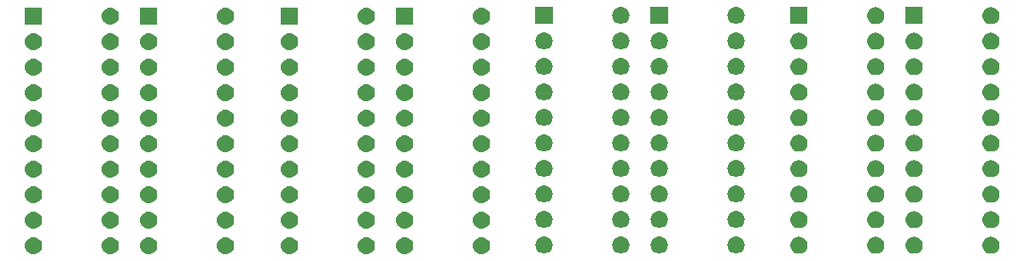
<source format=gbs>
G04 #@! TF.GenerationSoftware,KiCad,Pcbnew,(5.1.2-1)-1*
G04 #@! TF.CreationDate,2019-05-20T08:13:25+01:00*
G04 #@! TF.ProjectId,SRAM Board,5352414d-2042-46f6-9172-642e6b696361,rev?*
G04 #@! TF.SameCoordinates,Original*
G04 #@! TF.FileFunction,Soldermask,Bot*
G04 #@! TF.FilePolarity,Negative*
%FSLAX46Y46*%
G04 Gerber Fmt 4.6, Leading zero omitted, Abs format (unit mm)*
G04 Created by KiCad (PCBNEW (5.1.2-1)-1) date 2019-05-20 08:13:25*
%MOMM*%
%LPD*%
G04 APERTURE LIST*
%ADD10C,0.100000*%
G04 APERTURE END LIST*
D10*
G36*
X187618823Y-96494313D02*
G01*
X187779242Y-96542976D01*
X187911906Y-96613886D01*
X187927078Y-96621996D01*
X188056659Y-96728341D01*
X188163004Y-96857922D01*
X188163005Y-96857924D01*
X188242024Y-97005758D01*
X188290687Y-97166177D01*
X188307117Y-97333000D01*
X188290687Y-97499823D01*
X188242024Y-97660242D01*
X188190265Y-97757076D01*
X188163004Y-97808078D01*
X188056659Y-97937659D01*
X187927078Y-98044004D01*
X187927076Y-98044005D01*
X187779242Y-98123024D01*
X187618823Y-98171687D01*
X187493804Y-98184000D01*
X187410196Y-98184000D01*
X187285177Y-98171687D01*
X187124758Y-98123024D01*
X186976924Y-98044005D01*
X186976922Y-98044004D01*
X186847341Y-97937659D01*
X186740996Y-97808078D01*
X186713735Y-97757076D01*
X186661976Y-97660242D01*
X186613313Y-97499823D01*
X186596883Y-97333000D01*
X186613313Y-97166177D01*
X186661976Y-97005758D01*
X186740995Y-96857924D01*
X186740996Y-96857922D01*
X186847341Y-96728341D01*
X186976922Y-96621996D01*
X186992094Y-96613886D01*
X187124758Y-96542976D01*
X187285177Y-96494313D01*
X187410196Y-96482000D01*
X187493804Y-96482000D01*
X187618823Y-96494313D01*
X187618823Y-96494313D01*
G37*
G36*
X179998823Y-96494313D02*
G01*
X180159242Y-96542976D01*
X180291906Y-96613886D01*
X180307078Y-96621996D01*
X180436659Y-96728341D01*
X180543004Y-96857922D01*
X180543005Y-96857924D01*
X180622024Y-97005758D01*
X180670687Y-97166177D01*
X180687117Y-97333000D01*
X180670687Y-97499823D01*
X180622024Y-97660242D01*
X180570265Y-97757076D01*
X180543004Y-97808078D01*
X180436659Y-97937659D01*
X180307078Y-98044004D01*
X180307076Y-98044005D01*
X180159242Y-98123024D01*
X179998823Y-98171687D01*
X179873804Y-98184000D01*
X179790196Y-98184000D01*
X179665177Y-98171687D01*
X179504758Y-98123024D01*
X179356924Y-98044005D01*
X179356922Y-98044004D01*
X179227341Y-97937659D01*
X179120996Y-97808078D01*
X179093735Y-97757076D01*
X179041976Y-97660242D01*
X178993313Y-97499823D01*
X178976883Y-97333000D01*
X178993313Y-97166177D01*
X179041976Y-97005758D01*
X179120995Y-96857924D01*
X179120996Y-96857922D01*
X179227341Y-96728341D01*
X179356922Y-96621996D01*
X179372094Y-96613886D01*
X179504758Y-96542976D01*
X179665177Y-96494313D01*
X179790196Y-96482000D01*
X179873804Y-96482000D01*
X179998823Y-96494313D01*
X179998823Y-96494313D01*
G37*
G36*
X176188823Y-96494313D02*
G01*
X176349242Y-96542976D01*
X176481906Y-96613886D01*
X176497078Y-96621996D01*
X176626659Y-96728341D01*
X176733004Y-96857922D01*
X176733005Y-96857924D01*
X176812024Y-97005758D01*
X176860687Y-97166177D01*
X176877117Y-97333000D01*
X176860687Y-97499823D01*
X176812024Y-97660242D01*
X176760265Y-97757076D01*
X176733004Y-97808078D01*
X176626659Y-97937659D01*
X176497078Y-98044004D01*
X176497076Y-98044005D01*
X176349242Y-98123024D01*
X176188823Y-98171687D01*
X176063804Y-98184000D01*
X175980196Y-98184000D01*
X175855177Y-98171687D01*
X175694758Y-98123024D01*
X175546924Y-98044005D01*
X175546922Y-98044004D01*
X175417341Y-97937659D01*
X175310996Y-97808078D01*
X175283735Y-97757076D01*
X175231976Y-97660242D01*
X175183313Y-97499823D01*
X175166883Y-97333000D01*
X175183313Y-97166177D01*
X175231976Y-97005758D01*
X175310995Y-96857924D01*
X175310996Y-96857922D01*
X175417341Y-96728341D01*
X175546922Y-96621996D01*
X175562094Y-96613886D01*
X175694758Y-96542976D01*
X175855177Y-96494313D01*
X175980196Y-96482000D01*
X176063804Y-96482000D01*
X176188823Y-96494313D01*
X176188823Y-96494313D01*
G37*
G36*
X168568823Y-96494313D02*
G01*
X168729242Y-96542976D01*
X168861906Y-96613886D01*
X168877078Y-96621996D01*
X169006659Y-96728341D01*
X169113004Y-96857922D01*
X169113005Y-96857924D01*
X169192024Y-97005758D01*
X169240687Y-97166177D01*
X169257117Y-97333000D01*
X169240687Y-97499823D01*
X169192024Y-97660242D01*
X169140265Y-97757076D01*
X169113004Y-97808078D01*
X169006659Y-97937659D01*
X168877078Y-98044004D01*
X168877076Y-98044005D01*
X168729242Y-98123024D01*
X168568823Y-98171687D01*
X168443804Y-98184000D01*
X168360196Y-98184000D01*
X168235177Y-98171687D01*
X168074758Y-98123024D01*
X167926924Y-98044005D01*
X167926922Y-98044004D01*
X167797341Y-97937659D01*
X167690996Y-97808078D01*
X167663735Y-97757076D01*
X167611976Y-97660242D01*
X167563313Y-97499823D01*
X167546883Y-97333000D01*
X167563313Y-97166177D01*
X167611976Y-97005758D01*
X167690995Y-96857924D01*
X167690996Y-96857922D01*
X167797341Y-96728341D01*
X167926922Y-96621996D01*
X167942094Y-96613886D01*
X168074758Y-96542976D01*
X168235177Y-96494313D01*
X168360196Y-96482000D01*
X168443804Y-96482000D01*
X168568823Y-96494313D01*
X168568823Y-96494313D01*
G37*
G36*
X162218823Y-96494313D02*
G01*
X162379242Y-96542976D01*
X162511906Y-96613886D01*
X162527078Y-96621996D01*
X162656659Y-96728341D01*
X162763004Y-96857922D01*
X162763005Y-96857924D01*
X162842024Y-97005758D01*
X162890687Y-97166177D01*
X162907117Y-97333000D01*
X162890687Y-97499823D01*
X162842024Y-97660242D01*
X162790265Y-97757076D01*
X162763004Y-97808078D01*
X162656659Y-97937659D01*
X162527078Y-98044004D01*
X162527076Y-98044005D01*
X162379242Y-98123024D01*
X162218823Y-98171687D01*
X162093804Y-98184000D01*
X162010196Y-98184000D01*
X161885177Y-98171687D01*
X161724758Y-98123024D01*
X161576924Y-98044005D01*
X161576922Y-98044004D01*
X161447341Y-97937659D01*
X161340996Y-97808078D01*
X161313735Y-97757076D01*
X161261976Y-97660242D01*
X161213313Y-97499823D01*
X161196883Y-97333000D01*
X161213313Y-97166177D01*
X161261976Y-97005758D01*
X161340995Y-96857924D01*
X161340996Y-96857922D01*
X161447341Y-96728341D01*
X161576922Y-96621996D01*
X161592094Y-96613886D01*
X161724758Y-96542976D01*
X161885177Y-96494313D01*
X162010196Y-96482000D01*
X162093804Y-96482000D01*
X162218823Y-96494313D01*
X162218823Y-96494313D01*
G37*
G36*
X154598823Y-96494313D02*
G01*
X154759242Y-96542976D01*
X154891906Y-96613886D01*
X154907078Y-96621996D01*
X155036659Y-96728341D01*
X155143004Y-96857922D01*
X155143005Y-96857924D01*
X155222024Y-97005758D01*
X155270687Y-97166177D01*
X155287117Y-97333000D01*
X155270687Y-97499823D01*
X155222024Y-97660242D01*
X155170265Y-97757076D01*
X155143004Y-97808078D01*
X155036659Y-97937659D01*
X154907078Y-98044004D01*
X154907076Y-98044005D01*
X154759242Y-98123024D01*
X154598823Y-98171687D01*
X154473804Y-98184000D01*
X154390196Y-98184000D01*
X154265177Y-98171687D01*
X154104758Y-98123024D01*
X153956924Y-98044005D01*
X153956922Y-98044004D01*
X153827341Y-97937659D01*
X153720996Y-97808078D01*
X153693735Y-97757076D01*
X153641976Y-97660242D01*
X153593313Y-97499823D01*
X153576883Y-97333000D01*
X153593313Y-97166177D01*
X153641976Y-97005758D01*
X153720995Y-96857924D01*
X153720996Y-96857922D01*
X153827341Y-96728341D01*
X153956922Y-96621996D01*
X153972094Y-96613886D01*
X154104758Y-96542976D01*
X154265177Y-96494313D01*
X154390196Y-96482000D01*
X154473804Y-96482000D01*
X154598823Y-96494313D01*
X154598823Y-96494313D01*
G37*
G36*
X150788823Y-96494313D02*
G01*
X150949242Y-96542976D01*
X151081906Y-96613886D01*
X151097078Y-96621996D01*
X151226659Y-96728341D01*
X151333004Y-96857922D01*
X151333005Y-96857924D01*
X151412024Y-97005758D01*
X151460687Y-97166177D01*
X151477117Y-97333000D01*
X151460687Y-97499823D01*
X151412024Y-97660242D01*
X151360265Y-97757076D01*
X151333004Y-97808078D01*
X151226659Y-97937659D01*
X151097078Y-98044004D01*
X151097076Y-98044005D01*
X150949242Y-98123024D01*
X150788823Y-98171687D01*
X150663804Y-98184000D01*
X150580196Y-98184000D01*
X150455177Y-98171687D01*
X150294758Y-98123024D01*
X150146924Y-98044005D01*
X150146922Y-98044004D01*
X150017341Y-97937659D01*
X149910996Y-97808078D01*
X149883735Y-97757076D01*
X149831976Y-97660242D01*
X149783313Y-97499823D01*
X149766883Y-97333000D01*
X149783313Y-97166177D01*
X149831976Y-97005758D01*
X149910995Y-96857924D01*
X149910996Y-96857922D01*
X150017341Y-96728341D01*
X150146922Y-96621996D01*
X150162094Y-96613886D01*
X150294758Y-96542976D01*
X150455177Y-96494313D01*
X150580196Y-96482000D01*
X150663804Y-96482000D01*
X150788823Y-96494313D01*
X150788823Y-96494313D01*
G37*
G36*
X143168823Y-96494313D02*
G01*
X143329242Y-96542976D01*
X143461906Y-96613886D01*
X143477078Y-96621996D01*
X143606659Y-96728341D01*
X143713004Y-96857922D01*
X143713005Y-96857924D01*
X143792024Y-97005758D01*
X143840687Y-97166177D01*
X143857117Y-97333000D01*
X143840687Y-97499823D01*
X143792024Y-97660242D01*
X143740265Y-97757076D01*
X143713004Y-97808078D01*
X143606659Y-97937659D01*
X143477078Y-98044004D01*
X143477076Y-98044005D01*
X143329242Y-98123024D01*
X143168823Y-98171687D01*
X143043804Y-98184000D01*
X142960196Y-98184000D01*
X142835177Y-98171687D01*
X142674758Y-98123024D01*
X142526924Y-98044005D01*
X142526922Y-98044004D01*
X142397341Y-97937659D01*
X142290996Y-97808078D01*
X142263735Y-97757076D01*
X142211976Y-97660242D01*
X142163313Y-97499823D01*
X142146883Y-97333000D01*
X142163313Y-97166177D01*
X142211976Y-97005758D01*
X142290995Y-96857924D01*
X142290996Y-96857922D01*
X142397341Y-96728341D01*
X142526922Y-96621996D01*
X142542094Y-96613886D01*
X142674758Y-96542976D01*
X142835177Y-96494313D01*
X142960196Y-96482000D01*
X143043804Y-96482000D01*
X143168823Y-96494313D01*
X143168823Y-96494313D01*
G37*
G36*
X219114823Y-96443313D02*
G01*
X219275242Y-96491976D01*
X219370654Y-96542975D01*
X219423078Y-96570996D01*
X219552659Y-96677341D01*
X219659004Y-96806922D01*
X219659005Y-96806924D01*
X219738024Y-96954758D01*
X219786687Y-97115177D01*
X219803117Y-97282000D01*
X219786687Y-97448823D01*
X219738024Y-97609242D01*
X219667114Y-97741906D01*
X219659004Y-97757078D01*
X219552659Y-97886659D01*
X219423078Y-97993004D01*
X219423076Y-97993005D01*
X219275242Y-98072024D01*
X219114823Y-98120687D01*
X218989804Y-98133000D01*
X218906196Y-98133000D01*
X218781177Y-98120687D01*
X218620758Y-98072024D01*
X218472924Y-97993005D01*
X218472922Y-97993004D01*
X218343341Y-97886659D01*
X218236996Y-97757078D01*
X218228886Y-97741906D01*
X218157976Y-97609242D01*
X218109313Y-97448823D01*
X218092883Y-97282000D01*
X218109313Y-97115177D01*
X218157976Y-96954758D01*
X218236995Y-96806924D01*
X218236996Y-96806922D01*
X218343341Y-96677341D01*
X218472922Y-96570996D01*
X218525346Y-96542975D01*
X218620758Y-96491976D01*
X218781177Y-96443313D01*
X218906196Y-96431000D01*
X218989804Y-96431000D01*
X219114823Y-96443313D01*
X219114823Y-96443313D01*
G37*
G36*
X226734823Y-96443313D02*
G01*
X226895242Y-96491976D01*
X226990654Y-96542975D01*
X227043078Y-96570996D01*
X227172659Y-96677341D01*
X227279004Y-96806922D01*
X227279005Y-96806924D01*
X227358024Y-96954758D01*
X227406687Y-97115177D01*
X227423117Y-97282000D01*
X227406687Y-97448823D01*
X227358024Y-97609242D01*
X227287114Y-97741906D01*
X227279004Y-97757078D01*
X227172659Y-97886659D01*
X227043078Y-97993004D01*
X227043076Y-97993005D01*
X226895242Y-98072024D01*
X226734823Y-98120687D01*
X226609804Y-98133000D01*
X226526196Y-98133000D01*
X226401177Y-98120687D01*
X226240758Y-98072024D01*
X226092924Y-97993005D01*
X226092922Y-97993004D01*
X225963341Y-97886659D01*
X225856996Y-97757078D01*
X225848886Y-97741906D01*
X225777976Y-97609242D01*
X225729313Y-97448823D01*
X225712883Y-97282000D01*
X225729313Y-97115177D01*
X225777976Y-96954758D01*
X225856995Y-96806924D01*
X225856996Y-96806922D01*
X225963341Y-96677341D01*
X226092922Y-96570996D01*
X226145346Y-96542975D01*
X226240758Y-96491976D01*
X226401177Y-96443313D01*
X226526196Y-96431000D01*
X226609804Y-96431000D01*
X226734823Y-96443313D01*
X226734823Y-96443313D01*
G37*
G36*
X230544823Y-96443313D02*
G01*
X230705242Y-96491976D01*
X230800654Y-96542975D01*
X230853078Y-96570996D01*
X230982659Y-96677341D01*
X231089004Y-96806922D01*
X231089005Y-96806924D01*
X231168024Y-96954758D01*
X231216687Y-97115177D01*
X231233117Y-97282000D01*
X231216687Y-97448823D01*
X231168024Y-97609242D01*
X231097114Y-97741906D01*
X231089004Y-97757078D01*
X230982659Y-97886659D01*
X230853078Y-97993004D01*
X230853076Y-97993005D01*
X230705242Y-98072024D01*
X230544823Y-98120687D01*
X230419804Y-98133000D01*
X230336196Y-98133000D01*
X230211177Y-98120687D01*
X230050758Y-98072024D01*
X229902924Y-97993005D01*
X229902922Y-97993004D01*
X229773341Y-97886659D01*
X229666996Y-97757078D01*
X229658886Y-97741906D01*
X229587976Y-97609242D01*
X229539313Y-97448823D01*
X229522883Y-97282000D01*
X229539313Y-97115177D01*
X229587976Y-96954758D01*
X229666995Y-96806924D01*
X229666996Y-96806922D01*
X229773341Y-96677341D01*
X229902922Y-96570996D01*
X229955346Y-96542975D01*
X230050758Y-96491976D01*
X230211177Y-96443313D01*
X230336196Y-96431000D01*
X230419804Y-96431000D01*
X230544823Y-96443313D01*
X230544823Y-96443313D01*
G37*
G36*
X238164823Y-96443313D02*
G01*
X238325242Y-96491976D01*
X238420654Y-96542975D01*
X238473078Y-96570996D01*
X238602659Y-96677341D01*
X238709004Y-96806922D01*
X238709005Y-96806924D01*
X238788024Y-96954758D01*
X238836687Y-97115177D01*
X238853117Y-97282000D01*
X238836687Y-97448823D01*
X238788024Y-97609242D01*
X238717114Y-97741906D01*
X238709004Y-97757078D01*
X238602659Y-97886659D01*
X238473078Y-97993004D01*
X238473076Y-97993005D01*
X238325242Y-98072024D01*
X238164823Y-98120687D01*
X238039804Y-98133000D01*
X237956196Y-98133000D01*
X237831177Y-98120687D01*
X237670758Y-98072024D01*
X237522924Y-97993005D01*
X237522922Y-97993004D01*
X237393341Y-97886659D01*
X237286996Y-97757078D01*
X237278886Y-97741906D01*
X237207976Y-97609242D01*
X237159313Y-97448823D01*
X237142883Y-97282000D01*
X237159313Y-97115177D01*
X237207976Y-96954758D01*
X237286995Y-96806924D01*
X237286996Y-96806922D01*
X237393341Y-96677341D01*
X237522922Y-96570996D01*
X237575346Y-96542975D01*
X237670758Y-96491976D01*
X237831177Y-96443313D01*
X237956196Y-96431000D01*
X238039804Y-96431000D01*
X238164823Y-96443313D01*
X238164823Y-96443313D01*
G37*
G36*
X193816823Y-96417913D02*
G01*
X193977242Y-96466576D01*
X194109906Y-96537486D01*
X194125078Y-96545596D01*
X194254659Y-96651941D01*
X194361004Y-96781522D01*
X194361005Y-96781524D01*
X194440024Y-96929358D01*
X194488687Y-97089777D01*
X194505117Y-97256600D01*
X194488687Y-97423423D01*
X194440024Y-97583842D01*
X194426449Y-97609239D01*
X194361004Y-97731678D01*
X194254659Y-97861259D01*
X194125078Y-97967604D01*
X194125076Y-97967605D01*
X193977242Y-98046624D01*
X193816823Y-98095287D01*
X193691804Y-98107600D01*
X193608196Y-98107600D01*
X193483177Y-98095287D01*
X193322758Y-98046624D01*
X193174924Y-97967605D01*
X193174922Y-97967604D01*
X193045341Y-97861259D01*
X192938996Y-97731678D01*
X192873551Y-97609239D01*
X192859976Y-97583842D01*
X192811313Y-97423423D01*
X192794883Y-97256600D01*
X192811313Y-97089777D01*
X192859976Y-96929358D01*
X192938995Y-96781524D01*
X192938996Y-96781522D01*
X193045341Y-96651941D01*
X193174922Y-96545596D01*
X193190094Y-96537486D01*
X193322758Y-96466576D01*
X193483177Y-96417913D01*
X193608196Y-96405600D01*
X193691804Y-96405600D01*
X193816823Y-96417913D01*
X193816823Y-96417913D01*
G37*
G36*
X205246823Y-96417913D02*
G01*
X205407242Y-96466576D01*
X205539906Y-96537486D01*
X205555078Y-96545596D01*
X205684659Y-96651941D01*
X205791004Y-96781522D01*
X205791005Y-96781524D01*
X205870024Y-96929358D01*
X205918687Y-97089777D01*
X205935117Y-97256600D01*
X205918687Y-97423423D01*
X205870024Y-97583842D01*
X205856449Y-97609239D01*
X205791004Y-97731678D01*
X205684659Y-97861259D01*
X205555078Y-97967604D01*
X205555076Y-97967605D01*
X205407242Y-98046624D01*
X205246823Y-98095287D01*
X205121804Y-98107600D01*
X205038196Y-98107600D01*
X204913177Y-98095287D01*
X204752758Y-98046624D01*
X204604924Y-97967605D01*
X204604922Y-97967604D01*
X204475341Y-97861259D01*
X204368996Y-97731678D01*
X204303551Y-97609239D01*
X204289976Y-97583842D01*
X204241313Y-97423423D01*
X204224883Y-97256600D01*
X204241313Y-97089777D01*
X204289976Y-96929358D01*
X204368995Y-96781524D01*
X204368996Y-96781522D01*
X204475341Y-96651941D01*
X204604922Y-96545596D01*
X204620094Y-96537486D01*
X204752758Y-96466576D01*
X204913177Y-96417913D01*
X205038196Y-96405600D01*
X205121804Y-96405600D01*
X205246823Y-96417913D01*
X205246823Y-96417913D01*
G37*
G36*
X201436823Y-96417913D02*
G01*
X201597242Y-96466576D01*
X201729906Y-96537486D01*
X201745078Y-96545596D01*
X201874659Y-96651941D01*
X201981004Y-96781522D01*
X201981005Y-96781524D01*
X202060024Y-96929358D01*
X202108687Y-97089777D01*
X202125117Y-97256600D01*
X202108687Y-97423423D01*
X202060024Y-97583842D01*
X202046449Y-97609239D01*
X201981004Y-97731678D01*
X201874659Y-97861259D01*
X201745078Y-97967604D01*
X201745076Y-97967605D01*
X201597242Y-98046624D01*
X201436823Y-98095287D01*
X201311804Y-98107600D01*
X201228196Y-98107600D01*
X201103177Y-98095287D01*
X200942758Y-98046624D01*
X200794924Y-97967605D01*
X200794922Y-97967604D01*
X200665341Y-97861259D01*
X200558996Y-97731678D01*
X200493551Y-97609239D01*
X200479976Y-97583842D01*
X200431313Y-97423423D01*
X200414883Y-97256600D01*
X200431313Y-97089777D01*
X200479976Y-96929358D01*
X200558995Y-96781524D01*
X200558996Y-96781522D01*
X200665341Y-96651941D01*
X200794922Y-96545596D01*
X200810094Y-96537486D01*
X200942758Y-96466576D01*
X201103177Y-96417913D01*
X201228196Y-96405600D01*
X201311804Y-96405600D01*
X201436823Y-96417913D01*
X201436823Y-96417913D01*
G37*
G36*
X212866823Y-96417913D02*
G01*
X213027242Y-96466576D01*
X213159906Y-96537486D01*
X213175078Y-96545596D01*
X213304659Y-96651941D01*
X213411004Y-96781522D01*
X213411005Y-96781524D01*
X213490024Y-96929358D01*
X213538687Y-97089777D01*
X213555117Y-97256600D01*
X213538687Y-97423423D01*
X213490024Y-97583842D01*
X213476449Y-97609239D01*
X213411004Y-97731678D01*
X213304659Y-97861259D01*
X213175078Y-97967604D01*
X213175076Y-97967605D01*
X213027242Y-98046624D01*
X212866823Y-98095287D01*
X212741804Y-98107600D01*
X212658196Y-98107600D01*
X212533177Y-98095287D01*
X212372758Y-98046624D01*
X212224924Y-97967605D01*
X212224922Y-97967604D01*
X212095341Y-97861259D01*
X211988996Y-97731678D01*
X211923551Y-97609239D01*
X211909976Y-97583842D01*
X211861313Y-97423423D01*
X211844883Y-97256600D01*
X211861313Y-97089777D01*
X211909976Y-96929358D01*
X211988995Y-96781524D01*
X211988996Y-96781522D01*
X212095341Y-96651941D01*
X212224922Y-96545596D01*
X212240094Y-96537486D01*
X212372758Y-96466576D01*
X212533177Y-96417913D01*
X212658196Y-96405600D01*
X212741804Y-96405600D01*
X212866823Y-96417913D01*
X212866823Y-96417913D01*
G37*
G36*
X187618823Y-93954313D02*
G01*
X187779242Y-94002976D01*
X187911906Y-94073886D01*
X187927078Y-94081996D01*
X188056659Y-94188341D01*
X188163004Y-94317922D01*
X188163005Y-94317924D01*
X188242024Y-94465758D01*
X188290687Y-94626177D01*
X188307117Y-94793000D01*
X188290687Y-94959823D01*
X188242024Y-95120242D01*
X188190265Y-95217076D01*
X188163004Y-95268078D01*
X188056659Y-95397659D01*
X187927078Y-95504004D01*
X187927076Y-95504005D01*
X187779242Y-95583024D01*
X187618823Y-95631687D01*
X187493804Y-95644000D01*
X187410196Y-95644000D01*
X187285177Y-95631687D01*
X187124758Y-95583024D01*
X186976924Y-95504005D01*
X186976922Y-95504004D01*
X186847341Y-95397659D01*
X186740996Y-95268078D01*
X186713735Y-95217076D01*
X186661976Y-95120242D01*
X186613313Y-94959823D01*
X186596883Y-94793000D01*
X186613313Y-94626177D01*
X186661976Y-94465758D01*
X186740995Y-94317924D01*
X186740996Y-94317922D01*
X186847341Y-94188341D01*
X186976922Y-94081996D01*
X186992094Y-94073886D01*
X187124758Y-94002976D01*
X187285177Y-93954313D01*
X187410196Y-93942000D01*
X187493804Y-93942000D01*
X187618823Y-93954313D01*
X187618823Y-93954313D01*
G37*
G36*
X162218823Y-93954313D02*
G01*
X162379242Y-94002976D01*
X162511906Y-94073886D01*
X162527078Y-94081996D01*
X162656659Y-94188341D01*
X162763004Y-94317922D01*
X162763005Y-94317924D01*
X162842024Y-94465758D01*
X162890687Y-94626177D01*
X162907117Y-94793000D01*
X162890687Y-94959823D01*
X162842024Y-95120242D01*
X162790265Y-95217076D01*
X162763004Y-95268078D01*
X162656659Y-95397659D01*
X162527078Y-95504004D01*
X162527076Y-95504005D01*
X162379242Y-95583024D01*
X162218823Y-95631687D01*
X162093804Y-95644000D01*
X162010196Y-95644000D01*
X161885177Y-95631687D01*
X161724758Y-95583024D01*
X161576924Y-95504005D01*
X161576922Y-95504004D01*
X161447341Y-95397659D01*
X161340996Y-95268078D01*
X161313735Y-95217076D01*
X161261976Y-95120242D01*
X161213313Y-94959823D01*
X161196883Y-94793000D01*
X161213313Y-94626177D01*
X161261976Y-94465758D01*
X161340995Y-94317924D01*
X161340996Y-94317922D01*
X161447341Y-94188341D01*
X161576922Y-94081996D01*
X161592094Y-94073886D01*
X161724758Y-94002976D01*
X161885177Y-93954313D01*
X162010196Y-93942000D01*
X162093804Y-93942000D01*
X162218823Y-93954313D01*
X162218823Y-93954313D01*
G37*
G36*
X154598823Y-93954313D02*
G01*
X154759242Y-94002976D01*
X154891906Y-94073886D01*
X154907078Y-94081996D01*
X155036659Y-94188341D01*
X155143004Y-94317922D01*
X155143005Y-94317924D01*
X155222024Y-94465758D01*
X155270687Y-94626177D01*
X155287117Y-94793000D01*
X155270687Y-94959823D01*
X155222024Y-95120242D01*
X155170265Y-95217076D01*
X155143004Y-95268078D01*
X155036659Y-95397659D01*
X154907078Y-95504004D01*
X154907076Y-95504005D01*
X154759242Y-95583024D01*
X154598823Y-95631687D01*
X154473804Y-95644000D01*
X154390196Y-95644000D01*
X154265177Y-95631687D01*
X154104758Y-95583024D01*
X153956924Y-95504005D01*
X153956922Y-95504004D01*
X153827341Y-95397659D01*
X153720996Y-95268078D01*
X153693735Y-95217076D01*
X153641976Y-95120242D01*
X153593313Y-94959823D01*
X153576883Y-94793000D01*
X153593313Y-94626177D01*
X153641976Y-94465758D01*
X153720995Y-94317924D01*
X153720996Y-94317922D01*
X153827341Y-94188341D01*
X153956922Y-94081996D01*
X153972094Y-94073886D01*
X154104758Y-94002976D01*
X154265177Y-93954313D01*
X154390196Y-93942000D01*
X154473804Y-93942000D01*
X154598823Y-93954313D01*
X154598823Y-93954313D01*
G37*
G36*
X179998823Y-93954313D02*
G01*
X180159242Y-94002976D01*
X180291906Y-94073886D01*
X180307078Y-94081996D01*
X180436659Y-94188341D01*
X180543004Y-94317922D01*
X180543005Y-94317924D01*
X180622024Y-94465758D01*
X180670687Y-94626177D01*
X180687117Y-94793000D01*
X180670687Y-94959823D01*
X180622024Y-95120242D01*
X180570265Y-95217076D01*
X180543004Y-95268078D01*
X180436659Y-95397659D01*
X180307078Y-95504004D01*
X180307076Y-95504005D01*
X180159242Y-95583024D01*
X179998823Y-95631687D01*
X179873804Y-95644000D01*
X179790196Y-95644000D01*
X179665177Y-95631687D01*
X179504758Y-95583024D01*
X179356924Y-95504005D01*
X179356922Y-95504004D01*
X179227341Y-95397659D01*
X179120996Y-95268078D01*
X179093735Y-95217076D01*
X179041976Y-95120242D01*
X178993313Y-94959823D01*
X178976883Y-94793000D01*
X178993313Y-94626177D01*
X179041976Y-94465758D01*
X179120995Y-94317924D01*
X179120996Y-94317922D01*
X179227341Y-94188341D01*
X179356922Y-94081996D01*
X179372094Y-94073886D01*
X179504758Y-94002976D01*
X179665177Y-93954313D01*
X179790196Y-93942000D01*
X179873804Y-93942000D01*
X179998823Y-93954313D01*
X179998823Y-93954313D01*
G37*
G36*
X168568823Y-93954313D02*
G01*
X168729242Y-94002976D01*
X168861906Y-94073886D01*
X168877078Y-94081996D01*
X169006659Y-94188341D01*
X169113004Y-94317922D01*
X169113005Y-94317924D01*
X169192024Y-94465758D01*
X169240687Y-94626177D01*
X169257117Y-94793000D01*
X169240687Y-94959823D01*
X169192024Y-95120242D01*
X169140265Y-95217076D01*
X169113004Y-95268078D01*
X169006659Y-95397659D01*
X168877078Y-95504004D01*
X168877076Y-95504005D01*
X168729242Y-95583024D01*
X168568823Y-95631687D01*
X168443804Y-95644000D01*
X168360196Y-95644000D01*
X168235177Y-95631687D01*
X168074758Y-95583024D01*
X167926924Y-95504005D01*
X167926922Y-95504004D01*
X167797341Y-95397659D01*
X167690996Y-95268078D01*
X167663735Y-95217076D01*
X167611976Y-95120242D01*
X167563313Y-94959823D01*
X167546883Y-94793000D01*
X167563313Y-94626177D01*
X167611976Y-94465758D01*
X167690995Y-94317924D01*
X167690996Y-94317922D01*
X167797341Y-94188341D01*
X167926922Y-94081996D01*
X167942094Y-94073886D01*
X168074758Y-94002976D01*
X168235177Y-93954313D01*
X168360196Y-93942000D01*
X168443804Y-93942000D01*
X168568823Y-93954313D01*
X168568823Y-93954313D01*
G37*
G36*
X176188823Y-93954313D02*
G01*
X176349242Y-94002976D01*
X176481906Y-94073886D01*
X176497078Y-94081996D01*
X176626659Y-94188341D01*
X176733004Y-94317922D01*
X176733005Y-94317924D01*
X176812024Y-94465758D01*
X176860687Y-94626177D01*
X176877117Y-94793000D01*
X176860687Y-94959823D01*
X176812024Y-95120242D01*
X176760265Y-95217076D01*
X176733004Y-95268078D01*
X176626659Y-95397659D01*
X176497078Y-95504004D01*
X176497076Y-95504005D01*
X176349242Y-95583024D01*
X176188823Y-95631687D01*
X176063804Y-95644000D01*
X175980196Y-95644000D01*
X175855177Y-95631687D01*
X175694758Y-95583024D01*
X175546924Y-95504005D01*
X175546922Y-95504004D01*
X175417341Y-95397659D01*
X175310996Y-95268078D01*
X175283735Y-95217076D01*
X175231976Y-95120242D01*
X175183313Y-94959823D01*
X175166883Y-94793000D01*
X175183313Y-94626177D01*
X175231976Y-94465758D01*
X175310995Y-94317924D01*
X175310996Y-94317922D01*
X175417341Y-94188341D01*
X175546922Y-94081996D01*
X175562094Y-94073886D01*
X175694758Y-94002976D01*
X175855177Y-93954313D01*
X175980196Y-93942000D01*
X176063804Y-93942000D01*
X176188823Y-93954313D01*
X176188823Y-93954313D01*
G37*
G36*
X143168823Y-93954313D02*
G01*
X143329242Y-94002976D01*
X143461906Y-94073886D01*
X143477078Y-94081996D01*
X143606659Y-94188341D01*
X143713004Y-94317922D01*
X143713005Y-94317924D01*
X143792024Y-94465758D01*
X143840687Y-94626177D01*
X143857117Y-94793000D01*
X143840687Y-94959823D01*
X143792024Y-95120242D01*
X143740265Y-95217076D01*
X143713004Y-95268078D01*
X143606659Y-95397659D01*
X143477078Y-95504004D01*
X143477076Y-95504005D01*
X143329242Y-95583024D01*
X143168823Y-95631687D01*
X143043804Y-95644000D01*
X142960196Y-95644000D01*
X142835177Y-95631687D01*
X142674758Y-95583024D01*
X142526924Y-95504005D01*
X142526922Y-95504004D01*
X142397341Y-95397659D01*
X142290996Y-95268078D01*
X142263735Y-95217076D01*
X142211976Y-95120242D01*
X142163313Y-94959823D01*
X142146883Y-94793000D01*
X142163313Y-94626177D01*
X142211976Y-94465758D01*
X142290995Y-94317924D01*
X142290996Y-94317922D01*
X142397341Y-94188341D01*
X142526922Y-94081996D01*
X142542094Y-94073886D01*
X142674758Y-94002976D01*
X142835177Y-93954313D01*
X142960196Y-93942000D01*
X143043804Y-93942000D01*
X143168823Y-93954313D01*
X143168823Y-93954313D01*
G37*
G36*
X150788823Y-93954313D02*
G01*
X150949242Y-94002976D01*
X151081906Y-94073886D01*
X151097078Y-94081996D01*
X151226659Y-94188341D01*
X151333004Y-94317922D01*
X151333005Y-94317924D01*
X151412024Y-94465758D01*
X151460687Y-94626177D01*
X151477117Y-94793000D01*
X151460687Y-94959823D01*
X151412024Y-95120242D01*
X151360265Y-95217076D01*
X151333004Y-95268078D01*
X151226659Y-95397659D01*
X151097078Y-95504004D01*
X151097076Y-95504005D01*
X150949242Y-95583024D01*
X150788823Y-95631687D01*
X150663804Y-95644000D01*
X150580196Y-95644000D01*
X150455177Y-95631687D01*
X150294758Y-95583024D01*
X150146924Y-95504005D01*
X150146922Y-95504004D01*
X150017341Y-95397659D01*
X149910996Y-95268078D01*
X149883735Y-95217076D01*
X149831976Y-95120242D01*
X149783313Y-94959823D01*
X149766883Y-94793000D01*
X149783313Y-94626177D01*
X149831976Y-94465758D01*
X149910995Y-94317924D01*
X149910996Y-94317922D01*
X150017341Y-94188341D01*
X150146922Y-94081996D01*
X150162094Y-94073886D01*
X150294758Y-94002976D01*
X150455177Y-93954313D01*
X150580196Y-93942000D01*
X150663804Y-93942000D01*
X150788823Y-93954313D01*
X150788823Y-93954313D01*
G37*
G36*
X230544823Y-93903313D02*
G01*
X230705242Y-93951976D01*
X230800654Y-94002975D01*
X230853078Y-94030996D01*
X230982659Y-94137341D01*
X231089004Y-94266922D01*
X231089005Y-94266924D01*
X231168024Y-94414758D01*
X231216687Y-94575177D01*
X231233117Y-94742000D01*
X231216687Y-94908823D01*
X231168024Y-95069242D01*
X231097114Y-95201906D01*
X231089004Y-95217078D01*
X230982659Y-95346659D01*
X230853078Y-95453004D01*
X230853076Y-95453005D01*
X230705242Y-95532024D01*
X230544823Y-95580687D01*
X230419804Y-95593000D01*
X230336196Y-95593000D01*
X230211177Y-95580687D01*
X230050758Y-95532024D01*
X229902924Y-95453005D01*
X229902922Y-95453004D01*
X229773341Y-95346659D01*
X229666996Y-95217078D01*
X229658886Y-95201906D01*
X229587976Y-95069242D01*
X229539313Y-94908823D01*
X229522883Y-94742000D01*
X229539313Y-94575177D01*
X229587976Y-94414758D01*
X229666995Y-94266924D01*
X229666996Y-94266922D01*
X229773341Y-94137341D01*
X229902922Y-94030996D01*
X229955346Y-94002975D01*
X230050758Y-93951976D01*
X230211177Y-93903313D01*
X230336196Y-93891000D01*
X230419804Y-93891000D01*
X230544823Y-93903313D01*
X230544823Y-93903313D01*
G37*
G36*
X226734823Y-93903313D02*
G01*
X226895242Y-93951976D01*
X226990654Y-94002975D01*
X227043078Y-94030996D01*
X227172659Y-94137341D01*
X227279004Y-94266922D01*
X227279005Y-94266924D01*
X227358024Y-94414758D01*
X227406687Y-94575177D01*
X227423117Y-94742000D01*
X227406687Y-94908823D01*
X227358024Y-95069242D01*
X227287114Y-95201906D01*
X227279004Y-95217078D01*
X227172659Y-95346659D01*
X227043078Y-95453004D01*
X227043076Y-95453005D01*
X226895242Y-95532024D01*
X226734823Y-95580687D01*
X226609804Y-95593000D01*
X226526196Y-95593000D01*
X226401177Y-95580687D01*
X226240758Y-95532024D01*
X226092924Y-95453005D01*
X226092922Y-95453004D01*
X225963341Y-95346659D01*
X225856996Y-95217078D01*
X225848886Y-95201906D01*
X225777976Y-95069242D01*
X225729313Y-94908823D01*
X225712883Y-94742000D01*
X225729313Y-94575177D01*
X225777976Y-94414758D01*
X225856995Y-94266924D01*
X225856996Y-94266922D01*
X225963341Y-94137341D01*
X226092922Y-94030996D01*
X226145346Y-94002975D01*
X226240758Y-93951976D01*
X226401177Y-93903313D01*
X226526196Y-93891000D01*
X226609804Y-93891000D01*
X226734823Y-93903313D01*
X226734823Y-93903313D01*
G37*
G36*
X219114823Y-93903313D02*
G01*
X219275242Y-93951976D01*
X219370654Y-94002975D01*
X219423078Y-94030996D01*
X219552659Y-94137341D01*
X219659004Y-94266922D01*
X219659005Y-94266924D01*
X219738024Y-94414758D01*
X219786687Y-94575177D01*
X219803117Y-94742000D01*
X219786687Y-94908823D01*
X219738024Y-95069242D01*
X219667114Y-95201906D01*
X219659004Y-95217078D01*
X219552659Y-95346659D01*
X219423078Y-95453004D01*
X219423076Y-95453005D01*
X219275242Y-95532024D01*
X219114823Y-95580687D01*
X218989804Y-95593000D01*
X218906196Y-95593000D01*
X218781177Y-95580687D01*
X218620758Y-95532024D01*
X218472924Y-95453005D01*
X218472922Y-95453004D01*
X218343341Y-95346659D01*
X218236996Y-95217078D01*
X218228886Y-95201906D01*
X218157976Y-95069242D01*
X218109313Y-94908823D01*
X218092883Y-94742000D01*
X218109313Y-94575177D01*
X218157976Y-94414758D01*
X218236995Y-94266924D01*
X218236996Y-94266922D01*
X218343341Y-94137341D01*
X218472922Y-94030996D01*
X218525346Y-94002975D01*
X218620758Y-93951976D01*
X218781177Y-93903313D01*
X218906196Y-93891000D01*
X218989804Y-93891000D01*
X219114823Y-93903313D01*
X219114823Y-93903313D01*
G37*
G36*
X238164823Y-93903313D02*
G01*
X238325242Y-93951976D01*
X238420654Y-94002975D01*
X238473078Y-94030996D01*
X238602659Y-94137341D01*
X238709004Y-94266922D01*
X238709005Y-94266924D01*
X238788024Y-94414758D01*
X238836687Y-94575177D01*
X238853117Y-94742000D01*
X238836687Y-94908823D01*
X238788024Y-95069242D01*
X238717114Y-95201906D01*
X238709004Y-95217078D01*
X238602659Y-95346659D01*
X238473078Y-95453004D01*
X238473076Y-95453005D01*
X238325242Y-95532024D01*
X238164823Y-95580687D01*
X238039804Y-95593000D01*
X237956196Y-95593000D01*
X237831177Y-95580687D01*
X237670758Y-95532024D01*
X237522924Y-95453005D01*
X237522922Y-95453004D01*
X237393341Y-95346659D01*
X237286996Y-95217078D01*
X237278886Y-95201906D01*
X237207976Y-95069242D01*
X237159313Y-94908823D01*
X237142883Y-94742000D01*
X237159313Y-94575177D01*
X237207976Y-94414758D01*
X237286995Y-94266924D01*
X237286996Y-94266922D01*
X237393341Y-94137341D01*
X237522922Y-94030996D01*
X237575346Y-94002975D01*
X237670758Y-93951976D01*
X237831177Y-93903313D01*
X237956196Y-93891000D01*
X238039804Y-93891000D01*
X238164823Y-93903313D01*
X238164823Y-93903313D01*
G37*
G36*
X205246823Y-93877913D02*
G01*
X205407242Y-93926576D01*
X205539906Y-93997486D01*
X205555078Y-94005596D01*
X205684659Y-94111941D01*
X205791004Y-94241522D01*
X205791005Y-94241524D01*
X205870024Y-94389358D01*
X205918687Y-94549777D01*
X205935117Y-94716600D01*
X205918687Y-94883423D01*
X205870024Y-95043842D01*
X205856449Y-95069239D01*
X205791004Y-95191678D01*
X205684659Y-95321259D01*
X205555078Y-95427604D01*
X205555076Y-95427605D01*
X205407242Y-95506624D01*
X205246823Y-95555287D01*
X205121804Y-95567600D01*
X205038196Y-95567600D01*
X204913177Y-95555287D01*
X204752758Y-95506624D01*
X204604924Y-95427605D01*
X204604922Y-95427604D01*
X204475341Y-95321259D01*
X204368996Y-95191678D01*
X204303551Y-95069239D01*
X204289976Y-95043842D01*
X204241313Y-94883423D01*
X204224883Y-94716600D01*
X204241313Y-94549777D01*
X204289976Y-94389358D01*
X204368995Y-94241524D01*
X204368996Y-94241522D01*
X204475341Y-94111941D01*
X204604922Y-94005596D01*
X204620094Y-93997486D01*
X204752758Y-93926576D01*
X204913177Y-93877913D01*
X205038196Y-93865600D01*
X205121804Y-93865600D01*
X205246823Y-93877913D01*
X205246823Y-93877913D01*
G37*
G36*
X212866823Y-93877913D02*
G01*
X213027242Y-93926576D01*
X213159906Y-93997486D01*
X213175078Y-94005596D01*
X213304659Y-94111941D01*
X213411004Y-94241522D01*
X213411005Y-94241524D01*
X213490024Y-94389358D01*
X213538687Y-94549777D01*
X213555117Y-94716600D01*
X213538687Y-94883423D01*
X213490024Y-95043842D01*
X213476449Y-95069239D01*
X213411004Y-95191678D01*
X213304659Y-95321259D01*
X213175078Y-95427604D01*
X213175076Y-95427605D01*
X213027242Y-95506624D01*
X212866823Y-95555287D01*
X212741804Y-95567600D01*
X212658196Y-95567600D01*
X212533177Y-95555287D01*
X212372758Y-95506624D01*
X212224924Y-95427605D01*
X212224922Y-95427604D01*
X212095341Y-95321259D01*
X211988996Y-95191678D01*
X211923551Y-95069239D01*
X211909976Y-95043842D01*
X211861313Y-94883423D01*
X211844883Y-94716600D01*
X211861313Y-94549777D01*
X211909976Y-94389358D01*
X211988995Y-94241524D01*
X211988996Y-94241522D01*
X212095341Y-94111941D01*
X212224922Y-94005596D01*
X212240094Y-93997486D01*
X212372758Y-93926576D01*
X212533177Y-93877913D01*
X212658196Y-93865600D01*
X212741804Y-93865600D01*
X212866823Y-93877913D01*
X212866823Y-93877913D01*
G37*
G36*
X201436823Y-93877913D02*
G01*
X201597242Y-93926576D01*
X201729906Y-93997486D01*
X201745078Y-94005596D01*
X201874659Y-94111941D01*
X201981004Y-94241522D01*
X201981005Y-94241524D01*
X202060024Y-94389358D01*
X202108687Y-94549777D01*
X202125117Y-94716600D01*
X202108687Y-94883423D01*
X202060024Y-95043842D01*
X202046449Y-95069239D01*
X201981004Y-95191678D01*
X201874659Y-95321259D01*
X201745078Y-95427604D01*
X201745076Y-95427605D01*
X201597242Y-95506624D01*
X201436823Y-95555287D01*
X201311804Y-95567600D01*
X201228196Y-95567600D01*
X201103177Y-95555287D01*
X200942758Y-95506624D01*
X200794924Y-95427605D01*
X200794922Y-95427604D01*
X200665341Y-95321259D01*
X200558996Y-95191678D01*
X200493551Y-95069239D01*
X200479976Y-95043842D01*
X200431313Y-94883423D01*
X200414883Y-94716600D01*
X200431313Y-94549777D01*
X200479976Y-94389358D01*
X200558995Y-94241524D01*
X200558996Y-94241522D01*
X200665341Y-94111941D01*
X200794922Y-94005596D01*
X200810094Y-93997486D01*
X200942758Y-93926576D01*
X201103177Y-93877913D01*
X201228196Y-93865600D01*
X201311804Y-93865600D01*
X201436823Y-93877913D01*
X201436823Y-93877913D01*
G37*
G36*
X193816823Y-93877913D02*
G01*
X193977242Y-93926576D01*
X194109906Y-93997486D01*
X194125078Y-94005596D01*
X194254659Y-94111941D01*
X194361004Y-94241522D01*
X194361005Y-94241524D01*
X194440024Y-94389358D01*
X194488687Y-94549777D01*
X194505117Y-94716600D01*
X194488687Y-94883423D01*
X194440024Y-95043842D01*
X194426449Y-95069239D01*
X194361004Y-95191678D01*
X194254659Y-95321259D01*
X194125078Y-95427604D01*
X194125076Y-95427605D01*
X193977242Y-95506624D01*
X193816823Y-95555287D01*
X193691804Y-95567600D01*
X193608196Y-95567600D01*
X193483177Y-95555287D01*
X193322758Y-95506624D01*
X193174924Y-95427605D01*
X193174922Y-95427604D01*
X193045341Y-95321259D01*
X192938996Y-95191678D01*
X192873551Y-95069239D01*
X192859976Y-95043842D01*
X192811313Y-94883423D01*
X192794883Y-94716600D01*
X192811313Y-94549777D01*
X192859976Y-94389358D01*
X192938995Y-94241524D01*
X192938996Y-94241522D01*
X193045341Y-94111941D01*
X193174922Y-94005596D01*
X193190094Y-93997486D01*
X193322758Y-93926576D01*
X193483177Y-93877913D01*
X193608196Y-93865600D01*
X193691804Y-93865600D01*
X193816823Y-93877913D01*
X193816823Y-93877913D01*
G37*
G36*
X154598823Y-91414313D02*
G01*
X154759242Y-91462976D01*
X154891906Y-91533886D01*
X154907078Y-91541996D01*
X155036659Y-91648341D01*
X155143004Y-91777922D01*
X155143005Y-91777924D01*
X155222024Y-91925758D01*
X155270687Y-92086177D01*
X155287117Y-92253000D01*
X155270687Y-92419823D01*
X155222024Y-92580242D01*
X155170265Y-92677076D01*
X155143004Y-92728078D01*
X155036659Y-92857659D01*
X154907078Y-92964004D01*
X154907076Y-92964005D01*
X154759242Y-93043024D01*
X154598823Y-93091687D01*
X154473804Y-93104000D01*
X154390196Y-93104000D01*
X154265177Y-93091687D01*
X154104758Y-93043024D01*
X153956924Y-92964005D01*
X153956922Y-92964004D01*
X153827341Y-92857659D01*
X153720996Y-92728078D01*
X153693735Y-92677076D01*
X153641976Y-92580242D01*
X153593313Y-92419823D01*
X153576883Y-92253000D01*
X153593313Y-92086177D01*
X153641976Y-91925758D01*
X153720995Y-91777924D01*
X153720996Y-91777922D01*
X153827341Y-91648341D01*
X153956922Y-91541996D01*
X153972094Y-91533886D01*
X154104758Y-91462976D01*
X154265177Y-91414313D01*
X154390196Y-91402000D01*
X154473804Y-91402000D01*
X154598823Y-91414313D01*
X154598823Y-91414313D01*
G37*
G36*
X179998823Y-91414313D02*
G01*
X180159242Y-91462976D01*
X180291906Y-91533886D01*
X180307078Y-91541996D01*
X180436659Y-91648341D01*
X180543004Y-91777922D01*
X180543005Y-91777924D01*
X180622024Y-91925758D01*
X180670687Y-92086177D01*
X180687117Y-92253000D01*
X180670687Y-92419823D01*
X180622024Y-92580242D01*
X180570265Y-92677076D01*
X180543004Y-92728078D01*
X180436659Y-92857659D01*
X180307078Y-92964004D01*
X180307076Y-92964005D01*
X180159242Y-93043024D01*
X179998823Y-93091687D01*
X179873804Y-93104000D01*
X179790196Y-93104000D01*
X179665177Y-93091687D01*
X179504758Y-93043024D01*
X179356924Y-92964005D01*
X179356922Y-92964004D01*
X179227341Y-92857659D01*
X179120996Y-92728078D01*
X179093735Y-92677076D01*
X179041976Y-92580242D01*
X178993313Y-92419823D01*
X178976883Y-92253000D01*
X178993313Y-92086177D01*
X179041976Y-91925758D01*
X179120995Y-91777924D01*
X179120996Y-91777922D01*
X179227341Y-91648341D01*
X179356922Y-91541996D01*
X179372094Y-91533886D01*
X179504758Y-91462976D01*
X179665177Y-91414313D01*
X179790196Y-91402000D01*
X179873804Y-91402000D01*
X179998823Y-91414313D01*
X179998823Y-91414313D01*
G37*
G36*
X162218823Y-91414313D02*
G01*
X162379242Y-91462976D01*
X162511906Y-91533886D01*
X162527078Y-91541996D01*
X162656659Y-91648341D01*
X162763004Y-91777922D01*
X162763005Y-91777924D01*
X162842024Y-91925758D01*
X162890687Y-92086177D01*
X162907117Y-92253000D01*
X162890687Y-92419823D01*
X162842024Y-92580242D01*
X162790265Y-92677076D01*
X162763004Y-92728078D01*
X162656659Y-92857659D01*
X162527078Y-92964004D01*
X162527076Y-92964005D01*
X162379242Y-93043024D01*
X162218823Y-93091687D01*
X162093804Y-93104000D01*
X162010196Y-93104000D01*
X161885177Y-93091687D01*
X161724758Y-93043024D01*
X161576924Y-92964005D01*
X161576922Y-92964004D01*
X161447341Y-92857659D01*
X161340996Y-92728078D01*
X161313735Y-92677076D01*
X161261976Y-92580242D01*
X161213313Y-92419823D01*
X161196883Y-92253000D01*
X161213313Y-92086177D01*
X161261976Y-91925758D01*
X161340995Y-91777924D01*
X161340996Y-91777922D01*
X161447341Y-91648341D01*
X161576922Y-91541996D01*
X161592094Y-91533886D01*
X161724758Y-91462976D01*
X161885177Y-91414313D01*
X162010196Y-91402000D01*
X162093804Y-91402000D01*
X162218823Y-91414313D01*
X162218823Y-91414313D01*
G37*
G36*
X150788823Y-91414313D02*
G01*
X150949242Y-91462976D01*
X151081906Y-91533886D01*
X151097078Y-91541996D01*
X151226659Y-91648341D01*
X151333004Y-91777922D01*
X151333005Y-91777924D01*
X151412024Y-91925758D01*
X151460687Y-92086177D01*
X151477117Y-92253000D01*
X151460687Y-92419823D01*
X151412024Y-92580242D01*
X151360265Y-92677076D01*
X151333004Y-92728078D01*
X151226659Y-92857659D01*
X151097078Y-92964004D01*
X151097076Y-92964005D01*
X150949242Y-93043024D01*
X150788823Y-93091687D01*
X150663804Y-93104000D01*
X150580196Y-93104000D01*
X150455177Y-93091687D01*
X150294758Y-93043024D01*
X150146924Y-92964005D01*
X150146922Y-92964004D01*
X150017341Y-92857659D01*
X149910996Y-92728078D01*
X149883735Y-92677076D01*
X149831976Y-92580242D01*
X149783313Y-92419823D01*
X149766883Y-92253000D01*
X149783313Y-92086177D01*
X149831976Y-91925758D01*
X149910995Y-91777924D01*
X149910996Y-91777922D01*
X150017341Y-91648341D01*
X150146922Y-91541996D01*
X150162094Y-91533886D01*
X150294758Y-91462976D01*
X150455177Y-91414313D01*
X150580196Y-91402000D01*
X150663804Y-91402000D01*
X150788823Y-91414313D01*
X150788823Y-91414313D01*
G37*
G36*
X143168823Y-91414313D02*
G01*
X143329242Y-91462976D01*
X143461906Y-91533886D01*
X143477078Y-91541996D01*
X143606659Y-91648341D01*
X143713004Y-91777922D01*
X143713005Y-91777924D01*
X143792024Y-91925758D01*
X143840687Y-92086177D01*
X143857117Y-92253000D01*
X143840687Y-92419823D01*
X143792024Y-92580242D01*
X143740265Y-92677076D01*
X143713004Y-92728078D01*
X143606659Y-92857659D01*
X143477078Y-92964004D01*
X143477076Y-92964005D01*
X143329242Y-93043024D01*
X143168823Y-93091687D01*
X143043804Y-93104000D01*
X142960196Y-93104000D01*
X142835177Y-93091687D01*
X142674758Y-93043024D01*
X142526924Y-92964005D01*
X142526922Y-92964004D01*
X142397341Y-92857659D01*
X142290996Y-92728078D01*
X142263735Y-92677076D01*
X142211976Y-92580242D01*
X142163313Y-92419823D01*
X142146883Y-92253000D01*
X142163313Y-92086177D01*
X142211976Y-91925758D01*
X142290995Y-91777924D01*
X142290996Y-91777922D01*
X142397341Y-91648341D01*
X142526922Y-91541996D01*
X142542094Y-91533886D01*
X142674758Y-91462976D01*
X142835177Y-91414313D01*
X142960196Y-91402000D01*
X143043804Y-91402000D01*
X143168823Y-91414313D01*
X143168823Y-91414313D01*
G37*
G36*
X187618823Y-91414313D02*
G01*
X187779242Y-91462976D01*
X187911906Y-91533886D01*
X187927078Y-91541996D01*
X188056659Y-91648341D01*
X188163004Y-91777922D01*
X188163005Y-91777924D01*
X188242024Y-91925758D01*
X188290687Y-92086177D01*
X188307117Y-92253000D01*
X188290687Y-92419823D01*
X188242024Y-92580242D01*
X188190265Y-92677076D01*
X188163004Y-92728078D01*
X188056659Y-92857659D01*
X187927078Y-92964004D01*
X187927076Y-92964005D01*
X187779242Y-93043024D01*
X187618823Y-93091687D01*
X187493804Y-93104000D01*
X187410196Y-93104000D01*
X187285177Y-93091687D01*
X187124758Y-93043024D01*
X186976924Y-92964005D01*
X186976922Y-92964004D01*
X186847341Y-92857659D01*
X186740996Y-92728078D01*
X186713735Y-92677076D01*
X186661976Y-92580242D01*
X186613313Y-92419823D01*
X186596883Y-92253000D01*
X186613313Y-92086177D01*
X186661976Y-91925758D01*
X186740995Y-91777924D01*
X186740996Y-91777922D01*
X186847341Y-91648341D01*
X186976922Y-91541996D01*
X186992094Y-91533886D01*
X187124758Y-91462976D01*
X187285177Y-91414313D01*
X187410196Y-91402000D01*
X187493804Y-91402000D01*
X187618823Y-91414313D01*
X187618823Y-91414313D01*
G37*
G36*
X168568823Y-91414313D02*
G01*
X168729242Y-91462976D01*
X168861906Y-91533886D01*
X168877078Y-91541996D01*
X169006659Y-91648341D01*
X169113004Y-91777922D01*
X169113005Y-91777924D01*
X169192024Y-91925758D01*
X169240687Y-92086177D01*
X169257117Y-92253000D01*
X169240687Y-92419823D01*
X169192024Y-92580242D01*
X169140265Y-92677076D01*
X169113004Y-92728078D01*
X169006659Y-92857659D01*
X168877078Y-92964004D01*
X168877076Y-92964005D01*
X168729242Y-93043024D01*
X168568823Y-93091687D01*
X168443804Y-93104000D01*
X168360196Y-93104000D01*
X168235177Y-93091687D01*
X168074758Y-93043024D01*
X167926924Y-92964005D01*
X167926922Y-92964004D01*
X167797341Y-92857659D01*
X167690996Y-92728078D01*
X167663735Y-92677076D01*
X167611976Y-92580242D01*
X167563313Y-92419823D01*
X167546883Y-92253000D01*
X167563313Y-92086177D01*
X167611976Y-91925758D01*
X167690995Y-91777924D01*
X167690996Y-91777922D01*
X167797341Y-91648341D01*
X167926922Y-91541996D01*
X167942094Y-91533886D01*
X168074758Y-91462976D01*
X168235177Y-91414313D01*
X168360196Y-91402000D01*
X168443804Y-91402000D01*
X168568823Y-91414313D01*
X168568823Y-91414313D01*
G37*
G36*
X176188823Y-91414313D02*
G01*
X176349242Y-91462976D01*
X176481906Y-91533886D01*
X176497078Y-91541996D01*
X176626659Y-91648341D01*
X176733004Y-91777922D01*
X176733005Y-91777924D01*
X176812024Y-91925758D01*
X176860687Y-92086177D01*
X176877117Y-92253000D01*
X176860687Y-92419823D01*
X176812024Y-92580242D01*
X176760265Y-92677076D01*
X176733004Y-92728078D01*
X176626659Y-92857659D01*
X176497078Y-92964004D01*
X176497076Y-92964005D01*
X176349242Y-93043024D01*
X176188823Y-93091687D01*
X176063804Y-93104000D01*
X175980196Y-93104000D01*
X175855177Y-93091687D01*
X175694758Y-93043024D01*
X175546924Y-92964005D01*
X175546922Y-92964004D01*
X175417341Y-92857659D01*
X175310996Y-92728078D01*
X175283735Y-92677076D01*
X175231976Y-92580242D01*
X175183313Y-92419823D01*
X175166883Y-92253000D01*
X175183313Y-92086177D01*
X175231976Y-91925758D01*
X175310995Y-91777924D01*
X175310996Y-91777922D01*
X175417341Y-91648341D01*
X175546922Y-91541996D01*
X175562094Y-91533886D01*
X175694758Y-91462976D01*
X175855177Y-91414313D01*
X175980196Y-91402000D01*
X176063804Y-91402000D01*
X176188823Y-91414313D01*
X176188823Y-91414313D01*
G37*
G36*
X230544823Y-91363313D02*
G01*
X230705242Y-91411976D01*
X230800654Y-91462975D01*
X230853078Y-91490996D01*
X230982659Y-91597341D01*
X231089004Y-91726922D01*
X231089005Y-91726924D01*
X231168024Y-91874758D01*
X231216687Y-92035177D01*
X231233117Y-92202000D01*
X231216687Y-92368823D01*
X231168024Y-92529242D01*
X231097114Y-92661906D01*
X231089004Y-92677078D01*
X230982659Y-92806659D01*
X230853078Y-92913004D01*
X230853076Y-92913005D01*
X230705242Y-92992024D01*
X230544823Y-93040687D01*
X230419804Y-93053000D01*
X230336196Y-93053000D01*
X230211177Y-93040687D01*
X230050758Y-92992024D01*
X229902924Y-92913005D01*
X229902922Y-92913004D01*
X229773341Y-92806659D01*
X229666996Y-92677078D01*
X229658886Y-92661906D01*
X229587976Y-92529242D01*
X229539313Y-92368823D01*
X229522883Y-92202000D01*
X229539313Y-92035177D01*
X229587976Y-91874758D01*
X229666995Y-91726924D01*
X229666996Y-91726922D01*
X229773341Y-91597341D01*
X229902922Y-91490996D01*
X229955346Y-91462975D01*
X230050758Y-91411976D01*
X230211177Y-91363313D01*
X230336196Y-91351000D01*
X230419804Y-91351000D01*
X230544823Y-91363313D01*
X230544823Y-91363313D01*
G37*
G36*
X238164823Y-91363313D02*
G01*
X238325242Y-91411976D01*
X238420654Y-91462975D01*
X238473078Y-91490996D01*
X238602659Y-91597341D01*
X238709004Y-91726922D01*
X238709005Y-91726924D01*
X238788024Y-91874758D01*
X238836687Y-92035177D01*
X238853117Y-92202000D01*
X238836687Y-92368823D01*
X238788024Y-92529242D01*
X238717114Y-92661906D01*
X238709004Y-92677078D01*
X238602659Y-92806659D01*
X238473078Y-92913004D01*
X238473076Y-92913005D01*
X238325242Y-92992024D01*
X238164823Y-93040687D01*
X238039804Y-93053000D01*
X237956196Y-93053000D01*
X237831177Y-93040687D01*
X237670758Y-92992024D01*
X237522924Y-92913005D01*
X237522922Y-92913004D01*
X237393341Y-92806659D01*
X237286996Y-92677078D01*
X237278886Y-92661906D01*
X237207976Y-92529242D01*
X237159313Y-92368823D01*
X237142883Y-92202000D01*
X237159313Y-92035177D01*
X237207976Y-91874758D01*
X237286995Y-91726924D01*
X237286996Y-91726922D01*
X237393341Y-91597341D01*
X237522922Y-91490996D01*
X237575346Y-91462975D01*
X237670758Y-91411976D01*
X237831177Y-91363313D01*
X237956196Y-91351000D01*
X238039804Y-91351000D01*
X238164823Y-91363313D01*
X238164823Y-91363313D01*
G37*
G36*
X226734823Y-91363313D02*
G01*
X226895242Y-91411976D01*
X226990654Y-91462975D01*
X227043078Y-91490996D01*
X227172659Y-91597341D01*
X227279004Y-91726922D01*
X227279005Y-91726924D01*
X227358024Y-91874758D01*
X227406687Y-92035177D01*
X227423117Y-92202000D01*
X227406687Y-92368823D01*
X227358024Y-92529242D01*
X227287114Y-92661906D01*
X227279004Y-92677078D01*
X227172659Y-92806659D01*
X227043078Y-92913004D01*
X227043076Y-92913005D01*
X226895242Y-92992024D01*
X226734823Y-93040687D01*
X226609804Y-93053000D01*
X226526196Y-93053000D01*
X226401177Y-93040687D01*
X226240758Y-92992024D01*
X226092924Y-92913005D01*
X226092922Y-92913004D01*
X225963341Y-92806659D01*
X225856996Y-92677078D01*
X225848886Y-92661906D01*
X225777976Y-92529242D01*
X225729313Y-92368823D01*
X225712883Y-92202000D01*
X225729313Y-92035177D01*
X225777976Y-91874758D01*
X225856995Y-91726924D01*
X225856996Y-91726922D01*
X225963341Y-91597341D01*
X226092922Y-91490996D01*
X226145346Y-91462975D01*
X226240758Y-91411976D01*
X226401177Y-91363313D01*
X226526196Y-91351000D01*
X226609804Y-91351000D01*
X226734823Y-91363313D01*
X226734823Y-91363313D01*
G37*
G36*
X219114823Y-91363313D02*
G01*
X219275242Y-91411976D01*
X219370654Y-91462975D01*
X219423078Y-91490996D01*
X219552659Y-91597341D01*
X219659004Y-91726922D01*
X219659005Y-91726924D01*
X219738024Y-91874758D01*
X219786687Y-92035177D01*
X219803117Y-92202000D01*
X219786687Y-92368823D01*
X219738024Y-92529242D01*
X219667114Y-92661906D01*
X219659004Y-92677078D01*
X219552659Y-92806659D01*
X219423078Y-92913004D01*
X219423076Y-92913005D01*
X219275242Y-92992024D01*
X219114823Y-93040687D01*
X218989804Y-93053000D01*
X218906196Y-93053000D01*
X218781177Y-93040687D01*
X218620758Y-92992024D01*
X218472924Y-92913005D01*
X218472922Y-92913004D01*
X218343341Y-92806659D01*
X218236996Y-92677078D01*
X218228886Y-92661906D01*
X218157976Y-92529242D01*
X218109313Y-92368823D01*
X218092883Y-92202000D01*
X218109313Y-92035177D01*
X218157976Y-91874758D01*
X218236995Y-91726924D01*
X218236996Y-91726922D01*
X218343341Y-91597341D01*
X218472922Y-91490996D01*
X218525346Y-91462975D01*
X218620758Y-91411976D01*
X218781177Y-91363313D01*
X218906196Y-91351000D01*
X218989804Y-91351000D01*
X219114823Y-91363313D01*
X219114823Y-91363313D01*
G37*
G36*
X201436823Y-91337913D02*
G01*
X201597242Y-91386576D01*
X201729906Y-91457486D01*
X201745078Y-91465596D01*
X201874659Y-91571941D01*
X201981004Y-91701522D01*
X201981005Y-91701524D01*
X202060024Y-91849358D01*
X202108687Y-92009777D01*
X202125117Y-92176600D01*
X202108687Y-92343423D01*
X202060024Y-92503842D01*
X202046449Y-92529239D01*
X201981004Y-92651678D01*
X201874659Y-92781259D01*
X201745078Y-92887604D01*
X201745076Y-92887605D01*
X201597242Y-92966624D01*
X201436823Y-93015287D01*
X201311804Y-93027600D01*
X201228196Y-93027600D01*
X201103177Y-93015287D01*
X200942758Y-92966624D01*
X200794924Y-92887605D01*
X200794922Y-92887604D01*
X200665341Y-92781259D01*
X200558996Y-92651678D01*
X200493551Y-92529239D01*
X200479976Y-92503842D01*
X200431313Y-92343423D01*
X200414883Y-92176600D01*
X200431313Y-92009777D01*
X200479976Y-91849358D01*
X200558995Y-91701524D01*
X200558996Y-91701522D01*
X200665341Y-91571941D01*
X200794922Y-91465596D01*
X200810094Y-91457486D01*
X200942758Y-91386576D01*
X201103177Y-91337913D01*
X201228196Y-91325600D01*
X201311804Y-91325600D01*
X201436823Y-91337913D01*
X201436823Y-91337913D01*
G37*
G36*
X193816823Y-91337913D02*
G01*
X193977242Y-91386576D01*
X194109906Y-91457486D01*
X194125078Y-91465596D01*
X194254659Y-91571941D01*
X194361004Y-91701522D01*
X194361005Y-91701524D01*
X194440024Y-91849358D01*
X194488687Y-92009777D01*
X194505117Y-92176600D01*
X194488687Y-92343423D01*
X194440024Y-92503842D01*
X194426449Y-92529239D01*
X194361004Y-92651678D01*
X194254659Y-92781259D01*
X194125078Y-92887604D01*
X194125076Y-92887605D01*
X193977242Y-92966624D01*
X193816823Y-93015287D01*
X193691804Y-93027600D01*
X193608196Y-93027600D01*
X193483177Y-93015287D01*
X193322758Y-92966624D01*
X193174924Y-92887605D01*
X193174922Y-92887604D01*
X193045341Y-92781259D01*
X192938996Y-92651678D01*
X192873551Y-92529239D01*
X192859976Y-92503842D01*
X192811313Y-92343423D01*
X192794883Y-92176600D01*
X192811313Y-92009777D01*
X192859976Y-91849358D01*
X192938995Y-91701524D01*
X192938996Y-91701522D01*
X193045341Y-91571941D01*
X193174922Y-91465596D01*
X193190094Y-91457486D01*
X193322758Y-91386576D01*
X193483177Y-91337913D01*
X193608196Y-91325600D01*
X193691804Y-91325600D01*
X193816823Y-91337913D01*
X193816823Y-91337913D01*
G37*
G36*
X212866823Y-91337913D02*
G01*
X213027242Y-91386576D01*
X213159906Y-91457486D01*
X213175078Y-91465596D01*
X213304659Y-91571941D01*
X213411004Y-91701522D01*
X213411005Y-91701524D01*
X213490024Y-91849358D01*
X213538687Y-92009777D01*
X213555117Y-92176600D01*
X213538687Y-92343423D01*
X213490024Y-92503842D01*
X213476449Y-92529239D01*
X213411004Y-92651678D01*
X213304659Y-92781259D01*
X213175078Y-92887604D01*
X213175076Y-92887605D01*
X213027242Y-92966624D01*
X212866823Y-93015287D01*
X212741804Y-93027600D01*
X212658196Y-93027600D01*
X212533177Y-93015287D01*
X212372758Y-92966624D01*
X212224924Y-92887605D01*
X212224922Y-92887604D01*
X212095341Y-92781259D01*
X211988996Y-92651678D01*
X211923551Y-92529239D01*
X211909976Y-92503842D01*
X211861313Y-92343423D01*
X211844883Y-92176600D01*
X211861313Y-92009777D01*
X211909976Y-91849358D01*
X211988995Y-91701524D01*
X211988996Y-91701522D01*
X212095341Y-91571941D01*
X212224922Y-91465596D01*
X212240094Y-91457486D01*
X212372758Y-91386576D01*
X212533177Y-91337913D01*
X212658196Y-91325600D01*
X212741804Y-91325600D01*
X212866823Y-91337913D01*
X212866823Y-91337913D01*
G37*
G36*
X205246823Y-91337913D02*
G01*
X205407242Y-91386576D01*
X205539906Y-91457486D01*
X205555078Y-91465596D01*
X205684659Y-91571941D01*
X205791004Y-91701522D01*
X205791005Y-91701524D01*
X205870024Y-91849358D01*
X205918687Y-92009777D01*
X205935117Y-92176600D01*
X205918687Y-92343423D01*
X205870024Y-92503842D01*
X205856449Y-92529239D01*
X205791004Y-92651678D01*
X205684659Y-92781259D01*
X205555078Y-92887604D01*
X205555076Y-92887605D01*
X205407242Y-92966624D01*
X205246823Y-93015287D01*
X205121804Y-93027600D01*
X205038196Y-93027600D01*
X204913177Y-93015287D01*
X204752758Y-92966624D01*
X204604924Y-92887605D01*
X204604922Y-92887604D01*
X204475341Y-92781259D01*
X204368996Y-92651678D01*
X204303551Y-92529239D01*
X204289976Y-92503842D01*
X204241313Y-92343423D01*
X204224883Y-92176600D01*
X204241313Y-92009777D01*
X204289976Y-91849358D01*
X204368995Y-91701524D01*
X204368996Y-91701522D01*
X204475341Y-91571941D01*
X204604922Y-91465596D01*
X204620094Y-91457486D01*
X204752758Y-91386576D01*
X204913177Y-91337913D01*
X205038196Y-91325600D01*
X205121804Y-91325600D01*
X205246823Y-91337913D01*
X205246823Y-91337913D01*
G37*
G36*
X179998823Y-88874313D02*
G01*
X180159242Y-88922976D01*
X180291906Y-88993886D01*
X180307078Y-89001996D01*
X180436659Y-89108341D01*
X180543004Y-89237922D01*
X180543005Y-89237924D01*
X180622024Y-89385758D01*
X180670687Y-89546177D01*
X180687117Y-89713000D01*
X180670687Y-89879823D01*
X180622024Y-90040242D01*
X180570265Y-90137076D01*
X180543004Y-90188078D01*
X180436659Y-90317659D01*
X180307078Y-90424004D01*
X180307076Y-90424005D01*
X180159242Y-90503024D01*
X179998823Y-90551687D01*
X179873804Y-90564000D01*
X179790196Y-90564000D01*
X179665177Y-90551687D01*
X179504758Y-90503024D01*
X179356924Y-90424005D01*
X179356922Y-90424004D01*
X179227341Y-90317659D01*
X179120996Y-90188078D01*
X179093735Y-90137076D01*
X179041976Y-90040242D01*
X178993313Y-89879823D01*
X178976883Y-89713000D01*
X178993313Y-89546177D01*
X179041976Y-89385758D01*
X179120995Y-89237924D01*
X179120996Y-89237922D01*
X179227341Y-89108341D01*
X179356922Y-89001996D01*
X179372094Y-88993886D01*
X179504758Y-88922976D01*
X179665177Y-88874313D01*
X179790196Y-88862000D01*
X179873804Y-88862000D01*
X179998823Y-88874313D01*
X179998823Y-88874313D01*
G37*
G36*
X162218823Y-88874313D02*
G01*
X162379242Y-88922976D01*
X162511906Y-88993886D01*
X162527078Y-89001996D01*
X162656659Y-89108341D01*
X162763004Y-89237922D01*
X162763005Y-89237924D01*
X162842024Y-89385758D01*
X162890687Y-89546177D01*
X162907117Y-89713000D01*
X162890687Y-89879823D01*
X162842024Y-90040242D01*
X162790265Y-90137076D01*
X162763004Y-90188078D01*
X162656659Y-90317659D01*
X162527078Y-90424004D01*
X162527076Y-90424005D01*
X162379242Y-90503024D01*
X162218823Y-90551687D01*
X162093804Y-90564000D01*
X162010196Y-90564000D01*
X161885177Y-90551687D01*
X161724758Y-90503024D01*
X161576924Y-90424005D01*
X161576922Y-90424004D01*
X161447341Y-90317659D01*
X161340996Y-90188078D01*
X161313735Y-90137076D01*
X161261976Y-90040242D01*
X161213313Y-89879823D01*
X161196883Y-89713000D01*
X161213313Y-89546177D01*
X161261976Y-89385758D01*
X161340995Y-89237924D01*
X161340996Y-89237922D01*
X161447341Y-89108341D01*
X161576922Y-89001996D01*
X161592094Y-88993886D01*
X161724758Y-88922976D01*
X161885177Y-88874313D01*
X162010196Y-88862000D01*
X162093804Y-88862000D01*
X162218823Y-88874313D01*
X162218823Y-88874313D01*
G37*
G36*
X187618823Y-88874313D02*
G01*
X187779242Y-88922976D01*
X187911906Y-88993886D01*
X187927078Y-89001996D01*
X188056659Y-89108341D01*
X188163004Y-89237922D01*
X188163005Y-89237924D01*
X188242024Y-89385758D01*
X188290687Y-89546177D01*
X188307117Y-89713000D01*
X188290687Y-89879823D01*
X188242024Y-90040242D01*
X188190265Y-90137076D01*
X188163004Y-90188078D01*
X188056659Y-90317659D01*
X187927078Y-90424004D01*
X187927076Y-90424005D01*
X187779242Y-90503024D01*
X187618823Y-90551687D01*
X187493804Y-90564000D01*
X187410196Y-90564000D01*
X187285177Y-90551687D01*
X187124758Y-90503024D01*
X186976924Y-90424005D01*
X186976922Y-90424004D01*
X186847341Y-90317659D01*
X186740996Y-90188078D01*
X186713735Y-90137076D01*
X186661976Y-90040242D01*
X186613313Y-89879823D01*
X186596883Y-89713000D01*
X186613313Y-89546177D01*
X186661976Y-89385758D01*
X186740995Y-89237924D01*
X186740996Y-89237922D01*
X186847341Y-89108341D01*
X186976922Y-89001996D01*
X186992094Y-88993886D01*
X187124758Y-88922976D01*
X187285177Y-88874313D01*
X187410196Y-88862000D01*
X187493804Y-88862000D01*
X187618823Y-88874313D01*
X187618823Y-88874313D01*
G37*
G36*
X176188823Y-88874313D02*
G01*
X176349242Y-88922976D01*
X176481906Y-88993886D01*
X176497078Y-89001996D01*
X176626659Y-89108341D01*
X176733004Y-89237922D01*
X176733005Y-89237924D01*
X176812024Y-89385758D01*
X176860687Y-89546177D01*
X176877117Y-89713000D01*
X176860687Y-89879823D01*
X176812024Y-90040242D01*
X176760265Y-90137076D01*
X176733004Y-90188078D01*
X176626659Y-90317659D01*
X176497078Y-90424004D01*
X176497076Y-90424005D01*
X176349242Y-90503024D01*
X176188823Y-90551687D01*
X176063804Y-90564000D01*
X175980196Y-90564000D01*
X175855177Y-90551687D01*
X175694758Y-90503024D01*
X175546924Y-90424005D01*
X175546922Y-90424004D01*
X175417341Y-90317659D01*
X175310996Y-90188078D01*
X175283735Y-90137076D01*
X175231976Y-90040242D01*
X175183313Y-89879823D01*
X175166883Y-89713000D01*
X175183313Y-89546177D01*
X175231976Y-89385758D01*
X175310995Y-89237924D01*
X175310996Y-89237922D01*
X175417341Y-89108341D01*
X175546922Y-89001996D01*
X175562094Y-88993886D01*
X175694758Y-88922976D01*
X175855177Y-88874313D01*
X175980196Y-88862000D01*
X176063804Y-88862000D01*
X176188823Y-88874313D01*
X176188823Y-88874313D01*
G37*
G36*
X168568823Y-88874313D02*
G01*
X168729242Y-88922976D01*
X168861906Y-88993886D01*
X168877078Y-89001996D01*
X169006659Y-89108341D01*
X169113004Y-89237922D01*
X169113005Y-89237924D01*
X169192024Y-89385758D01*
X169240687Y-89546177D01*
X169257117Y-89713000D01*
X169240687Y-89879823D01*
X169192024Y-90040242D01*
X169140265Y-90137076D01*
X169113004Y-90188078D01*
X169006659Y-90317659D01*
X168877078Y-90424004D01*
X168877076Y-90424005D01*
X168729242Y-90503024D01*
X168568823Y-90551687D01*
X168443804Y-90564000D01*
X168360196Y-90564000D01*
X168235177Y-90551687D01*
X168074758Y-90503024D01*
X167926924Y-90424005D01*
X167926922Y-90424004D01*
X167797341Y-90317659D01*
X167690996Y-90188078D01*
X167663735Y-90137076D01*
X167611976Y-90040242D01*
X167563313Y-89879823D01*
X167546883Y-89713000D01*
X167563313Y-89546177D01*
X167611976Y-89385758D01*
X167690995Y-89237924D01*
X167690996Y-89237922D01*
X167797341Y-89108341D01*
X167926922Y-89001996D01*
X167942094Y-88993886D01*
X168074758Y-88922976D01*
X168235177Y-88874313D01*
X168360196Y-88862000D01*
X168443804Y-88862000D01*
X168568823Y-88874313D01*
X168568823Y-88874313D01*
G37*
G36*
X154598823Y-88874313D02*
G01*
X154759242Y-88922976D01*
X154891906Y-88993886D01*
X154907078Y-89001996D01*
X155036659Y-89108341D01*
X155143004Y-89237922D01*
X155143005Y-89237924D01*
X155222024Y-89385758D01*
X155270687Y-89546177D01*
X155287117Y-89713000D01*
X155270687Y-89879823D01*
X155222024Y-90040242D01*
X155170265Y-90137076D01*
X155143004Y-90188078D01*
X155036659Y-90317659D01*
X154907078Y-90424004D01*
X154907076Y-90424005D01*
X154759242Y-90503024D01*
X154598823Y-90551687D01*
X154473804Y-90564000D01*
X154390196Y-90564000D01*
X154265177Y-90551687D01*
X154104758Y-90503024D01*
X153956924Y-90424005D01*
X153956922Y-90424004D01*
X153827341Y-90317659D01*
X153720996Y-90188078D01*
X153693735Y-90137076D01*
X153641976Y-90040242D01*
X153593313Y-89879823D01*
X153576883Y-89713000D01*
X153593313Y-89546177D01*
X153641976Y-89385758D01*
X153720995Y-89237924D01*
X153720996Y-89237922D01*
X153827341Y-89108341D01*
X153956922Y-89001996D01*
X153972094Y-88993886D01*
X154104758Y-88922976D01*
X154265177Y-88874313D01*
X154390196Y-88862000D01*
X154473804Y-88862000D01*
X154598823Y-88874313D01*
X154598823Y-88874313D01*
G37*
G36*
X150788823Y-88874313D02*
G01*
X150949242Y-88922976D01*
X151081906Y-88993886D01*
X151097078Y-89001996D01*
X151226659Y-89108341D01*
X151333004Y-89237922D01*
X151333005Y-89237924D01*
X151412024Y-89385758D01*
X151460687Y-89546177D01*
X151477117Y-89713000D01*
X151460687Y-89879823D01*
X151412024Y-90040242D01*
X151360265Y-90137076D01*
X151333004Y-90188078D01*
X151226659Y-90317659D01*
X151097078Y-90424004D01*
X151097076Y-90424005D01*
X150949242Y-90503024D01*
X150788823Y-90551687D01*
X150663804Y-90564000D01*
X150580196Y-90564000D01*
X150455177Y-90551687D01*
X150294758Y-90503024D01*
X150146924Y-90424005D01*
X150146922Y-90424004D01*
X150017341Y-90317659D01*
X149910996Y-90188078D01*
X149883735Y-90137076D01*
X149831976Y-90040242D01*
X149783313Y-89879823D01*
X149766883Y-89713000D01*
X149783313Y-89546177D01*
X149831976Y-89385758D01*
X149910995Y-89237924D01*
X149910996Y-89237922D01*
X150017341Y-89108341D01*
X150146922Y-89001996D01*
X150162094Y-88993886D01*
X150294758Y-88922976D01*
X150455177Y-88874313D01*
X150580196Y-88862000D01*
X150663804Y-88862000D01*
X150788823Y-88874313D01*
X150788823Y-88874313D01*
G37*
G36*
X143168823Y-88874313D02*
G01*
X143329242Y-88922976D01*
X143461906Y-88993886D01*
X143477078Y-89001996D01*
X143606659Y-89108341D01*
X143713004Y-89237922D01*
X143713005Y-89237924D01*
X143792024Y-89385758D01*
X143840687Y-89546177D01*
X143857117Y-89713000D01*
X143840687Y-89879823D01*
X143792024Y-90040242D01*
X143740265Y-90137076D01*
X143713004Y-90188078D01*
X143606659Y-90317659D01*
X143477078Y-90424004D01*
X143477076Y-90424005D01*
X143329242Y-90503024D01*
X143168823Y-90551687D01*
X143043804Y-90564000D01*
X142960196Y-90564000D01*
X142835177Y-90551687D01*
X142674758Y-90503024D01*
X142526924Y-90424005D01*
X142526922Y-90424004D01*
X142397341Y-90317659D01*
X142290996Y-90188078D01*
X142263735Y-90137076D01*
X142211976Y-90040242D01*
X142163313Y-89879823D01*
X142146883Y-89713000D01*
X142163313Y-89546177D01*
X142211976Y-89385758D01*
X142290995Y-89237924D01*
X142290996Y-89237922D01*
X142397341Y-89108341D01*
X142526922Y-89001996D01*
X142542094Y-88993886D01*
X142674758Y-88922976D01*
X142835177Y-88874313D01*
X142960196Y-88862000D01*
X143043804Y-88862000D01*
X143168823Y-88874313D01*
X143168823Y-88874313D01*
G37*
G36*
X238164823Y-88823313D02*
G01*
X238325242Y-88871976D01*
X238420654Y-88922975D01*
X238473078Y-88950996D01*
X238602659Y-89057341D01*
X238709004Y-89186922D01*
X238709005Y-89186924D01*
X238788024Y-89334758D01*
X238836687Y-89495177D01*
X238853117Y-89662000D01*
X238836687Y-89828823D01*
X238788024Y-89989242D01*
X238717114Y-90121906D01*
X238709004Y-90137078D01*
X238602659Y-90266659D01*
X238473078Y-90373004D01*
X238473076Y-90373005D01*
X238325242Y-90452024D01*
X238164823Y-90500687D01*
X238039804Y-90513000D01*
X237956196Y-90513000D01*
X237831177Y-90500687D01*
X237670758Y-90452024D01*
X237522924Y-90373005D01*
X237522922Y-90373004D01*
X237393341Y-90266659D01*
X237286996Y-90137078D01*
X237278886Y-90121906D01*
X237207976Y-89989242D01*
X237159313Y-89828823D01*
X237142883Y-89662000D01*
X237159313Y-89495177D01*
X237207976Y-89334758D01*
X237286995Y-89186924D01*
X237286996Y-89186922D01*
X237393341Y-89057341D01*
X237522922Y-88950996D01*
X237575346Y-88922975D01*
X237670758Y-88871976D01*
X237831177Y-88823313D01*
X237956196Y-88811000D01*
X238039804Y-88811000D01*
X238164823Y-88823313D01*
X238164823Y-88823313D01*
G37*
G36*
X230544823Y-88823313D02*
G01*
X230705242Y-88871976D01*
X230800654Y-88922975D01*
X230853078Y-88950996D01*
X230982659Y-89057341D01*
X231089004Y-89186922D01*
X231089005Y-89186924D01*
X231168024Y-89334758D01*
X231216687Y-89495177D01*
X231233117Y-89662000D01*
X231216687Y-89828823D01*
X231168024Y-89989242D01*
X231097114Y-90121906D01*
X231089004Y-90137078D01*
X230982659Y-90266659D01*
X230853078Y-90373004D01*
X230853076Y-90373005D01*
X230705242Y-90452024D01*
X230544823Y-90500687D01*
X230419804Y-90513000D01*
X230336196Y-90513000D01*
X230211177Y-90500687D01*
X230050758Y-90452024D01*
X229902924Y-90373005D01*
X229902922Y-90373004D01*
X229773341Y-90266659D01*
X229666996Y-90137078D01*
X229658886Y-90121906D01*
X229587976Y-89989242D01*
X229539313Y-89828823D01*
X229522883Y-89662000D01*
X229539313Y-89495177D01*
X229587976Y-89334758D01*
X229666995Y-89186924D01*
X229666996Y-89186922D01*
X229773341Y-89057341D01*
X229902922Y-88950996D01*
X229955346Y-88922975D01*
X230050758Y-88871976D01*
X230211177Y-88823313D01*
X230336196Y-88811000D01*
X230419804Y-88811000D01*
X230544823Y-88823313D01*
X230544823Y-88823313D01*
G37*
G36*
X219114823Y-88823313D02*
G01*
X219275242Y-88871976D01*
X219370654Y-88922975D01*
X219423078Y-88950996D01*
X219552659Y-89057341D01*
X219659004Y-89186922D01*
X219659005Y-89186924D01*
X219738024Y-89334758D01*
X219786687Y-89495177D01*
X219803117Y-89662000D01*
X219786687Y-89828823D01*
X219738024Y-89989242D01*
X219667114Y-90121906D01*
X219659004Y-90137078D01*
X219552659Y-90266659D01*
X219423078Y-90373004D01*
X219423076Y-90373005D01*
X219275242Y-90452024D01*
X219114823Y-90500687D01*
X218989804Y-90513000D01*
X218906196Y-90513000D01*
X218781177Y-90500687D01*
X218620758Y-90452024D01*
X218472924Y-90373005D01*
X218472922Y-90373004D01*
X218343341Y-90266659D01*
X218236996Y-90137078D01*
X218228886Y-90121906D01*
X218157976Y-89989242D01*
X218109313Y-89828823D01*
X218092883Y-89662000D01*
X218109313Y-89495177D01*
X218157976Y-89334758D01*
X218236995Y-89186924D01*
X218236996Y-89186922D01*
X218343341Y-89057341D01*
X218472922Y-88950996D01*
X218525346Y-88922975D01*
X218620758Y-88871976D01*
X218781177Y-88823313D01*
X218906196Y-88811000D01*
X218989804Y-88811000D01*
X219114823Y-88823313D01*
X219114823Y-88823313D01*
G37*
G36*
X226734823Y-88823313D02*
G01*
X226895242Y-88871976D01*
X226990654Y-88922975D01*
X227043078Y-88950996D01*
X227172659Y-89057341D01*
X227279004Y-89186922D01*
X227279005Y-89186924D01*
X227358024Y-89334758D01*
X227406687Y-89495177D01*
X227423117Y-89662000D01*
X227406687Y-89828823D01*
X227358024Y-89989242D01*
X227287114Y-90121906D01*
X227279004Y-90137078D01*
X227172659Y-90266659D01*
X227043078Y-90373004D01*
X227043076Y-90373005D01*
X226895242Y-90452024D01*
X226734823Y-90500687D01*
X226609804Y-90513000D01*
X226526196Y-90513000D01*
X226401177Y-90500687D01*
X226240758Y-90452024D01*
X226092924Y-90373005D01*
X226092922Y-90373004D01*
X225963341Y-90266659D01*
X225856996Y-90137078D01*
X225848886Y-90121906D01*
X225777976Y-89989242D01*
X225729313Y-89828823D01*
X225712883Y-89662000D01*
X225729313Y-89495177D01*
X225777976Y-89334758D01*
X225856995Y-89186924D01*
X225856996Y-89186922D01*
X225963341Y-89057341D01*
X226092922Y-88950996D01*
X226145346Y-88922975D01*
X226240758Y-88871976D01*
X226401177Y-88823313D01*
X226526196Y-88811000D01*
X226609804Y-88811000D01*
X226734823Y-88823313D01*
X226734823Y-88823313D01*
G37*
G36*
X212866823Y-88797913D02*
G01*
X213027242Y-88846576D01*
X213159906Y-88917486D01*
X213175078Y-88925596D01*
X213304659Y-89031941D01*
X213411004Y-89161522D01*
X213411005Y-89161524D01*
X213490024Y-89309358D01*
X213538687Y-89469777D01*
X213555117Y-89636600D01*
X213538687Y-89803423D01*
X213490024Y-89963842D01*
X213476449Y-89989239D01*
X213411004Y-90111678D01*
X213304659Y-90241259D01*
X213175078Y-90347604D01*
X213175076Y-90347605D01*
X213027242Y-90426624D01*
X212866823Y-90475287D01*
X212741804Y-90487600D01*
X212658196Y-90487600D01*
X212533177Y-90475287D01*
X212372758Y-90426624D01*
X212224924Y-90347605D01*
X212224922Y-90347604D01*
X212095341Y-90241259D01*
X211988996Y-90111678D01*
X211923551Y-89989239D01*
X211909976Y-89963842D01*
X211861313Y-89803423D01*
X211844883Y-89636600D01*
X211861313Y-89469777D01*
X211909976Y-89309358D01*
X211988995Y-89161524D01*
X211988996Y-89161522D01*
X212095341Y-89031941D01*
X212224922Y-88925596D01*
X212240094Y-88917486D01*
X212372758Y-88846576D01*
X212533177Y-88797913D01*
X212658196Y-88785600D01*
X212741804Y-88785600D01*
X212866823Y-88797913D01*
X212866823Y-88797913D01*
G37*
G36*
X205246823Y-88797913D02*
G01*
X205407242Y-88846576D01*
X205539906Y-88917486D01*
X205555078Y-88925596D01*
X205684659Y-89031941D01*
X205791004Y-89161522D01*
X205791005Y-89161524D01*
X205870024Y-89309358D01*
X205918687Y-89469777D01*
X205935117Y-89636600D01*
X205918687Y-89803423D01*
X205870024Y-89963842D01*
X205856449Y-89989239D01*
X205791004Y-90111678D01*
X205684659Y-90241259D01*
X205555078Y-90347604D01*
X205555076Y-90347605D01*
X205407242Y-90426624D01*
X205246823Y-90475287D01*
X205121804Y-90487600D01*
X205038196Y-90487600D01*
X204913177Y-90475287D01*
X204752758Y-90426624D01*
X204604924Y-90347605D01*
X204604922Y-90347604D01*
X204475341Y-90241259D01*
X204368996Y-90111678D01*
X204303551Y-89989239D01*
X204289976Y-89963842D01*
X204241313Y-89803423D01*
X204224883Y-89636600D01*
X204241313Y-89469777D01*
X204289976Y-89309358D01*
X204368995Y-89161524D01*
X204368996Y-89161522D01*
X204475341Y-89031941D01*
X204604922Y-88925596D01*
X204620094Y-88917486D01*
X204752758Y-88846576D01*
X204913177Y-88797913D01*
X205038196Y-88785600D01*
X205121804Y-88785600D01*
X205246823Y-88797913D01*
X205246823Y-88797913D01*
G37*
G36*
X201436823Y-88797913D02*
G01*
X201597242Y-88846576D01*
X201729906Y-88917486D01*
X201745078Y-88925596D01*
X201874659Y-89031941D01*
X201981004Y-89161522D01*
X201981005Y-89161524D01*
X202060024Y-89309358D01*
X202108687Y-89469777D01*
X202125117Y-89636600D01*
X202108687Y-89803423D01*
X202060024Y-89963842D01*
X202046449Y-89989239D01*
X201981004Y-90111678D01*
X201874659Y-90241259D01*
X201745078Y-90347604D01*
X201745076Y-90347605D01*
X201597242Y-90426624D01*
X201436823Y-90475287D01*
X201311804Y-90487600D01*
X201228196Y-90487600D01*
X201103177Y-90475287D01*
X200942758Y-90426624D01*
X200794924Y-90347605D01*
X200794922Y-90347604D01*
X200665341Y-90241259D01*
X200558996Y-90111678D01*
X200493551Y-89989239D01*
X200479976Y-89963842D01*
X200431313Y-89803423D01*
X200414883Y-89636600D01*
X200431313Y-89469777D01*
X200479976Y-89309358D01*
X200558995Y-89161524D01*
X200558996Y-89161522D01*
X200665341Y-89031941D01*
X200794922Y-88925596D01*
X200810094Y-88917486D01*
X200942758Y-88846576D01*
X201103177Y-88797913D01*
X201228196Y-88785600D01*
X201311804Y-88785600D01*
X201436823Y-88797913D01*
X201436823Y-88797913D01*
G37*
G36*
X193816823Y-88797913D02*
G01*
X193977242Y-88846576D01*
X194109906Y-88917486D01*
X194125078Y-88925596D01*
X194254659Y-89031941D01*
X194361004Y-89161522D01*
X194361005Y-89161524D01*
X194440024Y-89309358D01*
X194488687Y-89469777D01*
X194505117Y-89636600D01*
X194488687Y-89803423D01*
X194440024Y-89963842D01*
X194426449Y-89989239D01*
X194361004Y-90111678D01*
X194254659Y-90241259D01*
X194125078Y-90347604D01*
X194125076Y-90347605D01*
X193977242Y-90426624D01*
X193816823Y-90475287D01*
X193691804Y-90487600D01*
X193608196Y-90487600D01*
X193483177Y-90475287D01*
X193322758Y-90426624D01*
X193174924Y-90347605D01*
X193174922Y-90347604D01*
X193045341Y-90241259D01*
X192938996Y-90111678D01*
X192873551Y-89989239D01*
X192859976Y-89963842D01*
X192811313Y-89803423D01*
X192794883Y-89636600D01*
X192811313Y-89469777D01*
X192859976Y-89309358D01*
X192938995Y-89161524D01*
X192938996Y-89161522D01*
X193045341Y-89031941D01*
X193174922Y-88925596D01*
X193190094Y-88917486D01*
X193322758Y-88846576D01*
X193483177Y-88797913D01*
X193608196Y-88785600D01*
X193691804Y-88785600D01*
X193816823Y-88797913D01*
X193816823Y-88797913D01*
G37*
G36*
X162218823Y-86334313D02*
G01*
X162379242Y-86382976D01*
X162511906Y-86453886D01*
X162527078Y-86461996D01*
X162656659Y-86568341D01*
X162763004Y-86697922D01*
X162763005Y-86697924D01*
X162842024Y-86845758D01*
X162890687Y-87006177D01*
X162907117Y-87173000D01*
X162890687Y-87339823D01*
X162842024Y-87500242D01*
X162790265Y-87597076D01*
X162763004Y-87648078D01*
X162656659Y-87777659D01*
X162527078Y-87884004D01*
X162527076Y-87884005D01*
X162379242Y-87963024D01*
X162218823Y-88011687D01*
X162093804Y-88024000D01*
X162010196Y-88024000D01*
X161885177Y-88011687D01*
X161724758Y-87963024D01*
X161576924Y-87884005D01*
X161576922Y-87884004D01*
X161447341Y-87777659D01*
X161340996Y-87648078D01*
X161313735Y-87597076D01*
X161261976Y-87500242D01*
X161213313Y-87339823D01*
X161196883Y-87173000D01*
X161213313Y-87006177D01*
X161261976Y-86845758D01*
X161340995Y-86697924D01*
X161340996Y-86697922D01*
X161447341Y-86568341D01*
X161576922Y-86461996D01*
X161592094Y-86453886D01*
X161724758Y-86382976D01*
X161885177Y-86334313D01*
X162010196Y-86322000D01*
X162093804Y-86322000D01*
X162218823Y-86334313D01*
X162218823Y-86334313D01*
G37*
G36*
X150788823Y-86334313D02*
G01*
X150949242Y-86382976D01*
X151081906Y-86453886D01*
X151097078Y-86461996D01*
X151226659Y-86568341D01*
X151333004Y-86697922D01*
X151333005Y-86697924D01*
X151412024Y-86845758D01*
X151460687Y-87006177D01*
X151477117Y-87173000D01*
X151460687Y-87339823D01*
X151412024Y-87500242D01*
X151360265Y-87597076D01*
X151333004Y-87648078D01*
X151226659Y-87777659D01*
X151097078Y-87884004D01*
X151097076Y-87884005D01*
X150949242Y-87963024D01*
X150788823Y-88011687D01*
X150663804Y-88024000D01*
X150580196Y-88024000D01*
X150455177Y-88011687D01*
X150294758Y-87963024D01*
X150146924Y-87884005D01*
X150146922Y-87884004D01*
X150017341Y-87777659D01*
X149910996Y-87648078D01*
X149883735Y-87597076D01*
X149831976Y-87500242D01*
X149783313Y-87339823D01*
X149766883Y-87173000D01*
X149783313Y-87006177D01*
X149831976Y-86845758D01*
X149910995Y-86697924D01*
X149910996Y-86697922D01*
X150017341Y-86568341D01*
X150146922Y-86461996D01*
X150162094Y-86453886D01*
X150294758Y-86382976D01*
X150455177Y-86334313D01*
X150580196Y-86322000D01*
X150663804Y-86322000D01*
X150788823Y-86334313D01*
X150788823Y-86334313D01*
G37*
G36*
X154598823Y-86334313D02*
G01*
X154759242Y-86382976D01*
X154891906Y-86453886D01*
X154907078Y-86461996D01*
X155036659Y-86568341D01*
X155143004Y-86697922D01*
X155143005Y-86697924D01*
X155222024Y-86845758D01*
X155270687Y-87006177D01*
X155287117Y-87173000D01*
X155270687Y-87339823D01*
X155222024Y-87500242D01*
X155170265Y-87597076D01*
X155143004Y-87648078D01*
X155036659Y-87777659D01*
X154907078Y-87884004D01*
X154907076Y-87884005D01*
X154759242Y-87963024D01*
X154598823Y-88011687D01*
X154473804Y-88024000D01*
X154390196Y-88024000D01*
X154265177Y-88011687D01*
X154104758Y-87963024D01*
X153956924Y-87884005D01*
X153956922Y-87884004D01*
X153827341Y-87777659D01*
X153720996Y-87648078D01*
X153693735Y-87597076D01*
X153641976Y-87500242D01*
X153593313Y-87339823D01*
X153576883Y-87173000D01*
X153593313Y-87006177D01*
X153641976Y-86845758D01*
X153720995Y-86697924D01*
X153720996Y-86697922D01*
X153827341Y-86568341D01*
X153956922Y-86461996D01*
X153972094Y-86453886D01*
X154104758Y-86382976D01*
X154265177Y-86334313D01*
X154390196Y-86322000D01*
X154473804Y-86322000D01*
X154598823Y-86334313D01*
X154598823Y-86334313D01*
G37*
G36*
X179998823Y-86334313D02*
G01*
X180159242Y-86382976D01*
X180291906Y-86453886D01*
X180307078Y-86461996D01*
X180436659Y-86568341D01*
X180543004Y-86697922D01*
X180543005Y-86697924D01*
X180622024Y-86845758D01*
X180670687Y-87006177D01*
X180687117Y-87173000D01*
X180670687Y-87339823D01*
X180622024Y-87500242D01*
X180570265Y-87597076D01*
X180543004Y-87648078D01*
X180436659Y-87777659D01*
X180307078Y-87884004D01*
X180307076Y-87884005D01*
X180159242Y-87963024D01*
X179998823Y-88011687D01*
X179873804Y-88024000D01*
X179790196Y-88024000D01*
X179665177Y-88011687D01*
X179504758Y-87963024D01*
X179356924Y-87884005D01*
X179356922Y-87884004D01*
X179227341Y-87777659D01*
X179120996Y-87648078D01*
X179093735Y-87597076D01*
X179041976Y-87500242D01*
X178993313Y-87339823D01*
X178976883Y-87173000D01*
X178993313Y-87006177D01*
X179041976Y-86845758D01*
X179120995Y-86697924D01*
X179120996Y-86697922D01*
X179227341Y-86568341D01*
X179356922Y-86461996D01*
X179372094Y-86453886D01*
X179504758Y-86382976D01*
X179665177Y-86334313D01*
X179790196Y-86322000D01*
X179873804Y-86322000D01*
X179998823Y-86334313D01*
X179998823Y-86334313D01*
G37*
G36*
X168568823Y-86334313D02*
G01*
X168729242Y-86382976D01*
X168861906Y-86453886D01*
X168877078Y-86461996D01*
X169006659Y-86568341D01*
X169113004Y-86697922D01*
X169113005Y-86697924D01*
X169192024Y-86845758D01*
X169240687Y-87006177D01*
X169257117Y-87173000D01*
X169240687Y-87339823D01*
X169192024Y-87500242D01*
X169140265Y-87597076D01*
X169113004Y-87648078D01*
X169006659Y-87777659D01*
X168877078Y-87884004D01*
X168877076Y-87884005D01*
X168729242Y-87963024D01*
X168568823Y-88011687D01*
X168443804Y-88024000D01*
X168360196Y-88024000D01*
X168235177Y-88011687D01*
X168074758Y-87963024D01*
X167926924Y-87884005D01*
X167926922Y-87884004D01*
X167797341Y-87777659D01*
X167690996Y-87648078D01*
X167663735Y-87597076D01*
X167611976Y-87500242D01*
X167563313Y-87339823D01*
X167546883Y-87173000D01*
X167563313Y-87006177D01*
X167611976Y-86845758D01*
X167690995Y-86697924D01*
X167690996Y-86697922D01*
X167797341Y-86568341D01*
X167926922Y-86461996D01*
X167942094Y-86453886D01*
X168074758Y-86382976D01*
X168235177Y-86334313D01*
X168360196Y-86322000D01*
X168443804Y-86322000D01*
X168568823Y-86334313D01*
X168568823Y-86334313D01*
G37*
G36*
X176188823Y-86334313D02*
G01*
X176349242Y-86382976D01*
X176481906Y-86453886D01*
X176497078Y-86461996D01*
X176626659Y-86568341D01*
X176733004Y-86697922D01*
X176733005Y-86697924D01*
X176812024Y-86845758D01*
X176860687Y-87006177D01*
X176877117Y-87173000D01*
X176860687Y-87339823D01*
X176812024Y-87500242D01*
X176760265Y-87597076D01*
X176733004Y-87648078D01*
X176626659Y-87777659D01*
X176497078Y-87884004D01*
X176497076Y-87884005D01*
X176349242Y-87963024D01*
X176188823Y-88011687D01*
X176063804Y-88024000D01*
X175980196Y-88024000D01*
X175855177Y-88011687D01*
X175694758Y-87963024D01*
X175546924Y-87884005D01*
X175546922Y-87884004D01*
X175417341Y-87777659D01*
X175310996Y-87648078D01*
X175283735Y-87597076D01*
X175231976Y-87500242D01*
X175183313Y-87339823D01*
X175166883Y-87173000D01*
X175183313Y-87006177D01*
X175231976Y-86845758D01*
X175310995Y-86697924D01*
X175310996Y-86697922D01*
X175417341Y-86568341D01*
X175546922Y-86461996D01*
X175562094Y-86453886D01*
X175694758Y-86382976D01*
X175855177Y-86334313D01*
X175980196Y-86322000D01*
X176063804Y-86322000D01*
X176188823Y-86334313D01*
X176188823Y-86334313D01*
G37*
G36*
X187618823Y-86334313D02*
G01*
X187779242Y-86382976D01*
X187911906Y-86453886D01*
X187927078Y-86461996D01*
X188056659Y-86568341D01*
X188163004Y-86697922D01*
X188163005Y-86697924D01*
X188242024Y-86845758D01*
X188290687Y-87006177D01*
X188307117Y-87173000D01*
X188290687Y-87339823D01*
X188242024Y-87500242D01*
X188190265Y-87597076D01*
X188163004Y-87648078D01*
X188056659Y-87777659D01*
X187927078Y-87884004D01*
X187927076Y-87884005D01*
X187779242Y-87963024D01*
X187618823Y-88011687D01*
X187493804Y-88024000D01*
X187410196Y-88024000D01*
X187285177Y-88011687D01*
X187124758Y-87963024D01*
X186976924Y-87884005D01*
X186976922Y-87884004D01*
X186847341Y-87777659D01*
X186740996Y-87648078D01*
X186713735Y-87597076D01*
X186661976Y-87500242D01*
X186613313Y-87339823D01*
X186596883Y-87173000D01*
X186613313Y-87006177D01*
X186661976Y-86845758D01*
X186740995Y-86697924D01*
X186740996Y-86697922D01*
X186847341Y-86568341D01*
X186976922Y-86461996D01*
X186992094Y-86453886D01*
X187124758Y-86382976D01*
X187285177Y-86334313D01*
X187410196Y-86322000D01*
X187493804Y-86322000D01*
X187618823Y-86334313D01*
X187618823Y-86334313D01*
G37*
G36*
X143168823Y-86334313D02*
G01*
X143329242Y-86382976D01*
X143461906Y-86453886D01*
X143477078Y-86461996D01*
X143606659Y-86568341D01*
X143713004Y-86697922D01*
X143713005Y-86697924D01*
X143792024Y-86845758D01*
X143840687Y-87006177D01*
X143857117Y-87173000D01*
X143840687Y-87339823D01*
X143792024Y-87500242D01*
X143740265Y-87597076D01*
X143713004Y-87648078D01*
X143606659Y-87777659D01*
X143477078Y-87884004D01*
X143477076Y-87884005D01*
X143329242Y-87963024D01*
X143168823Y-88011687D01*
X143043804Y-88024000D01*
X142960196Y-88024000D01*
X142835177Y-88011687D01*
X142674758Y-87963024D01*
X142526924Y-87884005D01*
X142526922Y-87884004D01*
X142397341Y-87777659D01*
X142290996Y-87648078D01*
X142263735Y-87597076D01*
X142211976Y-87500242D01*
X142163313Y-87339823D01*
X142146883Y-87173000D01*
X142163313Y-87006177D01*
X142211976Y-86845758D01*
X142290995Y-86697924D01*
X142290996Y-86697922D01*
X142397341Y-86568341D01*
X142526922Y-86461996D01*
X142542094Y-86453886D01*
X142674758Y-86382976D01*
X142835177Y-86334313D01*
X142960196Y-86322000D01*
X143043804Y-86322000D01*
X143168823Y-86334313D01*
X143168823Y-86334313D01*
G37*
G36*
X226734823Y-86283313D02*
G01*
X226895242Y-86331976D01*
X226990654Y-86382975D01*
X227043078Y-86410996D01*
X227172659Y-86517341D01*
X227279004Y-86646922D01*
X227279005Y-86646924D01*
X227358024Y-86794758D01*
X227406687Y-86955177D01*
X227423117Y-87122000D01*
X227406687Y-87288823D01*
X227358024Y-87449242D01*
X227287114Y-87581906D01*
X227279004Y-87597078D01*
X227172659Y-87726659D01*
X227043078Y-87833004D01*
X227043076Y-87833005D01*
X226895242Y-87912024D01*
X226734823Y-87960687D01*
X226609804Y-87973000D01*
X226526196Y-87973000D01*
X226401177Y-87960687D01*
X226240758Y-87912024D01*
X226092924Y-87833005D01*
X226092922Y-87833004D01*
X225963341Y-87726659D01*
X225856996Y-87597078D01*
X225848886Y-87581906D01*
X225777976Y-87449242D01*
X225729313Y-87288823D01*
X225712883Y-87122000D01*
X225729313Y-86955177D01*
X225777976Y-86794758D01*
X225856995Y-86646924D01*
X225856996Y-86646922D01*
X225963341Y-86517341D01*
X226092922Y-86410996D01*
X226145346Y-86382975D01*
X226240758Y-86331976D01*
X226401177Y-86283313D01*
X226526196Y-86271000D01*
X226609804Y-86271000D01*
X226734823Y-86283313D01*
X226734823Y-86283313D01*
G37*
G36*
X230544823Y-86283313D02*
G01*
X230705242Y-86331976D01*
X230800654Y-86382975D01*
X230853078Y-86410996D01*
X230982659Y-86517341D01*
X231089004Y-86646922D01*
X231089005Y-86646924D01*
X231168024Y-86794758D01*
X231216687Y-86955177D01*
X231233117Y-87122000D01*
X231216687Y-87288823D01*
X231168024Y-87449242D01*
X231097114Y-87581906D01*
X231089004Y-87597078D01*
X230982659Y-87726659D01*
X230853078Y-87833004D01*
X230853076Y-87833005D01*
X230705242Y-87912024D01*
X230544823Y-87960687D01*
X230419804Y-87973000D01*
X230336196Y-87973000D01*
X230211177Y-87960687D01*
X230050758Y-87912024D01*
X229902924Y-87833005D01*
X229902922Y-87833004D01*
X229773341Y-87726659D01*
X229666996Y-87597078D01*
X229658886Y-87581906D01*
X229587976Y-87449242D01*
X229539313Y-87288823D01*
X229522883Y-87122000D01*
X229539313Y-86955177D01*
X229587976Y-86794758D01*
X229666995Y-86646924D01*
X229666996Y-86646922D01*
X229773341Y-86517341D01*
X229902922Y-86410996D01*
X229955346Y-86382975D01*
X230050758Y-86331976D01*
X230211177Y-86283313D01*
X230336196Y-86271000D01*
X230419804Y-86271000D01*
X230544823Y-86283313D01*
X230544823Y-86283313D01*
G37*
G36*
X238164823Y-86283313D02*
G01*
X238325242Y-86331976D01*
X238420654Y-86382975D01*
X238473078Y-86410996D01*
X238602659Y-86517341D01*
X238709004Y-86646922D01*
X238709005Y-86646924D01*
X238788024Y-86794758D01*
X238836687Y-86955177D01*
X238853117Y-87122000D01*
X238836687Y-87288823D01*
X238788024Y-87449242D01*
X238717114Y-87581906D01*
X238709004Y-87597078D01*
X238602659Y-87726659D01*
X238473078Y-87833004D01*
X238473076Y-87833005D01*
X238325242Y-87912024D01*
X238164823Y-87960687D01*
X238039804Y-87973000D01*
X237956196Y-87973000D01*
X237831177Y-87960687D01*
X237670758Y-87912024D01*
X237522924Y-87833005D01*
X237522922Y-87833004D01*
X237393341Y-87726659D01*
X237286996Y-87597078D01*
X237278886Y-87581906D01*
X237207976Y-87449242D01*
X237159313Y-87288823D01*
X237142883Y-87122000D01*
X237159313Y-86955177D01*
X237207976Y-86794758D01*
X237286995Y-86646924D01*
X237286996Y-86646922D01*
X237393341Y-86517341D01*
X237522922Y-86410996D01*
X237575346Y-86382975D01*
X237670758Y-86331976D01*
X237831177Y-86283313D01*
X237956196Y-86271000D01*
X238039804Y-86271000D01*
X238164823Y-86283313D01*
X238164823Y-86283313D01*
G37*
G36*
X219114823Y-86283313D02*
G01*
X219275242Y-86331976D01*
X219370654Y-86382975D01*
X219423078Y-86410996D01*
X219552659Y-86517341D01*
X219659004Y-86646922D01*
X219659005Y-86646924D01*
X219738024Y-86794758D01*
X219786687Y-86955177D01*
X219803117Y-87122000D01*
X219786687Y-87288823D01*
X219738024Y-87449242D01*
X219667114Y-87581906D01*
X219659004Y-87597078D01*
X219552659Y-87726659D01*
X219423078Y-87833004D01*
X219423076Y-87833005D01*
X219275242Y-87912024D01*
X219114823Y-87960687D01*
X218989804Y-87973000D01*
X218906196Y-87973000D01*
X218781177Y-87960687D01*
X218620758Y-87912024D01*
X218472924Y-87833005D01*
X218472922Y-87833004D01*
X218343341Y-87726659D01*
X218236996Y-87597078D01*
X218228886Y-87581906D01*
X218157976Y-87449242D01*
X218109313Y-87288823D01*
X218092883Y-87122000D01*
X218109313Y-86955177D01*
X218157976Y-86794758D01*
X218236995Y-86646924D01*
X218236996Y-86646922D01*
X218343341Y-86517341D01*
X218472922Y-86410996D01*
X218525346Y-86382975D01*
X218620758Y-86331976D01*
X218781177Y-86283313D01*
X218906196Y-86271000D01*
X218989804Y-86271000D01*
X219114823Y-86283313D01*
X219114823Y-86283313D01*
G37*
G36*
X212866823Y-86257913D02*
G01*
X213027242Y-86306576D01*
X213159906Y-86377486D01*
X213175078Y-86385596D01*
X213304659Y-86491941D01*
X213411004Y-86621522D01*
X213411005Y-86621524D01*
X213490024Y-86769358D01*
X213538687Y-86929777D01*
X213555117Y-87096600D01*
X213538687Y-87263423D01*
X213490024Y-87423842D01*
X213476449Y-87449239D01*
X213411004Y-87571678D01*
X213304659Y-87701259D01*
X213175078Y-87807604D01*
X213175076Y-87807605D01*
X213027242Y-87886624D01*
X212866823Y-87935287D01*
X212741804Y-87947600D01*
X212658196Y-87947600D01*
X212533177Y-87935287D01*
X212372758Y-87886624D01*
X212224924Y-87807605D01*
X212224922Y-87807604D01*
X212095341Y-87701259D01*
X211988996Y-87571678D01*
X211923551Y-87449239D01*
X211909976Y-87423842D01*
X211861313Y-87263423D01*
X211844883Y-87096600D01*
X211861313Y-86929777D01*
X211909976Y-86769358D01*
X211988995Y-86621524D01*
X211988996Y-86621522D01*
X212095341Y-86491941D01*
X212224922Y-86385596D01*
X212240094Y-86377486D01*
X212372758Y-86306576D01*
X212533177Y-86257913D01*
X212658196Y-86245600D01*
X212741804Y-86245600D01*
X212866823Y-86257913D01*
X212866823Y-86257913D01*
G37*
G36*
X205246823Y-86257913D02*
G01*
X205407242Y-86306576D01*
X205539906Y-86377486D01*
X205555078Y-86385596D01*
X205684659Y-86491941D01*
X205791004Y-86621522D01*
X205791005Y-86621524D01*
X205870024Y-86769358D01*
X205918687Y-86929777D01*
X205935117Y-87096600D01*
X205918687Y-87263423D01*
X205870024Y-87423842D01*
X205856449Y-87449239D01*
X205791004Y-87571678D01*
X205684659Y-87701259D01*
X205555078Y-87807604D01*
X205555076Y-87807605D01*
X205407242Y-87886624D01*
X205246823Y-87935287D01*
X205121804Y-87947600D01*
X205038196Y-87947600D01*
X204913177Y-87935287D01*
X204752758Y-87886624D01*
X204604924Y-87807605D01*
X204604922Y-87807604D01*
X204475341Y-87701259D01*
X204368996Y-87571678D01*
X204303551Y-87449239D01*
X204289976Y-87423842D01*
X204241313Y-87263423D01*
X204224883Y-87096600D01*
X204241313Y-86929777D01*
X204289976Y-86769358D01*
X204368995Y-86621524D01*
X204368996Y-86621522D01*
X204475341Y-86491941D01*
X204604922Y-86385596D01*
X204620094Y-86377486D01*
X204752758Y-86306576D01*
X204913177Y-86257913D01*
X205038196Y-86245600D01*
X205121804Y-86245600D01*
X205246823Y-86257913D01*
X205246823Y-86257913D01*
G37*
G36*
X201436823Y-86257913D02*
G01*
X201597242Y-86306576D01*
X201729906Y-86377486D01*
X201745078Y-86385596D01*
X201874659Y-86491941D01*
X201981004Y-86621522D01*
X201981005Y-86621524D01*
X202060024Y-86769358D01*
X202108687Y-86929777D01*
X202125117Y-87096600D01*
X202108687Y-87263423D01*
X202060024Y-87423842D01*
X202046449Y-87449239D01*
X201981004Y-87571678D01*
X201874659Y-87701259D01*
X201745078Y-87807604D01*
X201745076Y-87807605D01*
X201597242Y-87886624D01*
X201436823Y-87935287D01*
X201311804Y-87947600D01*
X201228196Y-87947600D01*
X201103177Y-87935287D01*
X200942758Y-87886624D01*
X200794924Y-87807605D01*
X200794922Y-87807604D01*
X200665341Y-87701259D01*
X200558996Y-87571678D01*
X200493551Y-87449239D01*
X200479976Y-87423842D01*
X200431313Y-87263423D01*
X200414883Y-87096600D01*
X200431313Y-86929777D01*
X200479976Y-86769358D01*
X200558995Y-86621524D01*
X200558996Y-86621522D01*
X200665341Y-86491941D01*
X200794922Y-86385596D01*
X200810094Y-86377486D01*
X200942758Y-86306576D01*
X201103177Y-86257913D01*
X201228196Y-86245600D01*
X201311804Y-86245600D01*
X201436823Y-86257913D01*
X201436823Y-86257913D01*
G37*
G36*
X193816823Y-86257913D02*
G01*
X193977242Y-86306576D01*
X194109906Y-86377486D01*
X194125078Y-86385596D01*
X194254659Y-86491941D01*
X194361004Y-86621522D01*
X194361005Y-86621524D01*
X194440024Y-86769358D01*
X194488687Y-86929777D01*
X194505117Y-87096600D01*
X194488687Y-87263423D01*
X194440024Y-87423842D01*
X194426449Y-87449239D01*
X194361004Y-87571678D01*
X194254659Y-87701259D01*
X194125078Y-87807604D01*
X194125076Y-87807605D01*
X193977242Y-87886624D01*
X193816823Y-87935287D01*
X193691804Y-87947600D01*
X193608196Y-87947600D01*
X193483177Y-87935287D01*
X193322758Y-87886624D01*
X193174924Y-87807605D01*
X193174922Y-87807604D01*
X193045341Y-87701259D01*
X192938996Y-87571678D01*
X192873551Y-87449239D01*
X192859976Y-87423842D01*
X192811313Y-87263423D01*
X192794883Y-87096600D01*
X192811313Y-86929777D01*
X192859976Y-86769358D01*
X192938995Y-86621524D01*
X192938996Y-86621522D01*
X193045341Y-86491941D01*
X193174922Y-86385596D01*
X193190094Y-86377486D01*
X193322758Y-86306576D01*
X193483177Y-86257913D01*
X193608196Y-86245600D01*
X193691804Y-86245600D01*
X193816823Y-86257913D01*
X193816823Y-86257913D01*
G37*
G36*
X176188823Y-83794313D02*
G01*
X176349242Y-83842976D01*
X176481906Y-83913886D01*
X176497078Y-83921996D01*
X176626659Y-84028341D01*
X176733004Y-84157922D01*
X176733005Y-84157924D01*
X176812024Y-84305758D01*
X176860687Y-84466177D01*
X176877117Y-84633000D01*
X176860687Y-84799823D01*
X176812024Y-84960242D01*
X176760265Y-85057076D01*
X176733004Y-85108078D01*
X176626659Y-85237659D01*
X176497078Y-85344004D01*
X176497076Y-85344005D01*
X176349242Y-85423024D01*
X176188823Y-85471687D01*
X176063804Y-85484000D01*
X175980196Y-85484000D01*
X175855177Y-85471687D01*
X175694758Y-85423024D01*
X175546924Y-85344005D01*
X175546922Y-85344004D01*
X175417341Y-85237659D01*
X175310996Y-85108078D01*
X175283735Y-85057076D01*
X175231976Y-84960242D01*
X175183313Y-84799823D01*
X175166883Y-84633000D01*
X175183313Y-84466177D01*
X175231976Y-84305758D01*
X175310995Y-84157924D01*
X175310996Y-84157922D01*
X175417341Y-84028341D01*
X175546922Y-83921996D01*
X175562094Y-83913886D01*
X175694758Y-83842976D01*
X175855177Y-83794313D01*
X175980196Y-83782000D01*
X176063804Y-83782000D01*
X176188823Y-83794313D01*
X176188823Y-83794313D01*
G37*
G36*
X150788823Y-83794313D02*
G01*
X150949242Y-83842976D01*
X151081906Y-83913886D01*
X151097078Y-83921996D01*
X151226659Y-84028341D01*
X151333004Y-84157922D01*
X151333005Y-84157924D01*
X151412024Y-84305758D01*
X151460687Y-84466177D01*
X151477117Y-84633000D01*
X151460687Y-84799823D01*
X151412024Y-84960242D01*
X151360265Y-85057076D01*
X151333004Y-85108078D01*
X151226659Y-85237659D01*
X151097078Y-85344004D01*
X151097076Y-85344005D01*
X150949242Y-85423024D01*
X150788823Y-85471687D01*
X150663804Y-85484000D01*
X150580196Y-85484000D01*
X150455177Y-85471687D01*
X150294758Y-85423024D01*
X150146924Y-85344005D01*
X150146922Y-85344004D01*
X150017341Y-85237659D01*
X149910996Y-85108078D01*
X149883735Y-85057076D01*
X149831976Y-84960242D01*
X149783313Y-84799823D01*
X149766883Y-84633000D01*
X149783313Y-84466177D01*
X149831976Y-84305758D01*
X149910995Y-84157924D01*
X149910996Y-84157922D01*
X150017341Y-84028341D01*
X150146922Y-83921996D01*
X150162094Y-83913886D01*
X150294758Y-83842976D01*
X150455177Y-83794313D01*
X150580196Y-83782000D01*
X150663804Y-83782000D01*
X150788823Y-83794313D01*
X150788823Y-83794313D01*
G37*
G36*
X187618823Y-83794313D02*
G01*
X187779242Y-83842976D01*
X187911906Y-83913886D01*
X187927078Y-83921996D01*
X188056659Y-84028341D01*
X188163004Y-84157922D01*
X188163005Y-84157924D01*
X188242024Y-84305758D01*
X188290687Y-84466177D01*
X188307117Y-84633000D01*
X188290687Y-84799823D01*
X188242024Y-84960242D01*
X188190265Y-85057076D01*
X188163004Y-85108078D01*
X188056659Y-85237659D01*
X187927078Y-85344004D01*
X187927076Y-85344005D01*
X187779242Y-85423024D01*
X187618823Y-85471687D01*
X187493804Y-85484000D01*
X187410196Y-85484000D01*
X187285177Y-85471687D01*
X187124758Y-85423024D01*
X186976924Y-85344005D01*
X186976922Y-85344004D01*
X186847341Y-85237659D01*
X186740996Y-85108078D01*
X186713735Y-85057076D01*
X186661976Y-84960242D01*
X186613313Y-84799823D01*
X186596883Y-84633000D01*
X186613313Y-84466177D01*
X186661976Y-84305758D01*
X186740995Y-84157924D01*
X186740996Y-84157922D01*
X186847341Y-84028341D01*
X186976922Y-83921996D01*
X186992094Y-83913886D01*
X187124758Y-83842976D01*
X187285177Y-83794313D01*
X187410196Y-83782000D01*
X187493804Y-83782000D01*
X187618823Y-83794313D01*
X187618823Y-83794313D01*
G37*
G36*
X179998823Y-83794313D02*
G01*
X180159242Y-83842976D01*
X180291906Y-83913886D01*
X180307078Y-83921996D01*
X180436659Y-84028341D01*
X180543004Y-84157922D01*
X180543005Y-84157924D01*
X180622024Y-84305758D01*
X180670687Y-84466177D01*
X180687117Y-84633000D01*
X180670687Y-84799823D01*
X180622024Y-84960242D01*
X180570265Y-85057076D01*
X180543004Y-85108078D01*
X180436659Y-85237659D01*
X180307078Y-85344004D01*
X180307076Y-85344005D01*
X180159242Y-85423024D01*
X179998823Y-85471687D01*
X179873804Y-85484000D01*
X179790196Y-85484000D01*
X179665177Y-85471687D01*
X179504758Y-85423024D01*
X179356924Y-85344005D01*
X179356922Y-85344004D01*
X179227341Y-85237659D01*
X179120996Y-85108078D01*
X179093735Y-85057076D01*
X179041976Y-84960242D01*
X178993313Y-84799823D01*
X178976883Y-84633000D01*
X178993313Y-84466177D01*
X179041976Y-84305758D01*
X179120995Y-84157924D01*
X179120996Y-84157922D01*
X179227341Y-84028341D01*
X179356922Y-83921996D01*
X179372094Y-83913886D01*
X179504758Y-83842976D01*
X179665177Y-83794313D01*
X179790196Y-83782000D01*
X179873804Y-83782000D01*
X179998823Y-83794313D01*
X179998823Y-83794313D01*
G37*
G36*
X168568823Y-83794313D02*
G01*
X168729242Y-83842976D01*
X168861906Y-83913886D01*
X168877078Y-83921996D01*
X169006659Y-84028341D01*
X169113004Y-84157922D01*
X169113005Y-84157924D01*
X169192024Y-84305758D01*
X169240687Y-84466177D01*
X169257117Y-84633000D01*
X169240687Y-84799823D01*
X169192024Y-84960242D01*
X169140265Y-85057076D01*
X169113004Y-85108078D01*
X169006659Y-85237659D01*
X168877078Y-85344004D01*
X168877076Y-85344005D01*
X168729242Y-85423024D01*
X168568823Y-85471687D01*
X168443804Y-85484000D01*
X168360196Y-85484000D01*
X168235177Y-85471687D01*
X168074758Y-85423024D01*
X167926924Y-85344005D01*
X167926922Y-85344004D01*
X167797341Y-85237659D01*
X167690996Y-85108078D01*
X167663735Y-85057076D01*
X167611976Y-84960242D01*
X167563313Y-84799823D01*
X167546883Y-84633000D01*
X167563313Y-84466177D01*
X167611976Y-84305758D01*
X167690995Y-84157924D01*
X167690996Y-84157922D01*
X167797341Y-84028341D01*
X167926922Y-83921996D01*
X167942094Y-83913886D01*
X168074758Y-83842976D01*
X168235177Y-83794313D01*
X168360196Y-83782000D01*
X168443804Y-83782000D01*
X168568823Y-83794313D01*
X168568823Y-83794313D01*
G37*
G36*
X162218823Y-83794313D02*
G01*
X162379242Y-83842976D01*
X162511906Y-83913886D01*
X162527078Y-83921996D01*
X162656659Y-84028341D01*
X162763004Y-84157922D01*
X162763005Y-84157924D01*
X162842024Y-84305758D01*
X162890687Y-84466177D01*
X162907117Y-84633000D01*
X162890687Y-84799823D01*
X162842024Y-84960242D01*
X162790265Y-85057076D01*
X162763004Y-85108078D01*
X162656659Y-85237659D01*
X162527078Y-85344004D01*
X162527076Y-85344005D01*
X162379242Y-85423024D01*
X162218823Y-85471687D01*
X162093804Y-85484000D01*
X162010196Y-85484000D01*
X161885177Y-85471687D01*
X161724758Y-85423024D01*
X161576924Y-85344005D01*
X161576922Y-85344004D01*
X161447341Y-85237659D01*
X161340996Y-85108078D01*
X161313735Y-85057076D01*
X161261976Y-84960242D01*
X161213313Y-84799823D01*
X161196883Y-84633000D01*
X161213313Y-84466177D01*
X161261976Y-84305758D01*
X161340995Y-84157924D01*
X161340996Y-84157922D01*
X161447341Y-84028341D01*
X161576922Y-83921996D01*
X161592094Y-83913886D01*
X161724758Y-83842976D01*
X161885177Y-83794313D01*
X162010196Y-83782000D01*
X162093804Y-83782000D01*
X162218823Y-83794313D01*
X162218823Y-83794313D01*
G37*
G36*
X154598823Y-83794313D02*
G01*
X154759242Y-83842976D01*
X154891906Y-83913886D01*
X154907078Y-83921996D01*
X155036659Y-84028341D01*
X155143004Y-84157922D01*
X155143005Y-84157924D01*
X155222024Y-84305758D01*
X155270687Y-84466177D01*
X155287117Y-84633000D01*
X155270687Y-84799823D01*
X155222024Y-84960242D01*
X155170265Y-85057076D01*
X155143004Y-85108078D01*
X155036659Y-85237659D01*
X154907078Y-85344004D01*
X154907076Y-85344005D01*
X154759242Y-85423024D01*
X154598823Y-85471687D01*
X154473804Y-85484000D01*
X154390196Y-85484000D01*
X154265177Y-85471687D01*
X154104758Y-85423024D01*
X153956924Y-85344005D01*
X153956922Y-85344004D01*
X153827341Y-85237659D01*
X153720996Y-85108078D01*
X153693735Y-85057076D01*
X153641976Y-84960242D01*
X153593313Y-84799823D01*
X153576883Y-84633000D01*
X153593313Y-84466177D01*
X153641976Y-84305758D01*
X153720995Y-84157924D01*
X153720996Y-84157922D01*
X153827341Y-84028341D01*
X153956922Y-83921996D01*
X153972094Y-83913886D01*
X154104758Y-83842976D01*
X154265177Y-83794313D01*
X154390196Y-83782000D01*
X154473804Y-83782000D01*
X154598823Y-83794313D01*
X154598823Y-83794313D01*
G37*
G36*
X143168823Y-83794313D02*
G01*
X143329242Y-83842976D01*
X143461906Y-83913886D01*
X143477078Y-83921996D01*
X143606659Y-84028341D01*
X143713004Y-84157922D01*
X143713005Y-84157924D01*
X143792024Y-84305758D01*
X143840687Y-84466177D01*
X143857117Y-84633000D01*
X143840687Y-84799823D01*
X143792024Y-84960242D01*
X143740265Y-85057076D01*
X143713004Y-85108078D01*
X143606659Y-85237659D01*
X143477078Y-85344004D01*
X143477076Y-85344005D01*
X143329242Y-85423024D01*
X143168823Y-85471687D01*
X143043804Y-85484000D01*
X142960196Y-85484000D01*
X142835177Y-85471687D01*
X142674758Y-85423024D01*
X142526924Y-85344005D01*
X142526922Y-85344004D01*
X142397341Y-85237659D01*
X142290996Y-85108078D01*
X142263735Y-85057076D01*
X142211976Y-84960242D01*
X142163313Y-84799823D01*
X142146883Y-84633000D01*
X142163313Y-84466177D01*
X142211976Y-84305758D01*
X142290995Y-84157924D01*
X142290996Y-84157922D01*
X142397341Y-84028341D01*
X142526922Y-83921996D01*
X142542094Y-83913886D01*
X142674758Y-83842976D01*
X142835177Y-83794313D01*
X142960196Y-83782000D01*
X143043804Y-83782000D01*
X143168823Y-83794313D01*
X143168823Y-83794313D01*
G37*
G36*
X226734823Y-83743313D02*
G01*
X226895242Y-83791976D01*
X226990654Y-83842975D01*
X227043078Y-83870996D01*
X227172659Y-83977341D01*
X227279004Y-84106922D01*
X227279005Y-84106924D01*
X227358024Y-84254758D01*
X227406687Y-84415177D01*
X227423117Y-84582000D01*
X227406687Y-84748823D01*
X227358024Y-84909242D01*
X227287114Y-85041906D01*
X227279004Y-85057078D01*
X227172659Y-85186659D01*
X227043078Y-85293004D01*
X227043076Y-85293005D01*
X226895242Y-85372024D01*
X226734823Y-85420687D01*
X226609804Y-85433000D01*
X226526196Y-85433000D01*
X226401177Y-85420687D01*
X226240758Y-85372024D01*
X226092924Y-85293005D01*
X226092922Y-85293004D01*
X225963341Y-85186659D01*
X225856996Y-85057078D01*
X225848886Y-85041906D01*
X225777976Y-84909242D01*
X225729313Y-84748823D01*
X225712883Y-84582000D01*
X225729313Y-84415177D01*
X225777976Y-84254758D01*
X225856995Y-84106924D01*
X225856996Y-84106922D01*
X225963341Y-83977341D01*
X226092922Y-83870996D01*
X226145346Y-83842975D01*
X226240758Y-83791976D01*
X226401177Y-83743313D01*
X226526196Y-83731000D01*
X226609804Y-83731000D01*
X226734823Y-83743313D01*
X226734823Y-83743313D01*
G37*
G36*
X219114823Y-83743313D02*
G01*
X219275242Y-83791976D01*
X219370654Y-83842975D01*
X219423078Y-83870996D01*
X219552659Y-83977341D01*
X219659004Y-84106922D01*
X219659005Y-84106924D01*
X219738024Y-84254758D01*
X219786687Y-84415177D01*
X219803117Y-84582000D01*
X219786687Y-84748823D01*
X219738024Y-84909242D01*
X219667114Y-85041906D01*
X219659004Y-85057078D01*
X219552659Y-85186659D01*
X219423078Y-85293004D01*
X219423076Y-85293005D01*
X219275242Y-85372024D01*
X219114823Y-85420687D01*
X218989804Y-85433000D01*
X218906196Y-85433000D01*
X218781177Y-85420687D01*
X218620758Y-85372024D01*
X218472924Y-85293005D01*
X218472922Y-85293004D01*
X218343341Y-85186659D01*
X218236996Y-85057078D01*
X218228886Y-85041906D01*
X218157976Y-84909242D01*
X218109313Y-84748823D01*
X218092883Y-84582000D01*
X218109313Y-84415177D01*
X218157976Y-84254758D01*
X218236995Y-84106924D01*
X218236996Y-84106922D01*
X218343341Y-83977341D01*
X218472922Y-83870996D01*
X218525346Y-83842975D01*
X218620758Y-83791976D01*
X218781177Y-83743313D01*
X218906196Y-83731000D01*
X218989804Y-83731000D01*
X219114823Y-83743313D01*
X219114823Y-83743313D01*
G37*
G36*
X238164823Y-83743313D02*
G01*
X238325242Y-83791976D01*
X238420654Y-83842975D01*
X238473078Y-83870996D01*
X238602659Y-83977341D01*
X238709004Y-84106922D01*
X238709005Y-84106924D01*
X238788024Y-84254758D01*
X238836687Y-84415177D01*
X238853117Y-84582000D01*
X238836687Y-84748823D01*
X238788024Y-84909242D01*
X238717114Y-85041906D01*
X238709004Y-85057078D01*
X238602659Y-85186659D01*
X238473078Y-85293004D01*
X238473076Y-85293005D01*
X238325242Y-85372024D01*
X238164823Y-85420687D01*
X238039804Y-85433000D01*
X237956196Y-85433000D01*
X237831177Y-85420687D01*
X237670758Y-85372024D01*
X237522924Y-85293005D01*
X237522922Y-85293004D01*
X237393341Y-85186659D01*
X237286996Y-85057078D01*
X237278886Y-85041906D01*
X237207976Y-84909242D01*
X237159313Y-84748823D01*
X237142883Y-84582000D01*
X237159313Y-84415177D01*
X237207976Y-84254758D01*
X237286995Y-84106924D01*
X237286996Y-84106922D01*
X237393341Y-83977341D01*
X237522922Y-83870996D01*
X237575346Y-83842975D01*
X237670758Y-83791976D01*
X237831177Y-83743313D01*
X237956196Y-83731000D01*
X238039804Y-83731000D01*
X238164823Y-83743313D01*
X238164823Y-83743313D01*
G37*
G36*
X230544823Y-83743313D02*
G01*
X230705242Y-83791976D01*
X230800654Y-83842975D01*
X230853078Y-83870996D01*
X230982659Y-83977341D01*
X231089004Y-84106922D01*
X231089005Y-84106924D01*
X231168024Y-84254758D01*
X231216687Y-84415177D01*
X231233117Y-84582000D01*
X231216687Y-84748823D01*
X231168024Y-84909242D01*
X231097114Y-85041906D01*
X231089004Y-85057078D01*
X230982659Y-85186659D01*
X230853078Y-85293004D01*
X230853076Y-85293005D01*
X230705242Y-85372024D01*
X230544823Y-85420687D01*
X230419804Y-85433000D01*
X230336196Y-85433000D01*
X230211177Y-85420687D01*
X230050758Y-85372024D01*
X229902924Y-85293005D01*
X229902922Y-85293004D01*
X229773341Y-85186659D01*
X229666996Y-85057078D01*
X229658886Y-85041906D01*
X229587976Y-84909242D01*
X229539313Y-84748823D01*
X229522883Y-84582000D01*
X229539313Y-84415177D01*
X229587976Y-84254758D01*
X229666995Y-84106924D01*
X229666996Y-84106922D01*
X229773341Y-83977341D01*
X229902922Y-83870996D01*
X229955346Y-83842975D01*
X230050758Y-83791976D01*
X230211177Y-83743313D01*
X230336196Y-83731000D01*
X230419804Y-83731000D01*
X230544823Y-83743313D01*
X230544823Y-83743313D01*
G37*
G36*
X193816823Y-83717913D02*
G01*
X193977242Y-83766576D01*
X194109906Y-83837486D01*
X194125078Y-83845596D01*
X194254659Y-83951941D01*
X194361004Y-84081522D01*
X194361005Y-84081524D01*
X194440024Y-84229358D01*
X194488687Y-84389777D01*
X194505117Y-84556600D01*
X194488687Y-84723423D01*
X194440024Y-84883842D01*
X194426449Y-84909239D01*
X194361004Y-85031678D01*
X194254659Y-85161259D01*
X194125078Y-85267604D01*
X194125076Y-85267605D01*
X193977242Y-85346624D01*
X193816823Y-85395287D01*
X193691804Y-85407600D01*
X193608196Y-85407600D01*
X193483177Y-85395287D01*
X193322758Y-85346624D01*
X193174924Y-85267605D01*
X193174922Y-85267604D01*
X193045341Y-85161259D01*
X192938996Y-85031678D01*
X192873551Y-84909239D01*
X192859976Y-84883842D01*
X192811313Y-84723423D01*
X192794883Y-84556600D01*
X192811313Y-84389777D01*
X192859976Y-84229358D01*
X192938995Y-84081524D01*
X192938996Y-84081522D01*
X193045341Y-83951941D01*
X193174922Y-83845596D01*
X193190094Y-83837486D01*
X193322758Y-83766576D01*
X193483177Y-83717913D01*
X193608196Y-83705600D01*
X193691804Y-83705600D01*
X193816823Y-83717913D01*
X193816823Y-83717913D01*
G37*
G36*
X201436823Y-83717913D02*
G01*
X201597242Y-83766576D01*
X201729906Y-83837486D01*
X201745078Y-83845596D01*
X201874659Y-83951941D01*
X201981004Y-84081522D01*
X201981005Y-84081524D01*
X202060024Y-84229358D01*
X202108687Y-84389777D01*
X202125117Y-84556600D01*
X202108687Y-84723423D01*
X202060024Y-84883842D01*
X202046449Y-84909239D01*
X201981004Y-85031678D01*
X201874659Y-85161259D01*
X201745078Y-85267604D01*
X201745076Y-85267605D01*
X201597242Y-85346624D01*
X201436823Y-85395287D01*
X201311804Y-85407600D01*
X201228196Y-85407600D01*
X201103177Y-85395287D01*
X200942758Y-85346624D01*
X200794924Y-85267605D01*
X200794922Y-85267604D01*
X200665341Y-85161259D01*
X200558996Y-85031678D01*
X200493551Y-84909239D01*
X200479976Y-84883842D01*
X200431313Y-84723423D01*
X200414883Y-84556600D01*
X200431313Y-84389777D01*
X200479976Y-84229358D01*
X200558995Y-84081524D01*
X200558996Y-84081522D01*
X200665341Y-83951941D01*
X200794922Y-83845596D01*
X200810094Y-83837486D01*
X200942758Y-83766576D01*
X201103177Y-83717913D01*
X201228196Y-83705600D01*
X201311804Y-83705600D01*
X201436823Y-83717913D01*
X201436823Y-83717913D01*
G37*
G36*
X205246823Y-83717913D02*
G01*
X205407242Y-83766576D01*
X205539906Y-83837486D01*
X205555078Y-83845596D01*
X205684659Y-83951941D01*
X205791004Y-84081522D01*
X205791005Y-84081524D01*
X205870024Y-84229358D01*
X205918687Y-84389777D01*
X205935117Y-84556600D01*
X205918687Y-84723423D01*
X205870024Y-84883842D01*
X205856449Y-84909239D01*
X205791004Y-85031678D01*
X205684659Y-85161259D01*
X205555078Y-85267604D01*
X205555076Y-85267605D01*
X205407242Y-85346624D01*
X205246823Y-85395287D01*
X205121804Y-85407600D01*
X205038196Y-85407600D01*
X204913177Y-85395287D01*
X204752758Y-85346624D01*
X204604924Y-85267605D01*
X204604922Y-85267604D01*
X204475341Y-85161259D01*
X204368996Y-85031678D01*
X204303551Y-84909239D01*
X204289976Y-84883842D01*
X204241313Y-84723423D01*
X204224883Y-84556600D01*
X204241313Y-84389777D01*
X204289976Y-84229358D01*
X204368995Y-84081524D01*
X204368996Y-84081522D01*
X204475341Y-83951941D01*
X204604922Y-83845596D01*
X204620094Y-83837486D01*
X204752758Y-83766576D01*
X204913177Y-83717913D01*
X205038196Y-83705600D01*
X205121804Y-83705600D01*
X205246823Y-83717913D01*
X205246823Y-83717913D01*
G37*
G36*
X212866823Y-83717913D02*
G01*
X213027242Y-83766576D01*
X213159906Y-83837486D01*
X213175078Y-83845596D01*
X213304659Y-83951941D01*
X213411004Y-84081522D01*
X213411005Y-84081524D01*
X213490024Y-84229358D01*
X213538687Y-84389777D01*
X213555117Y-84556600D01*
X213538687Y-84723423D01*
X213490024Y-84883842D01*
X213476449Y-84909239D01*
X213411004Y-85031678D01*
X213304659Y-85161259D01*
X213175078Y-85267604D01*
X213175076Y-85267605D01*
X213027242Y-85346624D01*
X212866823Y-85395287D01*
X212741804Y-85407600D01*
X212658196Y-85407600D01*
X212533177Y-85395287D01*
X212372758Y-85346624D01*
X212224924Y-85267605D01*
X212224922Y-85267604D01*
X212095341Y-85161259D01*
X211988996Y-85031678D01*
X211923551Y-84909239D01*
X211909976Y-84883842D01*
X211861313Y-84723423D01*
X211844883Y-84556600D01*
X211861313Y-84389777D01*
X211909976Y-84229358D01*
X211988995Y-84081524D01*
X211988996Y-84081522D01*
X212095341Y-83951941D01*
X212224922Y-83845596D01*
X212240094Y-83837486D01*
X212372758Y-83766576D01*
X212533177Y-83717913D01*
X212658196Y-83705600D01*
X212741804Y-83705600D01*
X212866823Y-83717913D01*
X212866823Y-83717913D01*
G37*
G36*
X179998823Y-81254313D02*
G01*
X180159242Y-81302976D01*
X180291906Y-81373886D01*
X180307078Y-81381996D01*
X180436659Y-81488341D01*
X180543004Y-81617922D01*
X180543005Y-81617924D01*
X180622024Y-81765758D01*
X180670687Y-81926177D01*
X180687117Y-82093000D01*
X180670687Y-82259823D01*
X180622024Y-82420242D01*
X180570265Y-82517076D01*
X180543004Y-82568078D01*
X180436659Y-82697659D01*
X180307078Y-82804004D01*
X180307076Y-82804005D01*
X180159242Y-82883024D01*
X179998823Y-82931687D01*
X179873804Y-82944000D01*
X179790196Y-82944000D01*
X179665177Y-82931687D01*
X179504758Y-82883024D01*
X179356924Y-82804005D01*
X179356922Y-82804004D01*
X179227341Y-82697659D01*
X179120996Y-82568078D01*
X179093735Y-82517076D01*
X179041976Y-82420242D01*
X178993313Y-82259823D01*
X178976883Y-82093000D01*
X178993313Y-81926177D01*
X179041976Y-81765758D01*
X179120995Y-81617924D01*
X179120996Y-81617922D01*
X179227341Y-81488341D01*
X179356922Y-81381996D01*
X179372094Y-81373886D01*
X179504758Y-81302976D01*
X179665177Y-81254313D01*
X179790196Y-81242000D01*
X179873804Y-81242000D01*
X179998823Y-81254313D01*
X179998823Y-81254313D01*
G37*
G36*
X187618823Y-81254313D02*
G01*
X187779242Y-81302976D01*
X187911906Y-81373886D01*
X187927078Y-81381996D01*
X188056659Y-81488341D01*
X188163004Y-81617922D01*
X188163005Y-81617924D01*
X188242024Y-81765758D01*
X188290687Y-81926177D01*
X188307117Y-82093000D01*
X188290687Y-82259823D01*
X188242024Y-82420242D01*
X188190265Y-82517076D01*
X188163004Y-82568078D01*
X188056659Y-82697659D01*
X187927078Y-82804004D01*
X187927076Y-82804005D01*
X187779242Y-82883024D01*
X187618823Y-82931687D01*
X187493804Y-82944000D01*
X187410196Y-82944000D01*
X187285177Y-82931687D01*
X187124758Y-82883024D01*
X186976924Y-82804005D01*
X186976922Y-82804004D01*
X186847341Y-82697659D01*
X186740996Y-82568078D01*
X186713735Y-82517076D01*
X186661976Y-82420242D01*
X186613313Y-82259823D01*
X186596883Y-82093000D01*
X186613313Y-81926177D01*
X186661976Y-81765758D01*
X186740995Y-81617924D01*
X186740996Y-81617922D01*
X186847341Y-81488341D01*
X186976922Y-81381996D01*
X186992094Y-81373886D01*
X187124758Y-81302976D01*
X187285177Y-81254313D01*
X187410196Y-81242000D01*
X187493804Y-81242000D01*
X187618823Y-81254313D01*
X187618823Y-81254313D01*
G37*
G36*
X176188823Y-81254313D02*
G01*
X176349242Y-81302976D01*
X176481906Y-81373886D01*
X176497078Y-81381996D01*
X176626659Y-81488341D01*
X176733004Y-81617922D01*
X176733005Y-81617924D01*
X176812024Y-81765758D01*
X176860687Y-81926177D01*
X176877117Y-82093000D01*
X176860687Y-82259823D01*
X176812024Y-82420242D01*
X176760265Y-82517076D01*
X176733004Y-82568078D01*
X176626659Y-82697659D01*
X176497078Y-82804004D01*
X176497076Y-82804005D01*
X176349242Y-82883024D01*
X176188823Y-82931687D01*
X176063804Y-82944000D01*
X175980196Y-82944000D01*
X175855177Y-82931687D01*
X175694758Y-82883024D01*
X175546924Y-82804005D01*
X175546922Y-82804004D01*
X175417341Y-82697659D01*
X175310996Y-82568078D01*
X175283735Y-82517076D01*
X175231976Y-82420242D01*
X175183313Y-82259823D01*
X175166883Y-82093000D01*
X175183313Y-81926177D01*
X175231976Y-81765758D01*
X175310995Y-81617924D01*
X175310996Y-81617922D01*
X175417341Y-81488341D01*
X175546922Y-81381996D01*
X175562094Y-81373886D01*
X175694758Y-81302976D01*
X175855177Y-81254313D01*
X175980196Y-81242000D01*
X176063804Y-81242000D01*
X176188823Y-81254313D01*
X176188823Y-81254313D01*
G37*
G36*
X150788823Y-81254313D02*
G01*
X150949242Y-81302976D01*
X151081906Y-81373886D01*
X151097078Y-81381996D01*
X151226659Y-81488341D01*
X151333004Y-81617922D01*
X151333005Y-81617924D01*
X151412024Y-81765758D01*
X151460687Y-81926177D01*
X151477117Y-82093000D01*
X151460687Y-82259823D01*
X151412024Y-82420242D01*
X151360265Y-82517076D01*
X151333004Y-82568078D01*
X151226659Y-82697659D01*
X151097078Y-82804004D01*
X151097076Y-82804005D01*
X150949242Y-82883024D01*
X150788823Y-82931687D01*
X150663804Y-82944000D01*
X150580196Y-82944000D01*
X150455177Y-82931687D01*
X150294758Y-82883024D01*
X150146924Y-82804005D01*
X150146922Y-82804004D01*
X150017341Y-82697659D01*
X149910996Y-82568078D01*
X149883735Y-82517076D01*
X149831976Y-82420242D01*
X149783313Y-82259823D01*
X149766883Y-82093000D01*
X149783313Y-81926177D01*
X149831976Y-81765758D01*
X149910995Y-81617924D01*
X149910996Y-81617922D01*
X150017341Y-81488341D01*
X150146922Y-81381996D01*
X150162094Y-81373886D01*
X150294758Y-81302976D01*
X150455177Y-81254313D01*
X150580196Y-81242000D01*
X150663804Y-81242000D01*
X150788823Y-81254313D01*
X150788823Y-81254313D01*
G37*
G36*
X168568823Y-81254313D02*
G01*
X168729242Y-81302976D01*
X168861906Y-81373886D01*
X168877078Y-81381996D01*
X169006659Y-81488341D01*
X169113004Y-81617922D01*
X169113005Y-81617924D01*
X169192024Y-81765758D01*
X169240687Y-81926177D01*
X169257117Y-82093000D01*
X169240687Y-82259823D01*
X169192024Y-82420242D01*
X169140265Y-82517076D01*
X169113004Y-82568078D01*
X169006659Y-82697659D01*
X168877078Y-82804004D01*
X168877076Y-82804005D01*
X168729242Y-82883024D01*
X168568823Y-82931687D01*
X168443804Y-82944000D01*
X168360196Y-82944000D01*
X168235177Y-82931687D01*
X168074758Y-82883024D01*
X167926924Y-82804005D01*
X167926922Y-82804004D01*
X167797341Y-82697659D01*
X167690996Y-82568078D01*
X167663735Y-82517076D01*
X167611976Y-82420242D01*
X167563313Y-82259823D01*
X167546883Y-82093000D01*
X167563313Y-81926177D01*
X167611976Y-81765758D01*
X167690995Y-81617924D01*
X167690996Y-81617922D01*
X167797341Y-81488341D01*
X167926922Y-81381996D01*
X167942094Y-81373886D01*
X168074758Y-81302976D01*
X168235177Y-81254313D01*
X168360196Y-81242000D01*
X168443804Y-81242000D01*
X168568823Y-81254313D01*
X168568823Y-81254313D01*
G37*
G36*
X162218823Y-81254313D02*
G01*
X162379242Y-81302976D01*
X162511906Y-81373886D01*
X162527078Y-81381996D01*
X162656659Y-81488341D01*
X162763004Y-81617922D01*
X162763005Y-81617924D01*
X162842024Y-81765758D01*
X162890687Y-81926177D01*
X162907117Y-82093000D01*
X162890687Y-82259823D01*
X162842024Y-82420242D01*
X162790265Y-82517076D01*
X162763004Y-82568078D01*
X162656659Y-82697659D01*
X162527078Y-82804004D01*
X162527076Y-82804005D01*
X162379242Y-82883024D01*
X162218823Y-82931687D01*
X162093804Y-82944000D01*
X162010196Y-82944000D01*
X161885177Y-82931687D01*
X161724758Y-82883024D01*
X161576924Y-82804005D01*
X161576922Y-82804004D01*
X161447341Y-82697659D01*
X161340996Y-82568078D01*
X161313735Y-82517076D01*
X161261976Y-82420242D01*
X161213313Y-82259823D01*
X161196883Y-82093000D01*
X161213313Y-81926177D01*
X161261976Y-81765758D01*
X161340995Y-81617924D01*
X161340996Y-81617922D01*
X161447341Y-81488341D01*
X161576922Y-81381996D01*
X161592094Y-81373886D01*
X161724758Y-81302976D01*
X161885177Y-81254313D01*
X162010196Y-81242000D01*
X162093804Y-81242000D01*
X162218823Y-81254313D01*
X162218823Y-81254313D01*
G37*
G36*
X154598823Y-81254313D02*
G01*
X154759242Y-81302976D01*
X154891906Y-81373886D01*
X154907078Y-81381996D01*
X155036659Y-81488341D01*
X155143004Y-81617922D01*
X155143005Y-81617924D01*
X155222024Y-81765758D01*
X155270687Y-81926177D01*
X155287117Y-82093000D01*
X155270687Y-82259823D01*
X155222024Y-82420242D01*
X155170265Y-82517076D01*
X155143004Y-82568078D01*
X155036659Y-82697659D01*
X154907078Y-82804004D01*
X154907076Y-82804005D01*
X154759242Y-82883024D01*
X154598823Y-82931687D01*
X154473804Y-82944000D01*
X154390196Y-82944000D01*
X154265177Y-82931687D01*
X154104758Y-82883024D01*
X153956924Y-82804005D01*
X153956922Y-82804004D01*
X153827341Y-82697659D01*
X153720996Y-82568078D01*
X153693735Y-82517076D01*
X153641976Y-82420242D01*
X153593313Y-82259823D01*
X153576883Y-82093000D01*
X153593313Y-81926177D01*
X153641976Y-81765758D01*
X153720995Y-81617924D01*
X153720996Y-81617922D01*
X153827341Y-81488341D01*
X153956922Y-81381996D01*
X153972094Y-81373886D01*
X154104758Y-81302976D01*
X154265177Y-81254313D01*
X154390196Y-81242000D01*
X154473804Y-81242000D01*
X154598823Y-81254313D01*
X154598823Y-81254313D01*
G37*
G36*
X143168823Y-81254313D02*
G01*
X143329242Y-81302976D01*
X143461906Y-81373886D01*
X143477078Y-81381996D01*
X143606659Y-81488341D01*
X143713004Y-81617922D01*
X143713005Y-81617924D01*
X143792024Y-81765758D01*
X143840687Y-81926177D01*
X143857117Y-82093000D01*
X143840687Y-82259823D01*
X143792024Y-82420242D01*
X143740265Y-82517076D01*
X143713004Y-82568078D01*
X143606659Y-82697659D01*
X143477078Y-82804004D01*
X143477076Y-82804005D01*
X143329242Y-82883024D01*
X143168823Y-82931687D01*
X143043804Y-82944000D01*
X142960196Y-82944000D01*
X142835177Y-82931687D01*
X142674758Y-82883024D01*
X142526924Y-82804005D01*
X142526922Y-82804004D01*
X142397341Y-82697659D01*
X142290996Y-82568078D01*
X142263735Y-82517076D01*
X142211976Y-82420242D01*
X142163313Y-82259823D01*
X142146883Y-82093000D01*
X142163313Y-81926177D01*
X142211976Y-81765758D01*
X142290995Y-81617924D01*
X142290996Y-81617922D01*
X142397341Y-81488341D01*
X142526922Y-81381996D01*
X142542094Y-81373886D01*
X142674758Y-81302976D01*
X142835177Y-81254313D01*
X142960196Y-81242000D01*
X143043804Y-81242000D01*
X143168823Y-81254313D01*
X143168823Y-81254313D01*
G37*
G36*
X226734823Y-81203313D02*
G01*
X226895242Y-81251976D01*
X226990654Y-81302975D01*
X227043078Y-81330996D01*
X227172659Y-81437341D01*
X227279004Y-81566922D01*
X227279005Y-81566924D01*
X227358024Y-81714758D01*
X227406687Y-81875177D01*
X227423117Y-82042000D01*
X227406687Y-82208823D01*
X227358024Y-82369242D01*
X227287114Y-82501906D01*
X227279004Y-82517078D01*
X227172659Y-82646659D01*
X227043078Y-82753004D01*
X227043076Y-82753005D01*
X226895242Y-82832024D01*
X226734823Y-82880687D01*
X226609804Y-82893000D01*
X226526196Y-82893000D01*
X226401177Y-82880687D01*
X226240758Y-82832024D01*
X226092924Y-82753005D01*
X226092922Y-82753004D01*
X225963341Y-82646659D01*
X225856996Y-82517078D01*
X225848886Y-82501906D01*
X225777976Y-82369242D01*
X225729313Y-82208823D01*
X225712883Y-82042000D01*
X225729313Y-81875177D01*
X225777976Y-81714758D01*
X225856995Y-81566924D01*
X225856996Y-81566922D01*
X225963341Y-81437341D01*
X226092922Y-81330996D01*
X226145346Y-81302975D01*
X226240758Y-81251976D01*
X226401177Y-81203313D01*
X226526196Y-81191000D01*
X226609804Y-81191000D01*
X226734823Y-81203313D01*
X226734823Y-81203313D01*
G37*
G36*
X219114823Y-81203313D02*
G01*
X219275242Y-81251976D01*
X219370654Y-81302975D01*
X219423078Y-81330996D01*
X219552659Y-81437341D01*
X219659004Y-81566922D01*
X219659005Y-81566924D01*
X219738024Y-81714758D01*
X219786687Y-81875177D01*
X219803117Y-82042000D01*
X219786687Y-82208823D01*
X219738024Y-82369242D01*
X219667114Y-82501906D01*
X219659004Y-82517078D01*
X219552659Y-82646659D01*
X219423078Y-82753004D01*
X219423076Y-82753005D01*
X219275242Y-82832024D01*
X219114823Y-82880687D01*
X218989804Y-82893000D01*
X218906196Y-82893000D01*
X218781177Y-82880687D01*
X218620758Y-82832024D01*
X218472924Y-82753005D01*
X218472922Y-82753004D01*
X218343341Y-82646659D01*
X218236996Y-82517078D01*
X218228886Y-82501906D01*
X218157976Y-82369242D01*
X218109313Y-82208823D01*
X218092883Y-82042000D01*
X218109313Y-81875177D01*
X218157976Y-81714758D01*
X218236995Y-81566924D01*
X218236996Y-81566922D01*
X218343341Y-81437341D01*
X218472922Y-81330996D01*
X218525346Y-81302975D01*
X218620758Y-81251976D01*
X218781177Y-81203313D01*
X218906196Y-81191000D01*
X218989804Y-81191000D01*
X219114823Y-81203313D01*
X219114823Y-81203313D01*
G37*
G36*
X230544823Y-81203313D02*
G01*
X230705242Y-81251976D01*
X230800654Y-81302975D01*
X230853078Y-81330996D01*
X230982659Y-81437341D01*
X231089004Y-81566922D01*
X231089005Y-81566924D01*
X231168024Y-81714758D01*
X231216687Y-81875177D01*
X231233117Y-82042000D01*
X231216687Y-82208823D01*
X231168024Y-82369242D01*
X231097114Y-82501906D01*
X231089004Y-82517078D01*
X230982659Y-82646659D01*
X230853078Y-82753004D01*
X230853076Y-82753005D01*
X230705242Y-82832024D01*
X230544823Y-82880687D01*
X230419804Y-82893000D01*
X230336196Y-82893000D01*
X230211177Y-82880687D01*
X230050758Y-82832024D01*
X229902924Y-82753005D01*
X229902922Y-82753004D01*
X229773341Y-82646659D01*
X229666996Y-82517078D01*
X229658886Y-82501906D01*
X229587976Y-82369242D01*
X229539313Y-82208823D01*
X229522883Y-82042000D01*
X229539313Y-81875177D01*
X229587976Y-81714758D01*
X229666995Y-81566924D01*
X229666996Y-81566922D01*
X229773341Y-81437341D01*
X229902922Y-81330996D01*
X229955346Y-81302975D01*
X230050758Y-81251976D01*
X230211177Y-81203313D01*
X230336196Y-81191000D01*
X230419804Y-81191000D01*
X230544823Y-81203313D01*
X230544823Y-81203313D01*
G37*
G36*
X238164823Y-81203313D02*
G01*
X238325242Y-81251976D01*
X238420654Y-81302975D01*
X238473078Y-81330996D01*
X238602659Y-81437341D01*
X238709004Y-81566922D01*
X238709005Y-81566924D01*
X238788024Y-81714758D01*
X238836687Y-81875177D01*
X238853117Y-82042000D01*
X238836687Y-82208823D01*
X238788024Y-82369242D01*
X238717114Y-82501906D01*
X238709004Y-82517078D01*
X238602659Y-82646659D01*
X238473078Y-82753004D01*
X238473076Y-82753005D01*
X238325242Y-82832024D01*
X238164823Y-82880687D01*
X238039804Y-82893000D01*
X237956196Y-82893000D01*
X237831177Y-82880687D01*
X237670758Y-82832024D01*
X237522924Y-82753005D01*
X237522922Y-82753004D01*
X237393341Y-82646659D01*
X237286996Y-82517078D01*
X237278886Y-82501906D01*
X237207976Y-82369242D01*
X237159313Y-82208823D01*
X237142883Y-82042000D01*
X237159313Y-81875177D01*
X237207976Y-81714758D01*
X237286995Y-81566924D01*
X237286996Y-81566922D01*
X237393341Y-81437341D01*
X237522922Y-81330996D01*
X237575346Y-81302975D01*
X237670758Y-81251976D01*
X237831177Y-81203313D01*
X237956196Y-81191000D01*
X238039804Y-81191000D01*
X238164823Y-81203313D01*
X238164823Y-81203313D01*
G37*
G36*
X212866823Y-81177913D02*
G01*
X213027242Y-81226576D01*
X213159906Y-81297486D01*
X213175078Y-81305596D01*
X213304659Y-81411941D01*
X213411004Y-81541522D01*
X213411005Y-81541524D01*
X213490024Y-81689358D01*
X213538687Y-81849777D01*
X213555117Y-82016600D01*
X213538687Y-82183423D01*
X213490024Y-82343842D01*
X213476449Y-82369239D01*
X213411004Y-82491678D01*
X213304659Y-82621259D01*
X213175078Y-82727604D01*
X213175076Y-82727605D01*
X213027242Y-82806624D01*
X212866823Y-82855287D01*
X212741804Y-82867600D01*
X212658196Y-82867600D01*
X212533177Y-82855287D01*
X212372758Y-82806624D01*
X212224924Y-82727605D01*
X212224922Y-82727604D01*
X212095341Y-82621259D01*
X211988996Y-82491678D01*
X211923551Y-82369239D01*
X211909976Y-82343842D01*
X211861313Y-82183423D01*
X211844883Y-82016600D01*
X211861313Y-81849777D01*
X211909976Y-81689358D01*
X211988995Y-81541524D01*
X211988996Y-81541522D01*
X212095341Y-81411941D01*
X212224922Y-81305596D01*
X212240094Y-81297486D01*
X212372758Y-81226576D01*
X212533177Y-81177913D01*
X212658196Y-81165600D01*
X212741804Y-81165600D01*
X212866823Y-81177913D01*
X212866823Y-81177913D01*
G37*
G36*
X205246823Y-81177913D02*
G01*
X205407242Y-81226576D01*
X205539906Y-81297486D01*
X205555078Y-81305596D01*
X205684659Y-81411941D01*
X205791004Y-81541522D01*
X205791005Y-81541524D01*
X205870024Y-81689358D01*
X205918687Y-81849777D01*
X205935117Y-82016600D01*
X205918687Y-82183423D01*
X205870024Y-82343842D01*
X205856449Y-82369239D01*
X205791004Y-82491678D01*
X205684659Y-82621259D01*
X205555078Y-82727604D01*
X205555076Y-82727605D01*
X205407242Y-82806624D01*
X205246823Y-82855287D01*
X205121804Y-82867600D01*
X205038196Y-82867600D01*
X204913177Y-82855287D01*
X204752758Y-82806624D01*
X204604924Y-82727605D01*
X204604922Y-82727604D01*
X204475341Y-82621259D01*
X204368996Y-82491678D01*
X204303551Y-82369239D01*
X204289976Y-82343842D01*
X204241313Y-82183423D01*
X204224883Y-82016600D01*
X204241313Y-81849777D01*
X204289976Y-81689358D01*
X204368995Y-81541524D01*
X204368996Y-81541522D01*
X204475341Y-81411941D01*
X204604922Y-81305596D01*
X204620094Y-81297486D01*
X204752758Y-81226576D01*
X204913177Y-81177913D01*
X205038196Y-81165600D01*
X205121804Y-81165600D01*
X205246823Y-81177913D01*
X205246823Y-81177913D01*
G37*
G36*
X201436823Y-81177913D02*
G01*
X201597242Y-81226576D01*
X201729906Y-81297486D01*
X201745078Y-81305596D01*
X201874659Y-81411941D01*
X201981004Y-81541522D01*
X201981005Y-81541524D01*
X202060024Y-81689358D01*
X202108687Y-81849777D01*
X202125117Y-82016600D01*
X202108687Y-82183423D01*
X202060024Y-82343842D01*
X202046449Y-82369239D01*
X201981004Y-82491678D01*
X201874659Y-82621259D01*
X201745078Y-82727604D01*
X201745076Y-82727605D01*
X201597242Y-82806624D01*
X201436823Y-82855287D01*
X201311804Y-82867600D01*
X201228196Y-82867600D01*
X201103177Y-82855287D01*
X200942758Y-82806624D01*
X200794924Y-82727605D01*
X200794922Y-82727604D01*
X200665341Y-82621259D01*
X200558996Y-82491678D01*
X200493551Y-82369239D01*
X200479976Y-82343842D01*
X200431313Y-82183423D01*
X200414883Y-82016600D01*
X200431313Y-81849777D01*
X200479976Y-81689358D01*
X200558995Y-81541524D01*
X200558996Y-81541522D01*
X200665341Y-81411941D01*
X200794922Y-81305596D01*
X200810094Y-81297486D01*
X200942758Y-81226576D01*
X201103177Y-81177913D01*
X201228196Y-81165600D01*
X201311804Y-81165600D01*
X201436823Y-81177913D01*
X201436823Y-81177913D01*
G37*
G36*
X193816823Y-81177913D02*
G01*
X193977242Y-81226576D01*
X194109906Y-81297486D01*
X194125078Y-81305596D01*
X194254659Y-81411941D01*
X194361004Y-81541522D01*
X194361005Y-81541524D01*
X194440024Y-81689358D01*
X194488687Y-81849777D01*
X194505117Y-82016600D01*
X194488687Y-82183423D01*
X194440024Y-82343842D01*
X194426449Y-82369239D01*
X194361004Y-82491678D01*
X194254659Y-82621259D01*
X194125078Y-82727604D01*
X194125076Y-82727605D01*
X193977242Y-82806624D01*
X193816823Y-82855287D01*
X193691804Y-82867600D01*
X193608196Y-82867600D01*
X193483177Y-82855287D01*
X193322758Y-82806624D01*
X193174924Y-82727605D01*
X193174922Y-82727604D01*
X193045341Y-82621259D01*
X192938996Y-82491678D01*
X192873551Y-82369239D01*
X192859976Y-82343842D01*
X192811313Y-82183423D01*
X192794883Y-82016600D01*
X192811313Y-81849777D01*
X192859976Y-81689358D01*
X192938995Y-81541524D01*
X192938996Y-81541522D01*
X193045341Y-81411941D01*
X193174922Y-81305596D01*
X193190094Y-81297486D01*
X193322758Y-81226576D01*
X193483177Y-81177913D01*
X193608196Y-81165600D01*
X193691804Y-81165600D01*
X193816823Y-81177913D01*
X193816823Y-81177913D01*
G37*
G36*
X150788823Y-78714313D02*
G01*
X150949242Y-78762976D01*
X151081906Y-78833886D01*
X151097078Y-78841996D01*
X151226659Y-78948341D01*
X151333004Y-79077922D01*
X151333005Y-79077924D01*
X151412024Y-79225758D01*
X151460687Y-79386177D01*
X151477117Y-79553000D01*
X151460687Y-79719823D01*
X151412024Y-79880242D01*
X151360265Y-79977076D01*
X151333004Y-80028078D01*
X151226659Y-80157659D01*
X151097078Y-80264004D01*
X151097076Y-80264005D01*
X150949242Y-80343024D01*
X150788823Y-80391687D01*
X150663804Y-80404000D01*
X150580196Y-80404000D01*
X150455177Y-80391687D01*
X150294758Y-80343024D01*
X150146924Y-80264005D01*
X150146922Y-80264004D01*
X150017341Y-80157659D01*
X149910996Y-80028078D01*
X149883735Y-79977076D01*
X149831976Y-79880242D01*
X149783313Y-79719823D01*
X149766883Y-79553000D01*
X149783313Y-79386177D01*
X149831976Y-79225758D01*
X149910995Y-79077924D01*
X149910996Y-79077922D01*
X150017341Y-78948341D01*
X150146922Y-78841996D01*
X150162094Y-78833886D01*
X150294758Y-78762976D01*
X150455177Y-78714313D01*
X150580196Y-78702000D01*
X150663804Y-78702000D01*
X150788823Y-78714313D01*
X150788823Y-78714313D01*
G37*
G36*
X187618823Y-78714313D02*
G01*
X187779242Y-78762976D01*
X187911906Y-78833886D01*
X187927078Y-78841996D01*
X188056659Y-78948341D01*
X188163004Y-79077922D01*
X188163005Y-79077924D01*
X188242024Y-79225758D01*
X188290687Y-79386177D01*
X188307117Y-79553000D01*
X188290687Y-79719823D01*
X188242024Y-79880242D01*
X188190265Y-79977076D01*
X188163004Y-80028078D01*
X188056659Y-80157659D01*
X187927078Y-80264004D01*
X187927076Y-80264005D01*
X187779242Y-80343024D01*
X187618823Y-80391687D01*
X187493804Y-80404000D01*
X187410196Y-80404000D01*
X187285177Y-80391687D01*
X187124758Y-80343024D01*
X186976924Y-80264005D01*
X186976922Y-80264004D01*
X186847341Y-80157659D01*
X186740996Y-80028078D01*
X186713735Y-79977076D01*
X186661976Y-79880242D01*
X186613313Y-79719823D01*
X186596883Y-79553000D01*
X186613313Y-79386177D01*
X186661976Y-79225758D01*
X186740995Y-79077924D01*
X186740996Y-79077922D01*
X186847341Y-78948341D01*
X186976922Y-78841996D01*
X186992094Y-78833886D01*
X187124758Y-78762976D01*
X187285177Y-78714313D01*
X187410196Y-78702000D01*
X187493804Y-78702000D01*
X187618823Y-78714313D01*
X187618823Y-78714313D01*
G37*
G36*
X162218823Y-78714313D02*
G01*
X162379242Y-78762976D01*
X162511906Y-78833886D01*
X162527078Y-78841996D01*
X162656659Y-78948341D01*
X162763004Y-79077922D01*
X162763005Y-79077924D01*
X162842024Y-79225758D01*
X162890687Y-79386177D01*
X162907117Y-79553000D01*
X162890687Y-79719823D01*
X162842024Y-79880242D01*
X162790265Y-79977076D01*
X162763004Y-80028078D01*
X162656659Y-80157659D01*
X162527078Y-80264004D01*
X162527076Y-80264005D01*
X162379242Y-80343024D01*
X162218823Y-80391687D01*
X162093804Y-80404000D01*
X162010196Y-80404000D01*
X161885177Y-80391687D01*
X161724758Y-80343024D01*
X161576924Y-80264005D01*
X161576922Y-80264004D01*
X161447341Y-80157659D01*
X161340996Y-80028078D01*
X161313735Y-79977076D01*
X161261976Y-79880242D01*
X161213313Y-79719823D01*
X161196883Y-79553000D01*
X161213313Y-79386177D01*
X161261976Y-79225758D01*
X161340995Y-79077924D01*
X161340996Y-79077922D01*
X161447341Y-78948341D01*
X161576922Y-78841996D01*
X161592094Y-78833886D01*
X161724758Y-78762976D01*
X161885177Y-78714313D01*
X162010196Y-78702000D01*
X162093804Y-78702000D01*
X162218823Y-78714313D01*
X162218823Y-78714313D01*
G37*
G36*
X154598823Y-78714313D02*
G01*
X154759242Y-78762976D01*
X154891906Y-78833886D01*
X154907078Y-78841996D01*
X155036659Y-78948341D01*
X155143004Y-79077922D01*
X155143005Y-79077924D01*
X155222024Y-79225758D01*
X155270687Y-79386177D01*
X155287117Y-79553000D01*
X155270687Y-79719823D01*
X155222024Y-79880242D01*
X155170265Y-79977076D01*
X155143004Y-80028078D01*
X155036659Y-80157659D01*
X154907078Y-80264004D01*
X154907076Y-80264005D01*
X154759242Y-80343024D01*
X154598823Y-80391687D01*
X154473804Y-80404000D01*
X154390196Y-80404000D01*
X154265177Y-80391687D01*
X154104758Y-80343024D01*
X153956924Y-80264005D01*
X153956922Y-80264004D01*
X153827341Y-80157659D01*
X153720996Y-80028078D01*
X153693735Y-79977076D01*
X153641976Y-79880242D01*
X153593313Y-79719823D01*
X153576883Y-79553000D01*
X153593313Y-79386177D01*
X153641976Y-79225758D01*
X153720995Y-79077924D01*
X153720996Y-79077922D01*
X153827341Y-78948341D01*
X153956922Y-78841996D01*
X153972094Y-78833886D01*
X154104758Y-78762976D01*
X154265177Y-78714313D01*
X154390196Y-78702000D01*
X154473804Y-78702000D01*
X154598823Y-78714313D01*
X154598823Y-78714313D01*
G37*
G36*
X143168823Y-78714313D02*
G01*
X143329242Y-78762976D01*
X143461906Y-78833886D01*
X143477078Y-78841996D01*
X143606659Y-78948341D01*
X143713004Y-79077922D01*
X143713005Y-79077924D01*
X143792024Y-79225758D01*
X143840687Y-79386177D01*
X143857117Y-79553000D01*
X143840687Y-79719823D01*
X143792024Y-79880242D01*
X143740265Y-79977076D01*
X143713004Y-80028078D01*
X143606659Y-80157659D01*
X143477078Y-80264004D01*
X143477076Y-80264005D01*
X143329242Y-80343024D01*
X143168823Y-80391687D01*
X143043804Y-80404000D01*
X142960196Y-80404000D01*
X142835177Y-80391687D01*
X142674758Y-80343024D01*
X142526924Y-80264005D01*
X142526922Y-80264004D01*
X142397341Y-80157659D01*
X142290996Y-80028078D01*
X142263735Y-79977076D01*
X142211976Y-79880242D01*
X142163313Y-79719823D01*
X142146883Y-79553000D01*
X142163313Y-79386177D01*
X142211976Y-79225758D01*
X142290995Y-79077924D01*
X142290996Y-79077922D01*
X142397341Y-78948341D01*
X142526922Y-78841996D01*
X142542094Y-78833886D01*
X142674758Y-78762976D01*
X142835177Y-78714313D01*
X142960196Y-78702000D01*
X143043804Y-78702000D01*
X143168823Y-78714313D01*
X143168823Y-78714313D01*
G37*
G36*
X179998823Y-78714313D02*
G01*
X180159242Y-78762976D01*
X180291906Y-78833886D01*
X180307078Y-78841996D01*
X180436659Y-78948341D01*
X180543004Y-79077922D01*
X180543005Y-79077924D01*
X180622024Y-79225758D01*
X180670687Y-79386177D01*
X180687117Y-79553000D01*
X180670687Y-79719823D01*
X180622024Y-79880242D01*
X180570265Y-79977076D01*
X180543004Y-80028078D01*
X180436659Y-80157659D01*
X180307078Y-80264004D01*
X180307076Y-80264005D01*
X180159242Y-80343024D01*
X179998823Y-80391687D01*
X179873804Y-80404000D01*
X179790196Y-80404000D01*
X179665177Y-80391687D01*
X179504758Y-80343024D01*
X179356924Y-80264005D01*
X179356922Y-80264004D01*
X179227341Y-80157659D01*
X179120996Y-80028078D01*
X179093735Y-79977076D01*
X179041976Y-79880242D01*
X178993313Y-79719823D01*
X178976883Y-79553000D01*
X178993313Y-79386177D01*
X179041976Y-79225758D01*
X179120995Y-79077924D01*
X179120996Y-79077922D01*
X179227341Y-78948341D01*
X179356922Y-78841996D01*
X179372094Y-78833886D01*
X179504758Y-78762976D01*
X179665177Y-78714313D01*
X179790196Y-78702000D01*
X179873804Y-78702000D01*
X179998823Y-78714313D01*
X179998823Y-78714313D01*
G37*
G36*
X176188823Y-78714313D02*
G01*
X176349242Y-78762976D01*
X176481906Y-78833886D01*
X176497078Y-78841996D01*
X176626659Y-78948341D01*
X176733004Y-79077922D01*
X176733005Y-79077924D01*
X176812024Y-79225758D01*
X176860687Y-79386177D01*
X176877117Y-79553000D01*
X176860687Y-79719823D01*
X176812024Y-79880242D01*
X176760265Y-79977076D01*
X176733004Y-80028078D01*
X176626659Y-80157659D01*
X176497078Y-80264004D01*
X176497076Y-80264005D01*
X176349242Y-80343024D01*
X176188823Y-80391687D01*
X176063804Y-80404000D01*
X175980196Y-80404000D01*
X175855177Y-80391687D01*
X175694758Y-80343024D01*
X175546924Y-80264005D01*
X175546922Y-80264004D01*
X175417341Y-80157659D01*
X175310996Y-80028078D01*
X175283735Y-79977076D01*
X175231976Y-79880242D01*
X175183313Y-79719823D01*
X175166883Y-79553000D01*
X175183313Y-79386177D01*
X175231976Y-79225758D01*
X175310995Y-79077924D01*
X175310996Y-79077922D01*
X175417341Y-78948341D01*
X175546922Y-78841996D01*
X175562094Y-78833886D01*
X175694758Y-78762976D01*
X175855177Y-78714313D01*
X175980196Y-78702000D01*
X176063804Y-78702000D01*
X176188823Y-78714313D01*
X176188823Y-78714313D01*
G37*
G36*
X168568823Y-78714313D02*
G01*
X168729242Y-78762976D01*
X168861906Y-78833886D01*
X168877078Y-78841996D01*
X169006659Y-78948341D01*
X169113004Y-79077922D01*
X169113005Y-79077924D01*
X169192024Y-79225758D01*
X169240687Y-79386177D01*
X169257117Y-79553000D01*
X169240687Y-79719823D01*
X169192024Y-79880242D01*
X169140265Y-79977076D01*
X169113004Y-80028078D01*
X169006659Y-80157659D01*
X168877078Y-80264004D01*
X168877076Y-80264005D01*
X168729242Y-80343024D01*
X168568823Y-80391687D01*
X168443804Y-80404000D01*
X168360196Y-80404000D01*
X168235177Y-80391687D01*
X168074758Y-80343024D01*
X167926924Y-80264005D01*
X167926922Y-80264004D01*
X167797341Y-80157659D01*
X167690996Y-80028078D01*
X167663735Y-79977076D01*
X167611976Y-79880242D01*
X167563313Y-79719823D01*
X167546883Y-79553000D01*
X167563313Y-79386177D01*
X167611976Y-79225758D01*
X167690995Y-79077924D01*
X167690996Y-79077922D01*
X167797341Y-78948341D01*
X167926922Y-78841996D01*
X167942094Y-78833886D01*
X168074758Y-78762976D01*
X168235177Y-78714313D01*
X168360196Y-78702000D01*
X168443804Y-78702000D01*
X168568823Y-78714313D01*
X168568823Y-78714313D01*
G37*
G36*
X226734823Y-78663313D02*
G01*
X226895242Y-78711976D01*
X226990654Y-78762975D01*
X227043078Y-78790996D01*
X227172659Y-78897341D01*
X227279004Y-79026922D01*
X227279005Y-79026924D01*
X227358024Y-79174758D01*
X227406687Y-79335177D01*
X227423117Y-79502000D01*
X227406687Y-79668823D01*
X227358024Y-79829242D01*
X227287114Y-79961906D01*
X227279004Y-79977078D01*
X227172659Y-80106659D01*
X227043078Y-80213004D01*
X227043076Y-80213005D01*
X226895242Y-80292024D01*
X226734823Y-80340687D01*
X226609804Y-80353000D01*
X226526196Y-80353000D01*
X226401177Y-80340687D01*
X226240758Y-80292024D01*
X226092924Y-80213005D01*
X226092922Y-80213004D01*
X225963341Y-80106659D01*
X225856996Y-79977078D01*
X225848886Y-79961906D01*
X225777976Y-79829242D01*
X225729313Y-79668823D01*
X225712883Y-79502000D01*
X225729313Y-79335177D01*
X225777976Y-79174758D01*
X225856995Y-79026924D01*
X225856996Y-79026922D01*
X225963341Y-78897341D01*
X226092922Y-78790996D01*
X226145346Y-78762975D01*
X226240758Y-78711976D01*
X226401177Y-78663313D01*
X226526196Y-78651000D01*
X226609804Y-78651000D01*
X226734823Y-78663313D01*
X226734823Y-78663313D01*
G37*
G36*
X219114823Y-78663313D02*
G01*
X219275242Y-78711976D01*
X219370654Y-78762975D01*
X219423078Y-78790996D01*
X219552659Y-78897341D01*
X219659004Y-79026922D01*
X219659005Y-79026924D01*
X219738024Y-79174758D01*
X219786687Y-79335177D01*
X219803117Y-79502000D01*
X219786687Y-79668823D01*
X219738024Y-79829242D01*
X219667114Y-79961906D01*
X219659004Y-79977078D01*
X219552659Y-80106659D01*
X219423078Y-80213004D01*
X219423076Y-80213005D01*
X219275242Y-80292024D01*
X219114823Y-80340687D01*
X218989804Y-80353000D01*
X218906196Y-80353000D01*
X218781177Y-80340687D01*
X218620758Y-80292024D01*
X218472924Y-80213005D01*
X218472922Y-80213004D01*
X218343341Y-80106659D01*
X218236996Y-79977078D01*
X218228886Y-79961906D01*
X218157976Y-79829242D01*
X218109313Y-79668823D01*
X218092883Y-79502000D01*
X218109313Y-79335177D01*
X218157976Y-79174758D01*
X218236995Y-79026924D01*
X218236996Y-79026922D01*
X218343341Y-78897341D01*
X218472922Y-78790996D01*
X218525346Y-78762975D01*
X218620758Y-78711976D01*
X218781177Y-78663313D01*
X218906196Y-78651000D01*
X218989804Y-78651000D01*
X219114823Y-78663313D01*
X219114823Y-78663313D01*
G37*
G36*
X238164823Y-78663313D02*
G01*
X238325242Y-78711976D01*
X238420654Y-78762975D01*
X238473078Y-78790996D01*
X238602659Y-78897341D01*
X238709004Y-79026922D01*
X238709005Y-79026924D01*
X238788024Y-79174758D01*
X238836687Y-79335177D01*
X238853117Y-79502000D01*
X238836687Y-79668823D01*
X238788024Y-79829242D01*
X238717114Y-79961906D01*
X238709004Y-79977078D01*
X238602659Y-80106659D01*
X238473078Y-80213004D01*
X238473076Y-80213005D01*
X238325242Y-80292024D01*
X238164823Y-80340687D01*
X238039804Y-80353000D01*
X237956196Y-80353000D01*
X237831177Y-80340687D01*
X237670758Y-80292024D01*
X237522924Y-80213005D01*
X237522922Y-80213004D01*
X237393341Y-80106659D01*
X237286996Y-79977078D01*
X237278886Y-79961906D01*
X237207976Y-79829242D01*
X237159313Y-79668823D01*
X237142883Y-79502000D01*
X237159313Y-79335177D01*
X237207976Y-79174758D01*
X237286995Y-79026924D01*
X237286996Y-79026922D01*
X237393341Y-78897341D01*
X237522922Y-78790996D01*
X237575346Y-78762975D01*
X237670758Y-78711976D01*
X237831177Y-78663313D01*
X237956196Y-78651000D01*
X238039804Y-78651000D01*
X238164823Y-78663313D01*
X238164823Y-78663313D01*
G37*
G36*
X230544823Y-78663313D02*
G01*
X230705242Y-78711976D01*
X230800654Y-78762975D01*
X230853078Y-78790996D01*
X230982659Y-78897341D01*
X231089004Y-79026922D01*
X231089005Y-79026924D01*
X231168024Y-79174758D01*
X231216687Y-79335177D01*
X231233117Y-79502000D01*
X231216687Y-79668823D01*
X231168024Y-79829242D01*
X231097114Y-79961906D01*
X231089004Y-79977078D01*
X230982659Y-80106659D01*
X230853078Y-80213004D01*
X230853076Y-80213005D01*
X230705242Y-80292024D01*
X230544823Y-80340687D01*
X230419804Y-80353000D01*
X230336196Y-80353000D01*
X230211177Y-80340687D01*
X230050758Y-80292024D01*
X229902924Y-80213005D01*
X229902922Y-80213004D01*
X229773341Y-80106659D01*
X229666996Y-79977078D01*
X229658886Y-79961906D01*
X229587976Y-79829242D01*
X229539313Y-79668823D01*
X229522883Y-79502000D01*
X229539313Y-79335177D01*
X229587976Y-79174758D01*
X229666995Y-79026924D01*
X229666996Y-79026922D01*
X229773341Y-78897341D01*
X229902922Y-78790996D01*
X229955346Y-78762975D01*
X230050758Y-78711976D01*
X230211177Y-78663313D01*
X230336196Y-78651000D01*
X230419804Y-78651000D01*
X230544823Y-78663313D01*
X230544823Y-78663313D01*
G37*
G36*
X201436823Y-78637913D02*
G01*
X201597242Y-78686576D01*
X201729906Y-78757486D01*
X201745078Y-78765596D01*
X201874659Y-78871941D01*
X201981004Y-79001522D01*
X201981005Y-79001524D01*
X202060024Y-79149358D01*
X202108687Y-79309777D01*
X202125117Y-79476600D01*
X202108687Y-79643423D01*
X202060024Y-79803842D01*
X202046449Y-79829239D01*
X201981004Y-79951678D01*
X201874659Y-80081259D01*
X201745078Y-80187604D01*
X201745076Y-80187605D01*
X201597242Y-80266624D01*
X201436823Y-80315287D01*
X201311804Y-80327600D01*
X201228196Y-80327600D01*
X201103177Y-80315287D01*
X200942758Y-80266624D01*
X200794924Y-80187605D01*
X200794922Y-80187604D01*
X200665341Y-80081259D01*
X200558996Y-79951678D01*
X200493551Y-79829239D01*
X200479976Y-79803842D01*
X200431313Y-79643423D01*
X200414883Y-79476600D01*
X200431313Y-79309777D01*
X200479976Y-79149358D01*
X200558995Y-79001524D01*
X200558996Y-79001522D01*
X200665341Y-78871941D01*
X200794922Y-78765596D01*
X200810094Y-78757486D01*
X200942758Y-78686576D01*
X201103177Y-78637913D01*
X201228196Y-78625600D01*
X201311804Y-78625600D01*
X201436823Y-78637913D01*
X201436823Y-78637913D01*
G37*
G36*
X193816823Y-78637913D02*
G01*
X193977242Y-78686576D01*
X194109906Y-78757486D01*
X194125078Y-78765596D01*
X194254659Y-78871941D01*
X194361004Y-79001522D01*
X194361005Y-79001524D01*
X194440024Y-79149358D01*
X194488687Y-79309777D01*
X194505117Y-79476600D01*
X194488687Y-79643423D01*
X194440024Y-79803842D01*
X194426449Y-79829239D01*
X194361004Y-79951678D01*
X194254659Y-80081259D01*
X194125078Y-80187604D01*
X194125076Y-80187605D01*
X193977242Y-80266624D01*
X193816823Y-80315287D01*
X193691804Y-80327600D01*
X193608196Y-80327600D01*
X193483177Y-80315287D01*
X193322758Y-80266624D01*
X193174924Y-80187605D01*
X193174922Y-80187604D01*
X193045341Y-80081259D01*
X192938996Y-79951678D01*
X192873551Y-79829239D01*
X192859976Y-79803842D01*
X192811313Y-79643423D01*
X192794883Y-79476600D01*
X192811313Y-79309777D01*
X192859976Y-79149358D01*
X192938995Y-79001524D01*
X192938996Y-79001522D01*
X193045341Y-78871941D01*
X193174922Y-78765596D01*
X193190094Y-78757486D01*
X193322758Y-78686576D01*
X193483177Y-78637913D01*
X193608196Y-78625600D01*
X193691804Y-78625600D01*
X193816823Y-78637913D01*
X193816823Y-78637913D01*
G37*
G36*
X205246823Y-78637913D02*
G01*
X205407242Y-78686576D01*
X205539906Y-78757486D01*
X205555078Y-78765596D01*
X205684659Y-78871941D01*
X205791004Y-79001522D01*
X205791005Y-79001524D01*
X205870024Y-79149358D01*
X205918687Y-79309777D01*
X205935117Y-79476600D01*
X205918687Y-79643423D01*
X205870024Y-79803842D01*
X205856449Y-79829239D01*
X205791004Y-79951678D01*
X205684659Y-80081259D01*
X205555078Y-80187604D01*
X205555076Y-80187605D01*
X205407242Y-80266624D01*
X205246823Y-80315287D01*
X205121804Y-80327600D01*
X205038196Y-80327600D01*
X204913177Y-80315287D01*
X204752758Y-80266624D01*
X204604924Y-80187605D01*
X204604922Y-80187604D01*
X204475341Y-80081259D01*
X204368996Y-79951678D01*
X204303551Y-79829239D01*
X204289976Y-79803842D01*
X204241313Y-79643423D01*
X204224883Y-79476600D01*
X204241313Y-79309777D01*
X204289976Y-79149358D01*
X204368995Y-79001524D01*
X204368996Y-79001522D01*
X204475341Y-78871941D01*
X204604922Y-78765596D01*
X204620094Y-78757486D01*
X204752758Y-78686576D01*
X204913177Y-78637913D01*
X205038196Y-78625600D01*
X205121804Y-78625600D01*
X205246823Y-78637913D01*
X205246823Y-78637913D01*
G37*
G36*
X212866823Y-78637913D02*
G01*
X213027242Y-78686576D01*
X213159906Y-78757486D01*
X213175078Y-78765596D01*
X213304659Y-78871941D01*
X213411004Y-79001522D01*
X213411005Y-79001524D01*
X213490024Y-79149358D01*
X213538687Y-79309777D01*
X213555117Y-79476600D01*
X213538687Y-79643423D01*
X213490024Y-79803842D01*
X213476449Y-79829239D01*
X213411004Y-79951678D01*
X213304659Y-80081259D01*
X213175078Y-80187604D01*
X213175076Y-80187605D01*
X213027242Y-80266624D01*
X212866823Y-80315287D01*
X212741804Y-80327600D01*
X212658196Y-80327600D01*
X212533177Y-80315287D01*
X212372758Y-80266624D01*
X212224924Y-80187605D01*
X212224922Y-80187604D01*
X212095341Y-80081259D01*
X211988996Y-79951678D01*
X211923551Y-79829239D01*
X211909976Y-79803842D01*
X211861313Y-79643423D01*
X211844883Y-79476600D01*
X211861313Y-79309777D01*
X211909976Y-79149358D01*
X211988995Y-79001524D01*
X211988996Y-79001522D01*
X212095341Y-78871941D01*
X212224922Y-78765596D01*
X212240094Y-78757486D01*
X212372758Y-78686576D01*
X212533177Y-78637913D01*
X212658196Y-78625600D01*
X212741804Y-78625600D01*
X212866823Y-78637913D01*
X212866823Y-78637913D01*
G37*
G36*
X179998823Y-76174313D02*
G01*
X180159242Y-76222976D01*
X180291906Y-76293886D01*
X180307078Y-76301996D01*
X180436659Y-76408341D01*
X180543004Y-76537922D01*
X180543005Y-76537924D01*
X180622024Y-76685758D01*
X180670687Y-76846177D01*
X180687117Y-77013000D01*
X180670687Y-77179823D01*
X180622024Y-77340242D01*
X180570265Y-77437076D01*
X180543004Y-77488078D01*
X180436659Y-77617659D01*
X180307078Y-77724004D01*
X180307076Y-77724005D01*
X180159242Y-77803024D01*
X179998823Y-77851687D01*
X179873804Y-77864000D01*
X179790196Y-77864000D01*
X179665177Y-77851687D01*
X179504758Y-77803024D01*
X179356924Y-77724005D01*
X179356922Y-77724004D01*
X179227341Y-77617659D01*
X179120996Y-77488078D01*
X179093735Y-77437076D01*
X179041976Y-77340242D01*
X178993313Y-77179823D01*
X178976883Y-77013000D01*
X178993313Y-76846177D01*
X179041976Y-76685758D01*
X179120995Y-76537924D01*
X179120996Y-76537922D01*
X179227341Y-76408341D01*
X179356922Y-76301996D01*
X179372094Y-76293886D01*
X179504758Y-76222976D01*
X179665177Y-76174313D01*
X179790196Y-76162000D01*
X179873804Y-76162000D01*
X179998823Y-76174313D01*
X179998823Y-76174313D01*
G37*
G36*
X154598823Y-76174313D02*
G01*
X154759242Y-76222976D01*
X154891906Y-76293886D01*
X154907078Y-76301996D01*
X155036659Y-76408341D01*
X155143004Y-76537922D01*
X155143005Y-76537924D01*
X155222024Y-76685758D01*
X155270687Y-76846177D01*
X155287117Y-77013000D01*
X155270687Y-77179823D01*
X155222024Y-77340242D01*
X155170265Y-77437076D01*
X155143004Y-77488078D01*
X155036659Y-77617659D01*
X154907078Y-77724004D01*
X154907076Y-77724005D01*
X154759242Y-77803024D01*
X154598823Y-77851687D01*
X154473804Y-77864000D01*
X154390196Y-77864000D01*
X154265177Y-77851687D01*
X154104758Y-77803024D01*
X153956924Y-77724005D01*
X153956922Y-77724004D01*
X153827341Y-77617659D01*
X153720996Y-77488078D01*
X153693735Y-77437076D01*
X153641976Y-77340242D01*
X153593313Y-77179823D01*
X153576883Y-77013000D01*
X153593313Y-76846177D01*
X153641976Y-76685758D01*
X153720995Y-76537924D01*
X153720996Y-76537922D01*
X153827341Y-76408341D01*
X153956922Y-76301996D01*
X153972094Y-76293886D01*
X154104758Y-76222976D01*
X154265177Y-76174313D01*
X154390196Y-76162000D01*
X154473804Y-76162000D01*
X154598823Y-76174313D01*
X154598823Y-76174313D01*
G37*
G36*
X143168823Y-76174313D02*
G01*
X143329242Y-76222976D01*
X143461906Y-76293886D01*
X143477078Y-76301996D01*
X143606659Y-76408341D01*
X143713004Y-76537922D01*
X143713005Y-76537924D01*
X143792024Y-76685758D01*
X143840687Y-76846177D01*
X143857117Y-77013000D01*
X143840687Y-77179823D01*
X143792024Y-77340242D01*
X143740265Y-77437076D01*
X143713004Y-77488078D01*
X143606659Y-77617659D01*
X143477078Y-77724004D01*
X143477076Y-77724005D01*
X143329242Y-77803024D01*
X143168823Y-77851687D01*
X143043804Y-77864000D01*
X142960196Y-77864000D01*
X142835177Y-77851687D01*
X142674758Y-77803024D01*
X142526924Y-77724005D01*
X142526922Y-77724004D01*
X142397341Y-77617659D01*
X142290996Y-77488078D01*
X142263735Y-77437076D01*
X142211976Y-77340242D01*
X142163313Y-77179823D01*
X142146883Y-77013000D01*
X142163313Y-76846177D01*
X142211976Y-76685758D01*
X142290995Y-76537924D01*
X142290996Y-76537922D01*
X142397341Y-76408341D01*
X142526922Y-76301996D01*
X142542094Y-76293886D01*
X142674758Y-76222976D01*
X142835177Y-76174313D01*
X142960196Y-76162000D01*
X143043804Y-76162000D01*
X143168823Y-76174313D01*
X143168823Y-76174313D01*
G37*
G36*
X150788823Y-76174313D02*
G01*
X150949242Y-76222976D01*
X151081906Y-76293886D01*
X151097078Y-76301996D01*
X151226659Y-76408341D01*
X151333004Y-76537922D01*
X151333005Y-76537924D01*
X151412024Y-76685758D01*
X151460687Y-76846177D01*
X151477117Y-77013000D01*
X151460687Y-77179823D01*
X151412024Y-77340242D01*
X151360265Y-77437076D01*
X151333004Y-77488078D01*
X151226659Y-77617659D01*
X151097078Y-77724004D01*
X151097076Y-77724005D01*
X150949242Y-77803024D01*
X150788823Y-77851687D01*
X150663804Y-77864000D01*
X150580196Y-77864000D01*
X150455177Y-77851687D01*
X150294758Y-77803024D01*
X150146924Y-77724005D01*
X150146922Y-77724004D01*
X150017341Y-77617659D01*
X149910996Y-77488078D01*
X149883735Y-77437076D01*
X149831976Y-77340242D01*
X149783313Y-77179823D01*
X149766883Y-77013000D01*
X149783313Y-76846177D01*
X149831976Y-76685758D01*
X149910995Y-76537924D01*
X149910996Y-76537922D01*
X150017341Y-76408341D01*
X150146922Y-76301996D01*
X150162094Y-76293886D01*
X150294758Y-76222976D01*
X150455177Y-76174313D01*
X150580196Y-76162000D01*
X150663804Y-76162000D01*
X150788823Y-76174313D01*
X150788823Y-76174313D01*
G37*
G36*
X162218823Y-76174313D02*
G01*
X162379242Y-76222976D01*
X162511906Y-76293886D01*
X162527078Y-76301996D01*
X162656659Y-76408341D01*
X162763004Y-76537922D01*
X162763005Y-76537924D01*
X162842024Y-76685758D01*
X162890687Y-76846177D01*
X162907117Y-77013000D01*
X162890687Y-77179823D01*
X162842024Y-77340242D01*
X162790265Y-77437076D01*
X162763004Y-77488078D01*
X162656659Y-77617659D01*
X162527078Y-77724004D01*
X162527076Y-77724005D01*
X162379242Y-77803024D01*
X162218823Y-77851687D01*
X162093804Y-77864000D01*
X162010196Y-77864000D01*
X161885177Y-77851687D01*
X161724758Y-77803024D01*
X161576924Y-77724005D01*
X161576922Y-77724004D01*
X161447341Y-77617659D01*
X161340996Y-77488078D01*
X161313735Y-77437076D01*
X161261976Y-77340242D01*
X161213313Y-77179823D01*
X161196883Y-77013000D01*
X161213313Y-76846177D01*
X161261976Y-76685758D01*
X161340995Y-76537924D01*
X161340996Y-76537922D01*
X161447341Y-76408341D01*
X161576922Y-76301996D01*
X161592094Y-76293886D01*
X161724758Y-76222976D01*
X161885177Y-76174313D01*
X162010196Y-76162000D01*
X162093804Y-76162000D01*
X162218823Y-76174313D01*
X162218823Y-76174313D01*
G37*
G36*
X187618823Y-76174313D02*
G01*
X187779242Y-76222976D01*
X187911906Y-76293886D01*
X187927078Y-76301996D01*
X188056659Y-76408341D01*
X188163004Y-76537922D01*
X188163005Y-76537924D01*
X188242024Y-76685758D01*
X188290687Y-76846177D01*
X188307117Y-77013000D01*
X188290687Y-77179823D01*
X188242024Y-77340242D01*
X188190265Y-77437076D01*
X188163004Y-77488078D01*
X188056659Y-77617659D01*
X187927078Y-77724004D01*
X187927076Y-77724005D01*
X187779242Y-77803024D01*
X187618823Y-77851687D01*
X187493804Y-77864000D01*
X187410196Y-77864000D01*
X187285177Y-77851687D01*
X187124758Y-77803024D01*
X186976924Y-77724005D01*
X186976922Y-77724004D01*
X186847341Y-77617659D01*
X186740996Y-77488078D01*
X186713735Y-77437076D01*
X186661976Y-77340242D01*
X186613313Y-77179823D01*
X186596883Y-77013000D01*
X186613313Y-76846177D01*
X186661976Y-76685758D01*
X186740995Y-76537924D01*
X186740996Y-76537922D01*
X186847341Y-76408341D01*
X186976922Y-76301996D01*
X186992094Y-76293886D01*
X187124758Y-76222976D01*
X187285177Y-76174313D01*
X187410196Y-76162000D01*
X187493804Y-76162000D01*
X187618823Y-76174313D01*
X187618823Y-76174313D01*
G37*
G36*
X176188823Y-76174313D02*
G01*
X176349242Y-76222976D01*
X176481906Y-76293886D01*
X176497078Y-76301996D01*
X176626659Y-76408341D01*
X176733004Y-76537922D01*
X176733005Y-76537924D01*
X176812024Y-76685758D01*
X176860687Y-76846177D01*
X176877117Y-77013000D01*
X176860687Y-77179823D01*
X176812024Y-77340242D01*
X176760265Y-77437076D01*
X176733004Y-77488078D01*
X176626659Y-77617659D01*
X176497078Y-77724004D01*
X176497076Y-77724005D01*
X176349242Y-77803024D01*
X176188823Y-77851687D01*
X176063804Y-77864000D01*
X175980196Y-77864000D01*
X175855177Y-77851687D01*
X175694758Y-77803024D01*
X175546924Y-77724005D01*
X175546922Y-77724004D01*
X175417341Y-77617659D01*
X175310996Y-77488078D01*
X175283735Y-77437076D01*
X175231976Y-77340242D01*
X175183313Y-77179823D01*
X175166883Y-77013000D01*
X175183313Y-76846177D01*
X175231976Y-76685758D01*
X175310995Y-76537924D01*
X175310996Y-76537922D01*
X175417341Y-76408341D01*
X175546922Y-76301996D01*
X175562094Y-76293886D01*
X175694758Y-76222976D01*
X175855177Y-76174313D01*
X175980196Y-76162000D01*
X176063804Y-76162000D01*
X176188823Y-76174313D01*
X176188823Y-76174313D01*
G37*
G36*
X168568823Y-76174313D02*
G01*
X168729242Y-76222976D01*
X168861906Y-76293886D01*
X168877078Y-76301996D01*
X169006659Y-76408341D01*
X169113004Y-76537922D01*
X169113005Y-76537924D01*
X169192024Y-76685758D01*
X169240687Y-76846177D01*
X169257117Y-77013000D01*
X169240687Y-77179823D01*
X169192024Y-77340242D01*
X169140265Y-77437076D01*
X169113004Y-77488078D01*
X169006659Y-77617659D01*
X168877078Y-77724004D01*
X168877076Y-77724005D01*
X168729242Y-77803024D01*
X168568823Y-77851687D01*
X168443804Y-77864000D01*
X168360196Y-77864000D01*
X168235177Y-77851687D01*
X168074758Y-77803024D01*
X167926924Y-77724005D01*
X167926922Y-77724004D01*
X167797341Y-77617659D01*
X167690996Y-77488078D01*
X167663735Y-77437076D01*
X167611976Y-77340242D01*
X167563313Y-77179823D01*
X167546883Y-77013000D01*
X167563313Y-76846177D01*
X167611976Y-76685758D01*
X167690995Y-76537924D01*
X167690996Y-76537922D01*
X167797341Y-76408341D01*
X167926922Y-76301996D01*
X167942094Y-76293886D01*
X168074758Y-76222976D01*
X168235177Y-76174313D01*
X168360196Y-76162000D01*
X168443804Y-76162000D01*
X168568823Y-76174313D01*
X168568823Y-76174313D01*
G37*
G36*
X230544823Y-76123313D02*
G01*
X230705242Y-76171976D01*
X230800654Y-76222975D01*
X230853078Y-76250996D01*
X230982659Y-76357341D01*
X231089004Y-76486922D01*
X231089005Y-76486924D01*
X231168024Y-76634758D01*
X231216687Y-76795177D01*
X231233117Y-76962000D01*
X231216687Y-77128823D01*
X231168024Y-77289242D01*
X231097114Y-77421906D01*
X231089004Y-77437078D01*
X230982659Y-77566659D01*
X230853078Y-77673004D01*
X230853076Y-77673005D01*
X230705242Y-77752024D01*
X230544823Y-77800687D01*
X230419804Y-77813000D01*
X230336196Y-77813000D01*
X230211177Y-77800687D01*
X230050758Y-77752024D01*
X229902924Y-77673005D01*
X229902922Y-77673004D01*
X229773341Y-77566659D01*
X229666996Y-77437078D01*
X229658886Y-77421906D01*
X229587976Y-77289242D01*
X229539313Y-77128823D01*
X229522883Y-76962000D01*
X229539313Y-76795177D01*
X229587976Y-76634758D01*
X229666995Y-76486924D01*
X229666996Y-76486922D01*
X229773341Y-76357341D01*
X229902922Y-76250996D01*
X229955346Y-76222975D01*
X230050758Y-76171976D01*
X230211177Y-76123313D01*
X230336196Y-76111000D01*
X230419804Y-76111000D01*
X230544823Y-76123313D01*
X230544823Y-76123313D01*
G37*
G36*
X219114823Y-76123313D02*
G01*
X219275242Y-76171976D01*
X219370654Y-76222975D01*
X219423078Y-76250996D01*
X219552659Y-76357341D01*
X219659004Y-76486922D01*
X219659005Y-76486924D01*
X219738024Y-76634758D01*
X219786687Y-76795177D01*
X219803117Y-76962000D01*
X219786687Y-77128823D01*
X219738024Y-77289242D01*
X219667114Y-77421906D01*
X219659004Y-77437078D01*
X219552659Y-77566659D01*
X219423078Y-77673004D01*
X219423076Y-77673005D01*
X219275242Y-77752024D01*
X219114823Y-77800687D01*
X218989804Y-77813000D01*
X218906196Y-77813000D01*
X218781177Y-77800687D01*
X218620758Y-77752024D01*
X218472924Y-77673005D01*
X218472922Y-77673004D01*
X218343341Y-77566659D01*
X218236996Y-77437078D01*
X218228886Y-77421906D01*
X218157976Y-77289242D01*
X218109313Y-77128823D01*
X218092883Y-76962000D01*
X218109313Y-76795177D01*
X218157976Y-76634758D01*
X218236995Y-76486924D01*
X218236996Y-76486922D01*
X218343341Y-76357341D01*
X218472922Y-76250996D01*
X218525346Y-76222975D01*
X218620758Y-76171976D01*
X218781177Y-76123313D01*
X218906196Y-76111000D01*
X218989804Y-76111000D01*
X219114823Y-76123313D01*
X219114823Y-76123313D01*
G37*
G36*
X226734823Y-76123313D02*
G01*
X226895242Y-76171976D01*
X226990654Y-76222975D01*
X227043078Y-76250996D01*
X227172659Y-76357341D01*
X227279004Y-76486922D01*
X227279005Y-76486924D01*
X227358024Y-76634758D01*
X227406687Y-76795177D01*
X227423117Y-76962000D01*
X227406687Y-77128823D01*
X227358024Y-77289242D01*
X227287114Y-77421906D01*
X227279004Y-77437078D01*
X227172659Y-77566659D01*
X227043078Y-77673004D01*
X227043076Y-77673005D01*
X226895242Y-77752024D01*
X226734823Y-77800687D01*
X226609804Y-77813000D01*
X226526196Y-77813000D01*
X226401177Y-77800687D01*
X226240758Y-77752024D01*
X226092924Y-77673005D01*
X226092922Y-77673004D01*
X225963341Y-77566659D01*
X225856996Y-77437078D01*
X225848886Y-77421906D01*
X225777976Y-77289242D01*
X225729313Y-77128823D01*
X225712883Y-76962000D01*
X225729313Y-76795177D01*
X225777976Y-76634758D01*
X225856995Y-76486924D01*
X225856996Y-76486922D01*
X225963341Y-76357341D01*
X226092922Y-76250996D01*
X226145346Y-76222975D01*
X226240758Y-76171976D01*
X226401177Y-76123313D01*
X226526196Y-76111000D01*
X226609804Y-76111000D01*
X226734823Y-76123313D01*
X226734823Y-76123313D01*
G37*
G36*
X238164823Y-76123313D02*
G01*
X238325242Y-76171976D01*
X238420654Y-76222975D01*
X238473078Y-76250996D01*
X238602659Y-76357341D01*
X238709004Y-76486922D01*
X238709005Y-76486924D01*
X238788024Y-76634758D01*
X238836687Y-76795177D01*
X238853117Y-76962000D01*
X238836687Y-77128823D01*
X238788024Y-77289242D01*
X238717114Y-77421906D01*
X238709004Y-77437078D01*
X238602659Y-77566659D01*
X238473078Y-77673004D01*
X238473076Y-77673005D01*
X238325242Y-77752024D01*
X238164823Y-77800687D01*
X238039804Y-77813000D01*
X237956196Y-77813000D01*
X237831177Y-77800687D01*
X237670758Y-77752024D01*
X237522924Y-77673005D01*
X237522922Y-77673004D01*
X237393341Y-77566659D01*
X237286996Y-77437078D01*
X237278886Y-77421906D01*
X237207976Y-77289242D01*
X237159313Y-77128823D01*
X237142883Y-76962000D01*
X237159313Y-76795177D01*
X237207976Y-76634758D01*
X237286995Y-76486924D01*
X237286996Y-76486922D01*
X237393341Y-76357341D01*
X237522922Y-76250996D01*
X237575346Y-76222975D01*
X237670758Y-76171976D01*
X237831177Y-76123313D01*
X237956196Y-76111000D01*
X238039804Y-76111000D01*
X238164823Y-76123313D01*
X238164823Y-76123313D01*
G37*
G36*
X205246823Y-76097913D02*
G01*
X205407242Y-76146576D01*
X205539906Y-76217486D01*
X205555078Y-76225596D01*
X205684659Y-76331941D01*
X205791004Y-76461522D01*
X205791005Y-76461524D01*
X205870024Y-76609358D01*
X205918687Y-76769777D01*
X205935117Y-76936600D01*
X205918687Y-77103423D01*
X205870024Y-77263842D01*
X205856449Y-77289239D01*
X205791004Y-77411678D01*
X205684659Y-77541259D01*
X205555078Y-77647604D01*
X205555076Y-77647605D01*
X205407242Y-77726624D01*
X205246823Y-77775287D01*
X205121804Y-77787600D01*
X205038196Y-77787600D01*
X204913177Y-77775287D01*
X204752758Y-77726624D01*
X204604924Y-77647605D01*
X204604922Y-77647604D01*
X204475341Y-77541259D01*
X204368996Y-77411678D01*
X204303551Y-77289239D01*
X204289976Y-77263842D01*
X204241313Y-77103423D01*
X204224883Y-76936600D01*
X204241313Y-76769777D01*
X204289976Y-76609358D01*
X204368995Y-76461524D01*
X204368996Y-76461522D01*
X204475341Y-76331941D01*
X204604922Y-76225596D01*
X204620094Y-76217486D01*
X204752758Y-76146576D01*
X204913177Y-76097913D01*
X205038196Y-76085600D01*
X205121804Y-76085600D01*
X205246823Y-76097913D01*
X205246823Y-76097913D01*
G37*
G36*
X193816823Y-76097913D02*
G01*
X193977242Y-76146576D01*
X194109906Y-76217486D01*
X194125078Y-76225596D01*
X194254659Y-76331941D01*
X194361004Y-76461522D01*
X194361005Y-76461524D01*
X194440024Y-76609358D01*
X194488687Y-76769777D01*
X194505117Y-76936600D01*
X194488687Y-77103423D01*
X194440024Y-77263842D01*
X194426449Y-77289239D01*
X194361004Y-77411678D01*
X194254659Y-77541259D01*
X194125078Y-77647604D01*
X194125076Y-77647605D01*
X193977242Y-77726624D01*
X193816823Y-77775287D01*
X193691804Y-77787600D01*
X193608196Y-77787600D01*
X193483177Y-77775287D01*
X193322758Y-77726624D01*
X193174924Y-77647605D01*
X193174922Y-77647604D01*
X193045341Y-77541259D01*
X192938996Y-77411678D01*
X192873551Y-77289239D01*
X192859976Y-77263842D01*
X192811313Y-77103423D01*
X192794883Y-76936600D01*
X192811313Y-76769777D01*
X192859976Y-76609358D01*
X192938995Y-76461524D01*
X192938996Y-76461522D01*
X193045341Y-76331941D01*
X193174922Y-76225596D01*
X193190094Y-76217486D01*
X193322758Y-76146576D01*
X193483177Y-76097913D01*
X193608196Y-76085600D01*
X193691804Y-76085600D01*
X193816823Y-76097913D01*
X193816823Y-76097913D01*
G37*
G36*
X201436823Y-76097913D02*
G01*
X201597242Y-76146576D01*
X201729906Y-76217486D01*
X201745078Y-76225596D01*
X201874659Y-76331941D01*
X201981004Y-76461522D01*
X201981005Y-76461524D01*
X202060024Y-76609358D01*
X202108687Y-76769777D01*
X202125117Y-76936600D01*
X202108687Y-77103423D01*
X202060024Y-77263842D01*
X202046449Y-77289239D01*
X201981004Y-77411678D01*
X201874659Y-77541259D01*
X201745078Y-77647604D01*
X201745076Y-77647605D01*
X201597242Y-77726624D01*
X201436823Y-77775287D01*
X201311804Y-77787600D01*
X201228196Y-77787600D01*
X201103177Y-77775287D01*
X200942758Y-77726624D01*
X200794924Y-77647605D01*
X200794922Y-77647604D01*
X200665341Y-77541259D01*
X200558996Y-77411678D01*
X200493551Y-77289239D01*
X200479976Y-77263842D01*
X200431313Y-77103423D01*
X200414883Y-76936600D01*
X200431313Y-76769777D01*
X200479976Y-76609358D01*
X200558995Y-76461524D01*
X200558996Y-76461522D01*
X200665341Y-76331941D01*
X200794922Y-76225596D01*
X200810094Y-76217486D01*
X200942758Y-76146576D01*
X201103177Y-76097913D01*
X201228196Y-76085600D01*
X201311804Y-76085600D01*
X201436823Y-76097913D01*
X201436823Y-76097913D01*
G37*
G36*
X212866823Y-76097913D02*
G01*
X213027242Y-76146576D01*
X213159906Y-76217486D01*
X213175078Y-76225596D01*
X213304659Y-76331941D01*
X213411004Y-76461522D01*
X213411005Y-76461524D01*
X213490024Y-76609358D01*
X213538687Y-76769777D01*
X213555117Y-76936600D01*
X213538687Y-77103423D01*
X213490024Y-77263842D01*
X213476449Y-77289239D01*
X213411004Y-77411678D01*
X213304659Y-77541259D01*
X213175078Y-77647604D01*
X213175076Y-77647605D01*
X213027242Y-77726624D01*
X212866823Y-77775287D01*
X212741804Y-77787600D01*
X212658196Y-77787600D01*
X212533177Y-77775287D01*
X212372758Y-77726624D01*
X212224924Y-77647605D01*
X212224922Y-77647604D01*
X212095341Y-77541259D01*
X211988996Y-77411678D01*
X211923551Y-77289239D01*
X211909976Y-77263842D01*
X211861313Y-77103423D01*
X211844883Y-76936600D01*
X211861313Y-76769777D01*
X211909976Y-76609358D01*
X211988995Y-76461524D01*
X211988996Y-76461522D01*
X212095341Y-76331941D01*
X212224922Y-76225596D01*
X212240094Y-76217486D01*
X212372758Y-76146576D01*
X212533177Y-76097913D01*
X212658196Y-76085600D01*
X212741804Y-76085600D01*
X212866823Y-76097913D01*
X212866823Y-76097913D01*
G37*
G36*
X187618823Y-73634313D02*
G01*
X187779242Y-73682976D01*
X187911906Y-73753886D01*
X187927078Y-73761996D01*
X188056659Y-73868341D01*
X188163004Y-73997922D01*
X188163005Y-73997924D01*
X188242024Y-74145758D01*
X188290687Y-74306177D01*
X188307117Y-74473000D01*
X188290687Y-74639823D01*
X188242024Y-74800242D01*
X188190265Y-74897076D01*
X188163004Y-74948078D01*
X188056659Y-75077659D01*
X187927078Y-75184004D01*
X187927076Y-75184005D01*
X187779242Y-75263024D01*
X187618823Y-75311687D01*
X187493804Y-75324000D01*
X187410196Y-75324000D01*
X187285177Y-75311687D01*
X187124758Y-75263024D01*
X186976924Y-75184005D01*
X186976922Y-75184004D01*
X186847341Y-75077659D01*
X186740996Y-74948078D01*
X186713735Y-74897076D01*
X186661976Y-74800242D01*
X186613313Y-74639823D01*
X186596883Y-74473000D01*
X186613313Y-74306177D01*
X186661976Y-74145758D01*
X186740995Y-73997924D01*
X186740996Y-73997922D01*
X186847341Y-73868341D01*
X186976922Y-73761996D01*
X186992094Y-73753886D01*
X187124758Y-73682976D01*
X187285177Y-73634313D01*
X187410196Y-73622000D01*
X187493804Y-73622000D01*
X187618823Y-73634313D01*
X187618823Y-73634313D01*
G37*
G36*
X143853000Y-75324000D02*
G01*
X142151000Y-75324000D01*
X142151000Y-73622000D01*
X143853000Y-73622000D01*
X143853000Y-75324000D01*
X143853000Y-75324000D01*
G37*
G36*
X150788823Y-73634313D02*
G01*
X150949242Y-73682976D01*
X151081906Y-73753886D01*
X151097078Y-73761996D01*
X151226659Y-73868341D01*
X151333004Y-73997922D01*
X151333005Y-73997924D01*
X151412024Y-74145758D01*
X151460687Y-74306177D01*
X151477117Y-74473000D01*
X151460687Y-74639823D01*
X151412024Y-74800242D01*
X151360265Y-74897076D01*
X151333004Y-74948078D01*
X151226659Y-75077659D01*
X151097078Y-75184004D01*
X151097076Y-75184005D01*
X150949242Y-75263024D01*
X150788823Y-75311687D01*
X150663804Y-75324000D01*
X150580196Y-75324000D01*
X150455177Y-75311687D01*
X150294758Y-75263024D01*
X150146924Y-75184005D01*
X150146922Y-75184004D01*
X150017341Y-75077659D01*
X149910996Y-74948078D01*
X149883735Y-74897076D01*
X149831976Y-74800242D01*
X149783313Y-74639823D01*
X149766883Y-74473000D01*
X149783313Y-74306177D01*
X149831976Y-74145758D01*
X149910995Y-73997924D01*
X149910996Y-73997922D01*
X150017341Y-73868341D01*
X150146922Y-73761996D01*
X150162094Y-73753886D01*
X150294758Y-73682976D01*
X150455177Y-73634313D01*
X150580196Y-73622000D01*
X150663804Y-73622000D01*
X150788823Y-73634313D01*
X150788823Y-73634313D01*
G37*
G36*
X169253000Y-75324000D02*
G01*
X167551000Y-75324000D01*
X167551000Y-73622000D01*
X169253000Y-73622000D01*
X169253000Y-75324000D01*
X169253000Y-75324000D01*
G37*
G36*
X176188823Y-73634313D02*
G01*
X176349242Y-73682976D01*
X176481906Y-73753886D01*
X176497078Y-73761996D01*
X176626659Y-73868341D01*
X176733004Y-73997922D01*
X176733005Y-73997924D01*
X176812024Y-74145758D01*
X176860687Y-74306177D01*
X176877117Y-74473000D01*
X176860687Y-74639823D01*
X176812024Y-74800242D01*
X176760265Y-74897076D01*
X176733004Y-74948078D01*
X176626659Y-75077659D01*
X176497078Y-75184004D01*
X176497076Y-75184005D01*
X176349242Y-75263024D01*
X176188823Y-75311687D01*
X176063804Y-75324000D01*
X175980196Y-75324000D01*
X175855177Y-75311687D01*
X175694758Y-75263024D01*
X175546924Y-75184005D01*
X175546922Y-75184004D01*
X175417341Y-75077659D01*
X175310996Y-74948078D01*
X175283735Y-74897076D01*
X175231976Y-74800242D01*
X175183313Y-74639823D01*
X175166883Y-74473000D01*
X175183313Y-74306177D01*
X175231976Y-74145758D01*
X175310995Y-73997924D01*
X175310996Y-73997922D01*
X175417341Y-73868341D01*
X175546922Y-73761996D01*
X175562094Y-73753886D01*
X175694758Y-73682976D01*
X175855177Y-73634313D01*
X175980196Y-73622000D01*
X176063804Y-73622000D01*
X176188823Y-73634313D01*
X176188823Y-73634313D01*
G37*
G36*
X180683000Y-75324000D02*
G01*
X178981000Y-75324000D01*
X178981000Y-73622000D01*
X180683000Y-73622000D01*
X180683000Y-75324000D01*
X180683000Y-75324000D01*
G37*
G36*
X162218823Y-73634313D02*
G01*
X162379242Y-73682976D01*
X162511906Y-73753886D01*
X162527078Y-73761996D01*
X162656659Y-73868341D01*
X162763004Y-73997922D01*
X162763005Y-73997924D01*
X162842024Y-74145758D01*
X162890687Y-74306177D01*
X162907117Y-74473000D01*
X162890687Y-74639823D01*
X162842024Y-74800242D01*
X162790265Y-74897076D01*
X162763004Y-74948078D01*
X162656659Y-75077659D01*
X162527078Y-75184004D01*
X162527076Y-75184005D01*
X162379242Y-75263024D01*
X162218823Y-75311687D01*
X162093804Y-75324000D01*
X162010196Y-75324000D01*
X161885177Y-75311687D01*
X161724758Y-75263024D01*
X161576924Y-75184005D01*
X161576922Y-75184004D01*
X161447341Y-75077659D01*
X161340996Y-74948078D01*
X161313735Y-74897076D01*
X161261976Y-74800242D01*
X161213313Y-74639823D01*
X161196883Y-74473000D01*
X161213313Y-74306177D01*
X161261976Y-74145758D01*
X161340995Y-73997924D01*
X161340996Y-73997922D01*
X161447341Y-73868341D01*
X161576922Y-73761996D01*
X161592094Y-73753886D01*
X161724758Y-73682976D01*
X161885177Y-73634313D01*
X162010196Y-73622000D01*
X162093804Y-73622000D01*
X162218823Y-73634313D01*
X162218823Y-73634313D01*
G37*
G36*
X155283000Y-75324000D02*
G01*
X153581000Y-75324000D01*
X153581000Y-73622000D01*
X155283000Y-73622000D01*
X155283000Y-75324000D01*
X155283000Y-75324000D01*
G37*
G36*
X226734823Y-73583313D02*
G01*
X226895242Y-73631976D01*
X226990654Y-73682975D01*
X227043078Y-73710996D01*
X227172659Y-73817341D01*
X227279004Y-73946922D01*
X227279005Y-73946924D01*
X227358024Y-74094758D01*
X227406687Y-74255177D01*
X227423117Y-74422000D01*
X227406687Y-74588823D01*
X227358024Y-74749242D01*
X227287114Y-74881906D01*
X227279004Y-74897078D01*
X227172659Y-75026659D01*
X227043078Y-75133004D01*
X227043076Y-75133005D01*
X226895242Y-75212024D01*
X226734823Y-75260687D01*
X226609804Y-75273000D01*
X226526196Y-75273000D01*
X226401177Y-75260687D01*
X226240758Y-75212024D01*
X226092924Y-75133005D01*
X226092922Y-75133004D01*
X225963341Y-75026659D01*
X225856996Y-74897078D01*
X225848886Y-74881906D01*
X225777976Y-74749242D01*
X225729313Y-74588823D01*
X225712883Y-74422000D01*
X225729313Y-74255177D01*
X225777976Y-74094758D01*
X225856995Y-73946924D01*
X225856996Y-73946922D01*
X225963341Y-73817341D01*
X226092922Y-73710996D01*
X226145346Y-73682975D01*
X226240758Y-73631976D01*
X226401177Y-73583313D01*
X226526196Y-73571000D01*
X226609804Y-73571000D01*
X226734823Y-73583313D01*
X226734823Y-73583313D01*
G37*
G36*
X231229000Y-75273000D02*
G01*
X229527000Y-75273000D01*
X229527000Y-73571000D01*
X231229000Y-73571000D01*
X231229000Y-75273000D01*
X231229000Y-75273000D01*
G37*
G36*
X238164823Y-73583313D02*
G01*
X238325242Y-73631976D01*
X238420654Y-73682975D01*
X238473078Y-73710996D01*
X238602659Y-73817341D01*
X238709004Y-73946922D01*
X238709005Y-73946924D01*
X238788024Y-74094758D01*
X238836687Y-74255177D01*
X238853117Y-74422000D01*
X238836687Y-74588823D01*
X238788024Y-74749242D01*
X238717114Y-74881906D01*
X238709004Y-74897078D01*
X238602659Y-75026659D01*
X238473078Y-75133004D01*
X238473076Y-75133005D01*
X238325242Y-75212024D01*
X238164823Y-75260687D01*
X238039804Y-75273000D01*
X237956196Y-75273000D01*
X237831177Y-75260687D01*
X237670758Y-75212024D01*
X237522924Y-75133005D01*
X237522922Y-75133004D01*
X237393341Y-75026659D01*
X237286996Y-74897078D01*
X237278886Y-74881906D01*
X237207976Y-74749242D01*
X237159313Y-74588823D01*
X237142883Y-74422000D01*
X237159313Y-74255177D01*
X237207976Y-74094758D01*
X237286995Y-73946924D01*
X237286996Y-73946922D01*
X237393341Y-73817341D01*
X237522922Y-73710996D01*
X237575346Y-73682975D01*
X237670758Y-73631976D01*
X237831177Y-73583313D01*
X237956196Y-73571000D01*
X238039804Y-73571000D01*
X238164823Y-73583313D01*
X238164823Y-73583313D01*
G37*
G36*
X219799000Y-75273000D02*
G01*
X218097000Y-75273000D01*
X218097000Y-73571000D01*
X219799000Y-73571000D01*
X219799000Y-75273000D01*
X219799000Y-75273000D01*
G37*
G36*
X212866823Y-73557913D02*
G01*
X213027242Y-73606576D01*
X213159906Y-73677486D01*
X213175078Y-73685596D01*
X213304659Y-73791941D01*
X213411004Y-73921522D01*
X213411005Y-73921524D01*
X213490024Y-74069358D01*
X213538687Y-74229777D01*
X213555117Y-74396600D01*
X213538687Y-74563423D01*
X213490024Y-74723842D01*
X213476449Y-74749239D01*
X213411004Y-74871678D01*
X213304659Y-75001259D01*
X213175078Y-75107604D01*
X213175076Y-75107605D01*
X213027242Y-75186624D01*
X212866823Y-75235287D01*
X212741804Y-75247600D01*
X212658196Y-75247600D01*
X212533177Y-75235287D01*
X212372758Y-75186624D01*
X212224924Y-75107605D01*
X212224922Y-75107604D01*
X212095341Y-75001259D01*
X211988996Y-74871678D01*
X211923551Y-74749239D01*
X211909976Y-74723842D01*
X211861313Y-74563423D01*
X211844883Y-74396600D01*
X211861313Y-74229777D01*
X211909976Y-74069358D01*
X211988995Y-73921524D01*
X211988996Y-73921522D01*
X212095341Y-73791941D01*
X212224922Y-73685596D01*
X212240094Y-73677486D01*
X212372758Y-73606576D01*
X212533177Y-73557913D01*
X212658196Y-73545600D01*
X212741804Y-73545600D01*
X212866823Y-73557913D01*
X212866823Y-73557913D01*
G37*
G36*
X205931000Y-75247600D02*
G01*
X204229000Y-75247600D01*
X204229000Y-73545600D01*
X205931000Y-73545600D01*
X205931000Y-75247600D01*
X205931000Y-75247600D01*
G37*
G36*
X194501000Y-75247600D02*
G01*
X192799000Y-75247600D01*
X192799000Y-73545600D01*
X194501000Y-73545600D01*
X194501000Y-75247600D01*
X194501000Y-75247600D01*
G37*
G36*
X201436823Y-73557913D02*
G01*
X201597242Y-73606576D01*
X201729906Y-73677486D01*
X201745078Y-73685596D01*
X201874659Y-73791941D01*
X201981004Y-73921522D01*
X201981005Y-73921524D01*
X202060024Y-74069358D01*
X202108687Y-74229777D01*
X202125117Y-74396600D01*
X202108687Y-74563423D01*
X202060024Y-74723842D01*
X202046449Y-74749239D01*
X201981004Y-74871678D01*
X201874659Y-75001259D01*
X201745078Y-75107604D01*
X201745076Y-75107605D01*
X201597242Y-75186624D01*
X201436823Y-75235287D01*
X201311804Y-75247600D01*
X201228196Y-75247600D01*
X201103177Y-75235287D01*
X200942758Y-75186624D01*
X200794924Y-75107605D01*
X200794922Y-75107604D01*
X200665341Y-75001259D01*
X200558996Y-74871678D01*
X200493551Y-74749239D01*
X200479976Y-74723842D01*
X200431313Y-74563423D01*
X200414883Y-74396600D01*
X200431313Y-74229777D01*
X200479976Y-74069358D01*
X200558995Y-73921524D01*
X200558996Y-73921522D01*
X200665341Y-73791941D01*
X200794922Y-73685596D01*
X200810094Y-73677486D01*
X200942758Y-73606576D01*
X201103177Y-73557913D01*
X201228196Y-73545600D01*
X201311804Y-73545600D01*
X201436823Y-73557913D01*
X201436823Y-73557913D01*
G37*
M02*

</source>
